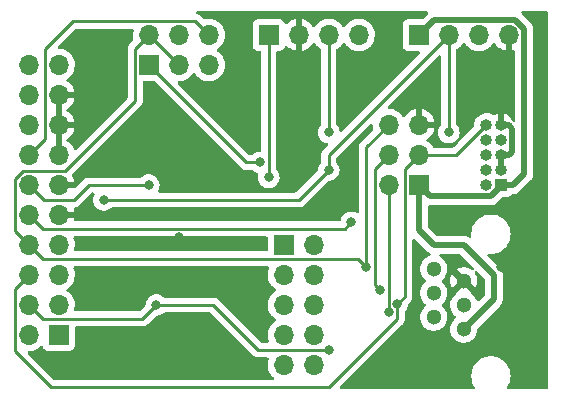
<source format=gbr>
G04 #@! TF.GenerationSoftware,KiCad,Pcbnew,(6.0.2)*
G04 #@! TF.CreationDate,2022-03-04T18:35:00+01:00*
G04 #@! TF.ProjectId,LINK,4c494e4b-2e6b-4696-9361-645f70636258,rev?*
G04 #@! TF.SameCoordinates,Original*
G04 #@! TF.FileFunction,Copper,L2,Bot*
G04 #@! TF.FilePolarity,Positive*
%FSLAX46Y46*%
G04 Gerber Fmt 4.6, Leading zero omitted, Abs format (unit mm)*
G04 Created by KiCad (PCBNEW (6.0.2)) date 2022-03-04 18:35:00*
%MOMM*%
%LPD*%
G01*
G04 APERTURE LIST*
G04 #@! TA.AperFunction,ComponentPad*
%ADD10O,1.700000X1.700000*%
G04 #@! TD*
G04 #@! TA.AperFunction,ComponentPad*
%ADD11R,1.700000X1.700000*%
G04 #@! TD*
G04 #@! TA.AperFunction,ComponentPad*
%ADD12R,1.000000X1.000000*%
G04 #@! TD*
G04 #@! TA.AperFunction,ComponentPad*
%ADD13O,1.000000X1.000000*%
G04 #@! TD*
G04 #@! TA.AperFunction,ComponentPad*
%ADD14C,1.300000*%
G04 #@! TD*
G04 #@! TA.AperFunction,ViaPad*
%ADD15C,0.800000*%
G04 #@! TD*
G04 #@! TA.AperFunction,Conductor*
%ADD16C,0.250000*%
G04 #@! TD*
G04 #@! TA.AperFunction,Conductor*
%ADD17C,0.500000*%
G04 #@! TD*
G04 APERTURE END LIST*
D10*
X124460000Y-68580000D03*
X127000000Y-68580000D03*
X124460000Y-71120000D03*
X127000000Y-71120000D03*
X124460000Y-73660000D03*
X127000000Y-73660000D03*
X124460000Y-76200000D03*
X127000000Y-76200000D03*
X124460000Y-78740000D03*
X127000000Y-78740000D03*
X124460000Y-81280000D03*
X127000000Y-81280000D03*
X124460000Y-83820000D03*
X127000000Y-83820000D03*
X124460000Y-86360000D03*
X127000000Y-86360000D03*
X124460000Y-88900000D03*
X127000000Y-88900000D03*
X124460000Y-91440000D03*
D11*
X127000000Y-91440000D03*
X144780000Y-66040000D03*
D10*
X147320000Y-66040000D03*
X149860000Y-66040000D03*
X152400000Y-66040000D03*
D12*
X164455000Y-78750000D03*
D13*
X163185000Y-78750000D03*
X164455000Y-77480000D03*
X163185000Y-77480000D03*
X164455000Y-76210000D03*
X163185000Y-76210000D03*
X164455000Y-74940000D03*
X163185000Y-74940000D03*
X164455000Y-73670000D03*
X163185000Y-73670000D03*
D11*
X157480000Y-66040000D03*
D10*
X160020000Y-66040000D03*
X162560000Y-66040000D03*
X165100000Y-66040000D03*
D14*
X158750000Y-85840000D03*
X161290000Y-86860000D03*
X158750000Y-87880000D03*
X161290000Y-88900000D03*
X158750000Y-89920000D03*
X161290000Y-90940000D03*
D11*
X157480000Y-78740000D03*
D10*
X154940000Y-78740000D03*
X157480000Y-76200000D03*
X154940000Y-76200000D03*
X157480000Y-73660000D03*
X154940000Y-73660000D03*
D11*
X146050000Y-83820000D03*
D10*
X148590000Y-83820000D03*
X146050000Y-86360000D03*
X148590000Y-86360000D03*
X146050000Y-88900000D03*
X148590000Y-88900000D03*
X146050000Y-91440000D03*
X148590000Y-91440000D03*
X146050000Y-93980000D03*
X148590000Y-93980000D03*
D11*
X134635000Y-68585000D03*
D10*
X134635000Y-66045000D03*
X137175000Y-68585000D03*
X137175000Y-66045000D03*
X139715000Y-68585000D03*
X139715000Y-66045000D03*
D15*
X143510000Y-81280000D03*
X143510000Y-89535000D03*
X137160000Y-83185000D03*
X164465000Y-85725000D03*
X130175000Y-67310000D03*
X139065000Y-75565000D03*
X137160000Y-81280000D03*
X151765000Y-76200000D03*
X137795000Y-94615000D03*
X151765000Y-80010000D03*
X149860000Y-74295000D03*
X154215500Y-87630000D03*
X134620000Y-78740000D03*
X153035000Y-85725000D03*
X149860000Y-77470000D03*
X130810000Y-80010000D03*
X160020000Y-74295000D03*
X151765000Y-81915000D03*
X155664500Y-88828245D03*
X135255000Y-88900000D03*
X149860000Y-92710000D03*
X144055500Y-76835000D03*
X154940000Y-89535000D03*
X144780000Y-78105000D03*
D16*
X151765000Y-81915000D02*
X151219511Y-82460489D01*
X125640489Y-82460489D02*
X124460000Y-81280000D01*
X151219511Y-82460489D02*
X125640489Y-82460489D01*
X126269511Y-77565489D02*
X123973501Y-77565489D01*
X123973501Y-77565489D02*
X123285489Y-78253501D01*
X123285489Y-78253501D02*
X123285489Y-82645489D01*
X123285489Y-82645489D02*
X124460000Y-83820000D01*
X134620000Y-78740000D02*
X129540000Y-78740000D01*
X128270000Y-80010000D02*
X125730000Y-80010000D01*
X129540000Y-78740000D02*
X128270000Y-80010000D01*
X125730000Y-80010000D02*
X124460000Y-78740000D01*
X124460000Y-88900000D02*
X125634511Y-90074511D01*
X125634511Y-90074511D02*
X134080489Y-90074511D01*
X134080489Y-90074511D02*
X135255000Y-88900000D01*
X124460000Y-86360000D02*
X123285489Y-87534511D01*
X126365000Y-95885000D02*
X149860000Y-95885000D01*
X123285489Y-87534511D02*
X123285489Y-92805489D01*
X123285489Y-92805489D02*
X126365000Y-95885000D01*
X149860000Y-95885000D02*
X155664500Y-90080500D01*
X155664500Y-90080500D02*
X155664500Y-88828245D01*
X153035000Y-85725000D02*
X152304511Y-84994511D01*
X152304511Y-84994511D02*
X125634511Y-84994511D01*
X125634511Y-84994511D02*
X124460000Y-83820000D01*
X125825489Y-73564511D02*
X125825489Y-67214511D01*
X124460000Y-76200000D02*
X125825489Y-74834511D01*
X125825489Y-74834511D02*
X125825489Y-73564511D01*
X128169511Y-64870489D02*
X138540489Y-64870489D01*
X125825489Y-67214511D02*
X128169511Y-64870489D01*
X138540489Y-64870489D02*
X139715000Y-66045000D01*
D17*
X164455000Y-77480000D02*
X164455000Y-76210000D01*
X164455000Y-76210000D02*
X165162106Y-76210000D01*
X165100000Y-73660000D02*
X164465000Y-73660000D01*
X165404511Y-75967595D02*
X165404511Y-73964511D01*
X164465000Y-73660000D02*
X164455000Y-73670000D01*
X165404511Y-73964511D02*
X165100000Y-73660000D01*
X165162106Y-76210000D02*
X165404511Y-75967595D01*
D16*
X149860000Y-74295000D02*
X149860000Y-66040000D01*
X153765489Y-77374511D02*
X154940000Y-76200000D01*
X153765489Y-87179989D02*
X153765489Y-77374511D01*
X154215500Y-87630000D02*
X153765489Y-87179989D01*
X133460489Y-67219511D02*
X133460489Y-71644511D01*
X137175000Y-68585000D02*
X134635000Y-66045000D01*
X153035000Y-75565000D02*
X154940000Y-73660000D01*
X133460489Y-71644511D02*
X127539511Y-77565489D01*
X134635000Y-66045000D02*
X133460489Y-67219511D01*
X127539511Y-77565489D02*
X126269511Y-77565489D01*
X153035000Y-85725000D02*
X153035000Y-75565000D01*
X160020000Y-66040000D02*
X149860000Y-76200000D01*
X149860000Y-77470000D02*
X147320000Y-80010000D01*
X147320000Y-80010000D02*
X130810000Y-80010000D01*
X160020000Y-74295000D02*
X160020000Y-66040000D01*
X149860000Y-76200000D02*
X149860000Y-77470000D01*
D17*
X158439511Y-79699511D02*
X157480000Y-78740000D01*
X164455000Y-78750000D02*
X165455000Y-78750000D01*
X166399511Y-65501724D02*
X165638276Y-64740489D01*
X166399511Y-77805489D02*
X166399511Y-65501724D01*
X157480000Y-82550000D02*
X157480000Y-78740000D01*
X164455000Y-78750000D02*
X164455000Y-78822812D01*
X158779511Y-64740489D02*
X157480000Y-66040000D01*
X161290000Y-83820000D02*
X158750000Y-83820000D01*
X163830000Y-88400000D02*
X163830000Y-86360000D01*
X165638276Y-64740489D02*
X158779511Y-64740489D01*
X158750000Y-83820000D02*
X157480000Y-82550000D01*
X164455000Y-78822812D02*
X163578301Y-79699511D01*
X163578301Y-79699511D02*
X158439511Y-79699511D01*
X163830000Y-86360000D02*
X161290000Y-83820000D01*
X165455000Y-78750000D02*
X166399511Y-77805489D01*
X161290000Y-90940000D02*
X163830000Y-88400000D01*
D16*
X155664500Y-88828245D02*
X156305489Y-88187256D01*
X156305489Y-77374511D02*
X157480000Y-76200000D01*
X160655000Y-76200000D02*
X163185000Y-73670000D01*
X156305489Y-88187256D02*
X156305489Y-77374511D01*
X157480000Y-76200000D02*
X160655000Y-76200000D01*
X135255000Y-88900000D02*
X140089614Y-88900000D01*
X143899614Y-92710000D02*
X149860000Y-92710000D01*
X140089614Y-88900000D02*
X143899614Y-92710000D01*
X142885000Y-76835000D02*
X134635000Y-68585000D01*
X144055500Y-76835000D02*
X142885000Y-76835000D01*
X144780000Y-66040000D02*
X144780000Y-78105000D01*
X154940000Y-89535000D02*
X154940000Y-78740000D01*
G04 #@! TA.AperFunction,Conductor*
G36*
X168344121Y-64028002D02*
G01*
X168390614Y-64081658D01*
X168402000Y-64134000D01*
X168402000Y-95886000D01*
X168381998Y-95954121D01*
X168328342Y-96000614D01*
X168276000Y-96012000D01*
X165078689Y-96012000D01*
X165010568Y-95991998D01*
X164964075Y-95938342D01*
X164953971Y-95868068D01*
X164971256Y-95820165D01*
X165069717Y-95659491D01*
X165072303Y-95655271D01*
X165172204Y-95414089D01*
X165193576Y-95325069D01*
X165231991Y-95165062D01*
X165231992Y-95165056D01*
X165233146Y-95160249D01*
X165253628Y-94900000D01*
X165233146Y-94639751D01*
X165231992Y-94634944D01*
X165231991Y-94634938D01*
X165173359Y-94390723D01*
X165172204Y-94385911D01*
X165123392Y-94268069D01*
X165074198Y-94149303D01*
X165074196Y-94149299D01*
X165072303Y-94144729D01*
X164935903Y-93922144D01*
X164766363Y-93723637D01*
X164567856Y-93554097D01*
X164345271Y-93417697D01*
X164340701Y-93415804D01*
X164340697Y-93415802D01*
X164108662Y-93319690D01*
X164108660Y-93319689D01*
X164104089Y-93317796D01*
X163956618Y-93282391D01*
X163855062Y-93258009D01*
X163855056Y-93258008D01*
X163850249Y-93256854D01*
X163759116Y-93249682D01*
X163657615Y-93241693D01*
X163657606Y-93241693D01*
X163655158Y-93241500D01*
X163524842Y-93241500D01*
X163522394Y-93241693D01*
X163522385Y-93241693D01*
X163420884Y-93249682D01*
X163329751Y-93256854D01*
X163324944Y-93258008D01*
X163324938Y-93258009D01*
X163223382Y-93282391D01*
X163075911Y-93317796D01*
X163071340Y-93319689D01*
X163071338Y-93319690D01*
X162839303Y-93415802D01*
X162839299Y-93415804D01*
X162834729Y-93417697D01*
X162612144Y-93554097D01*
X162413637Y-93723637D01*
X162244097Y-93922144D01*
X162107697Y-94144729D01*
X162105804Y-94149299D01*
X162105802Y-94149303D01*
X162056608Y-94268069D01*
X162007796Y-94385911D01*
X162006641Y-94390723D01*
X161948009Y-94634938D01*
X161948008Y-94634944D01*
X161946854Y-94639751D01*
X161926372Y-94900000D01*
X161946854Y-95160249D01*
X161948008Y-95165056D01*
X161948009Y-95165062D01*
X161986424Y-95325069D01*
X162007796Y-95414089D01*
X162107697Y-95655271D01*
X162110283Y-95659491D01*
X162208744Y-95820165D01*
X162227282Y-95888699D01*
X162205826Y-95956375D01*
X162151186Y-96001708D01*
X162101311Y-96012000D01*
X150933094Y-96012000D01*
X150864973Y-95991998D01*
X150818480Y-95938342D01*
X150808376Y-95868068D01*
X150837870Y-95803488D01*
X150843999Y-95796905D01*
X156056747Y-90584157D01*
X156065037Y-90576613D01*
X156071518Y-90572500D01*
X156118159Y-90522832D01*
X156120913Y-90519991D01*
X156140635Y-90500269D01*
X156143073Y-90497127D01*
X156143112Y-90497076D01*
X156150817Y-90488055D01*
X156175659Y-90461600D01*
X156181086Y-90455821D01*
X156186007Y-90446870D01*
X156190846Y-90438068D01*
X156201702Y-90421541D01*
X156209257Y-90411802D01*
X156209258Y-90411800D01*
X156214114Y-90405540D01*
X156231674Y-90364960D01*
X156236891Y-90354312D01*
X156254375Y-90322509D01*
X156254376Y-90322507D01*
X156258195Y-90315560D01*
X156260188Y-90307800D01*
X156263233Y-90295938D01*
X156269637Y-90277234D01*
X156274533Y-90265920D01*
X156274533Y-90265919D01*
X156277681Y-90258645D01*
X156278920Y-90250822D01*
X156278923Y-90250812D01*
X156284599Y-90214976D01*
X156287005Y-90203356D01*
X156296028Y-90168211D01*
X156296028Y-90168210D01*
X156298000Y-90160530D01*
X156298000Y-90140276D01*
X156299551Y-90120565D01*
X156301480Y-90108386D01*
X156302720Y-90100557D01*
X156298559Y-90056538D01*
X156298000Y-90044681D01*
X156298000Y-89530769D01*
X156318002Y-89462648D01*
X156330358Y-89446466D01*
X156403540Y-89365189D01*
X156499027Y-89199801D01*
X156558042Y-89018173D01*
X156559556Y-89003774D01*
X156570220Y-88902309D01*
X156575407Y-88852951D01*
X156602420Y-88787295D01*
X156611622Y-88777027D01*
X156697736Y-88690913D01*
X156706026Y-88683369D01*
X156712507Y-88679256D01*
X156736999Y-88653175D01*
X156759147Y-88629589D01*
X156761902Y-88626747D01*
X156781623Y-88607026D01*
X156784101Y-88603831D01*
X156791807Y-88594809D01*
X156816647Y-88568357D01*
X156822075Y-88562577D01*
X156831835Y-88544824D01*
X156842688Y-88528301D01*
X156850242Y-88518562D01*
X156855102Y-88512297D01*
X156872665Y-88471713D01*
X156877872Y-88461083D01*
X156899184Y-88422316D01*
X156901155Y-88414639D01*
X156901157Y-88414634D01*
X156904221Y-88402698D01*
X156910627Y-88383986D01*
X156915523Y-88372673D01*
X156918670Y-88365401D01*
X156923830Y-88332826D01*
X156925586Y-88321737D01*
X156927993Y-88310116D01*
X156937017Y-88274967D01*
X156937017Y-88274966D01*
X156938989Y-88267286D01*
X156938989Y-88247025D01*
X156940540Y-88227314D01*
X156940641Y-88226680D01*
X156943708Y-88207313D01*
X156939548Y-88163302D01*
X156938989Y-88151445D01*
X156938989Y-83385860D01*
X156958991Y-83317739D01*
X157012647Y-83271246D01*
X157082921Y-83261142D01*
X157147501Y-83290636D01*
X157154084Y-83296765D01*
X158166230Y-84308911D01*
X158178616Y-84323323D01*
X158187149Y-84334918D01*
X158187154Y-84334923D01*
X158191492Y-84340818D01*
X158197070Y-84345557D01*
X158197073Y-84345560D01*
X158231768Y-84375035D01*
X158239284Y-84381965D01*
X158244979Y-84387660D01*
X158247861Y-84389940D01*
X158267251Y-84405281D01*
X158270655Y-84408072D01*
X158315444Y-84446123D01*
X158326285Y-84455333D01*
X158332801Y-84458661D01*
X158337850Y-84462028D01*
X158342980Y-84465196D01*
X158348716Y-84469734D01*
X158414043Y-84500266D01*
X158467285Y-84547226D01*
X158486687Y-84615520D01*
X158466087Y-84683462D01*
X158412024Y-84729481D01*
X158404304Y-84732624D01*
X158249116Y-84789875D01*
X158066134Y-84898739D01*
X157906054Y-85039125D01*
X157774238Y-85206333D01*
X157771549Y-85211444D01*
X157771547Y-85211447D01*
X157717085Y-85314961D01*
X157675100Y-85394762D01*
X157673386Y-85400283D01*
X157673384Y-85400287D01*
X157642919Y-85498401D01*
X157611961Y-85598102D01*
X157586936Y-85809544D01*
X157600861Y-86022006D01*
X157602282Y-86027602D01*
X157602283Y-86027607D01*
X157642084Y-86184319D01*
X157653272Y-86228372D01*
X157655689Y-86233615D01*
X157736134Y-86408114D01*
X157742411Y-86421731D01*
X157865296Y-86595609D01*
X157919148Y-86648069D01*
X157999527Y-86726371D01*
X158017809Y-86744181D01*
X158022605Y-86747386D01*
X158022613Y-86747392D01*
X158034618Y-86755413D01*
X158080146Y-86809889D01*
X158088995Y-86880332D01*
X158058354Y-86944377D01*
X158047699Y-86954906D01*
X157906054Y-87079125D01*
X157774238Y-87246333D01*
X157771549Y-87251444D01*
X157771547Y-87251447D01*
X157741346Y-87308850D01*
X157675100Y-87434762D01*
X157673386Y-87440283D01*
X157673384Y-87440287D01*
X157630380Y-87578782D01*
X157611961Y-87638102D01*
X157586936Y-87849544D01*
X157600861Y-88062006D01*
X157602282Y-88067602D01*
X157602283Y-88067607D01*
X157641597Y-88222401D01*
X157653272Y-88268372D01*
X157655689Y-88273615D01*
X157727463Y-88429305D01*
X157742411Y-88461731D01*
X157865296Y-88635609D01*
X158017809Y-88784181D01*
X158022605Y-88787386D01*
X158022613Y-88787392D01*
X158034618Y-88795413D01*
X158080146Y-88849889D01*
X158088995Y-88920332D01*
X158058354Y-88984377D01*
X158047699Y-88994906D01*
X157906054Y-89119125D01*
X157774238Y-89286333D01*
X157771549Y-89291444D01*
X157771547Y-89291447D01*
X157731611Y-89367353D01*
X157675100Y-89474762D01*
X157673386Y-89480283D01*
X157673384Y-89480287D01*
X157645402Y-89570405D01*
X157611961Y-89678102D01*
X157586936Y-89889544D01*
X157600861Y-90102006D01*
X157602282Y-90107602D01*
X157602283Y-90107607D01*
X157650114Y-90295938D01*
X157653272Y-90308372D01*
X157655689Y-90313615D01*
X157723911Y-90461600D01*
X157742411Y-90501731D01*
X157865296Y-90675609D01*
X158017809Y-90824181D01*
X158022605Y-90827386D01*
X158022608Y-90827388D01*
X158145564Y-90909544D01*
X158194843Y-90942471D01*
X158200146Y-90944749D01*
X158200149Y-90944751D01*
X158282324Y-90980056D01*
X158390470Y-91026519D01*
X158466316Y-91043681D01*
X158592501Y-91072234D01*
X158592506Y-91072235D01*
X158598138Y-91073509D01*
X158603909Y-91073736D01*
X158603911Y-91073736D01*
X158665252Y-91076146D01*
X158810891Y-91081869D01*
X158816600Y-91081041D01*
X158816604Y-91081041D01*
X159015890Y-91052145D01*
X159015894Y-91052144D01*
X159021605Y-91051316D01*
X159223223Y-90982876D01*
X159408993Y-90878840D01*
X159572693Y-90742693D01*
X159708840Y-90578993D01*
X159812876Y-90393223D01*
X159881316Y-90191605D01*
X159884569Y-90169174D01*
X159911337Y-89984561D01*
X159911337Y-89984559D01*
X159911869Y-89980891D01*
X159913463Y-89920000D01*
X159893981Y-89707976D01*
X159865299Y-89606277D01*
X159837754Y-89508611D01*
X159837753Y-89508609D01*
X159836186Y-89503052D01*
X159827998Y-89486447D01*
X159744570Y-89317273D01*
X159742015Y-89312092D01*
X159716844Y-89278383D01*
X159653471Y-89193516D01*
X159614622Y-89141491D01*
X159481216Y-89018173D01*
X159462511Y-89000882D01*
X159462509Y-89000880D01*
X159458271Y-88996963D01*
X159457509Y-88996482D01*
X159416576Y-88940419D01*
X159412357Y-88869548D01*
X159447124Y-88807647D01*
X159454580Y-88800926D01*
X159568255Y-88706384D01*
X159572693Y-88702693D01*
X159708840Y-88538993D01*
X159812876Y-88353223D01*
X159881316Y-88151605D01*
X159885683Y-88121491D01*
X159911337Y-87944561D01*
X159911337Y-87944559D01*
X159911869Y-87940891D01*
X159913463Y-87880000D01*
X159900610Y-87740124D01*
X159894510Y-87673730D01*
X159894509Y-87673727D01*
X159893981Y-87667976D01*
X159887038Y-87643357D01*
X159837754Y-87468611D01*
X159837753Y-87468609D01*
X159836186Y-87463052D01*
X159831960Y-87454481D01*
X159744570Y-87277273D01*
X159742015Y-87272092D01*
X159705988Y-87223845D01*
X159653392Y-87153411D01*
X159614622Y-87101491D01*
X159513077Y-87007625D01*
X159462511Y-86960882D01*
X159462509Y-86960880D01*
X159458271Y-86956963D01*
X159457509Y-86956482D01*
X159416576Y-86900419D01*
X159412701Y-86835323D01*
X160127816Y-86835323D01*
X160140979Y-87036159D01*
X160142780Y-87047529D01*
X160192323Y-87242604D01*
X160196164Y-87253451D01*
X160280429Y-87436238D01*
X160286178Y-87446195D01*
X160299912Y-87465628D01*
X160310501Y-87474016D01*
X160323802Y-87466988D01*
X160917978Y-86872812D01*
X160925592Y-86858868D01*
X160925461Y-86857035D01*
X160921210Y-86850420D01*
X160321520Y-86250730D01*
X160309140Y-86243970D01*
X160303174Y-86248436D01*
X160218257Y-86409836D01*
X160213848Y-86420479D01*
X160154167Y-86612684D01*
X160151773Y-86623946D01*
X160128117Y-86823821D01*
X160127816Y-86835323D01*
X159412701Y-86835323D01*
X159412357Y-86829548D01*
X159447124Y-86767647D01*
X159454580Y-86760926D01*
X159568255Y-86666384D01*
X159572693Y-86662693D01*
X159708840Y-86498993D01*
X159812876Y-86313223D01*
X159881316Y-86111605D01*
X159882669Y-86102279D01*
X159911337Y-85904561D01*
X159911337Y-85904559D01*
X159911869Y-85900891D01*
X159913463Y-85840000D01*
X159900663Y-85700700D01*
X159894510Y-85633730D01*
X159894509Y-85633727D01*
X159893981Y-85627976D01*
X159836186Y-85423052D01*
X159795543Y-85340635D01*
X159744570Y-85237273D01*
X159742015Y-85232092D01*
X159725229Y-85209612D01*
X159618074Y-85066114D01*
X159614622Y-85061491D01*
X159458271Y-84916963D01*
X159290429Y-84811062D01*
X159243491Y-84757795D01*
X159232802Y-84687608D01*
X159261757Y-84622783D01*
X159321161Y-84583904D01*
X159357665Y-84578500D01*
X160923629Y-84578500D01*
X160991750Y-84598502D01*
X161012724Y-84615405D01*
X162112911Y-85715592D01*
X162146937Y-85777904D01*
X162141872Y-85848719D01*
X162099325Y-85905555D01*
X162032805Y-85930366D01*
X161963431Y-85915275D01*
X161956581Y-85911249D01*
X161822856Y-85826875D01*
X161812609Y-85821654D01*
X161625663Y-85747070D01*
X161614635Y-85743803D01*
X161417230Y-85704537D01*
X161405784Y-85703334D01*
X161204537Y-85700700D01*
X161193057Y-85701603D01*
X160994701Y-85735687D01*
X160983581Y-85738667D01*
X160794748Y-85808331D01*
X160784370Y-85813281D01*
X160685906Y-85871861D01*
X160676307Y-85882196D01*
X160679793Y-85890583D01*
X162256971Y-87467761D01*
X162269351Y-87474521D01*
X162275931Y-87469595D01*
X162349595Y-87338060D01*
X162354276Y-87327547D01*
X162418972Y-87136957D01*
X162421657Y-87125774D01*
X162450834Y-86924539D01*
X162451464Y-86917157D01*
X162452864Y-86863704D01*
X162452621Y-86856305D01*
X162434016Y-86653824D01*
X162431918Y-86642503D01*
X162377287Y-86448797D01*
X162373163Y-86438050D01*
X162284141Y-86257534D01*
X162278131Y-86247727D01*
X162241636Y-86198854D01*
X162216904Y-86132304D01*
X162232078Y-86062948D01*
X162282340Y-86012806D01*
X162351732Y-85997797D01*
X162418223Y-86022687D01*
X162431689Y-86034370D01*
X163034595Y-86637276D01*
X163068621Y-86699588D01*
X163071500Y-86726371D01*
X163071500Y-88033629D01*
X163051498Y-88101750D01*
X163034595Y-88122724D01*
X162593771Y-88563548D01*
X162531459Y-88597574D01*
X162460644Y-88592509D01*
X162403808Y-88549962D01*
X162383407Y-88508655D01*
X162377754Y-88488611D01*
X162377753Y-88488609D01*
X162376186Y-88483052D01*
X162370603Y-88471729D01*
X162284570Y-88297273D01*
X162282015Y-88292092D01*
X162278078Y-88286819D01*
X162188563Y-88166944D01*
X162154622Y-88121491D01*
X161998271Y-87976963D01*
X161964817Y-87955855D01*
X161917880Y-87902590D01*
X161910413Y-87853566D01*
X161901676Y-87830886D01*
X161302812Y-87232022D01*
X161288868Y-87224408D01*
X161287035Y-87224539D01*
X161280420Y-87228790D01*
X160683212Y-87825998D01*
X160674049Y-87842778D01*
X160660276Y-87906093D01*
X160615723Y-87952322D01*
X160615772Y-87952390D01*
X160615388Y-87952669D01*
X160614113Y-87953992D01*
X160606134Y-87958739D01*
X160446054Y-88099125D01*
X160314238Y-88266333D01*
X160311549Y-88271444D01*
X160311547Y-88271447D01*
X160270015Y-88350386D01*
X160215100Y-88454762D01*
X160213386Y-88460283D01*
X160213384Y-88460287D01*
X160166227Y-88612158D01*
X160151961Y-88658102D01*
X160126936Y-88869544D01*
X160140861Y-89082006D01*
X160142282Y-89087602D01*
X160142283Y-89087607D01*
X160172231Y-89205524D01*
X160193272Y-89288372D01*
X160282411Y-89481731D01*
X160405296Y-89655609D01*
X160557809Y-89804181D01*
X160562605Y-89807386D01*
X160562613Y-89807392D01*
X160574618Y-89815413D01*
X160620146Y-89869889D01*
X160628995Y-89940332D01*
X160598354Y-90004377D01*
X160587699Y-90014906D01*
X160446054Y-90139125D01*
X160314238Y-90306333D01*
X160311549Y-90311444D01*
X160311547Y-90311447D01*
X160268523Y-90393223D01*
X160215100Y-90494762D01*
X160213386Y-90500283D01*
X160213384Y-90500287D01*
X160178505Y-90612617D01*
X160151961Y-90698102D01*
X160126936Y-90909544D01*
X160140861Y-91122006D01*
X160142282Y-91127602D01*
X160142283Y-91127607D01*
X160165078Y-91217361D01*
X160193272Y-91328372D01*
X160195689Y-91333615D01*
X160232389Y-91413223D01*
X160282411Y-91521731D01*
X160405296Y-91695609D01*
X160409430Y-91699636D01*
X160529774Y-91816870D01*
X160557809Y-91844181D01*
X160562605Y-91847386D01*
X160562608Y-91847388D01*
X160682774Y-91927680D01*
X160734843Y-91962471D01*
X160740146Y-91964749D01*
X160740149Y-91964751D01*
X160894660Y-92031134D01*
X160930470Y-92046519D01*
X161006316Y-92063681D01*
X161132501Y-92092234D01*
X161132506Y-92092235D01*
X161138138Y-92093509D01*
X161143909Y-92093736D01*
X161143911Y-92093736D01*
X161205252Y-92096146D01*
X161350891Y-92101869D01*
X161356600Y-92101041D01*
X161356604Y-92101041D01*
X161555890Y-92072145D01*
X161555894Y-92072144D01*
X161561605Y-92071316D01*
X161763223Y-92002876D01*
X161948993Y-91898840D01*
X162112693Y-91762693D01*
X162248840Y-91598993D01*
X162352876Y-91413223D01*
X162421316Y-91211605D01*
X162425959Y-91179588D01*
X162451337Y-91004561D01*
X162451337Y-91004559D01*
X162451869Y-91000891D01*
X162453463Y-90940000D01*
X162451230Y-90915700D01*
X162464914Y-90846035D01*
X162487606Y-90815075D01*
X164318911Y-88983770D01*
X164333323Y-88971384D01*
X164344918Y-88962851D01*
X164344923Y-88962846D01*
X164350818Y-88958508D01*
X164355557Y-88952930D01*
X164355560Y-88952927D01*
X164385035Y-88918232D01*
X164391965Y-88910716D01*
X164397660Y-88905021D01*
X164415281Y-88882749D01*
X164418072Y-88879345D01*
X164460591Y-88829297D01*
X164460592Y-88829295D01*
X164465333Y-88823715D01*
X164468661Y-88817199D01*
X164472020Y-88812162D01*
X164475194Y-88807023D01*
X164479734Y-88801284D01*
X164482834Y-88794651D01*
X164510636Y-88735163D01*
X164512569Y-88731209D01*
X164529396Y-88698255D01*
X164545769Y-88666192D01*
X164547510Y-88659076D01*
X164549604Y-88653446D01*
X164551523Y-88647679D01*
X164554621Y-88641050D01*
X164556734Y-88630894D01*
X164569482Y-88569604D01*
X164570453Y-88565315D01*
X164576894Y-88538993D01*
X164587808Y-88494390D01*
X164588500Y-88483236D01*
X164588536Y-88483238D01*
X164588775Y-88479248D01*
X164589150Y-88475050D01*
X164590640Y-88467885D01*
X164588546Y-88390479D01*
X164588500Y-88387072D01*
X164588500Y-86427063D01*
X164589933Y-86408114D01*
X164592097Y-86393886D01*
X164593198Y-86386651D01*
X164591031Y-86360000D01*
X164588915Y-86333991D01*
X164588500Y-86323777D01*
X164588500Y-86315707D01*
X164588078Y-86312087D01*
X164588077Y-86312069D01*
X164585208Y-86287461D01*
X164584775Y-86283086D01*
X164579454Y-86217661D01*
X164579453Y-86217658D01*
X164578860Y-86210363D01*
X164576604Y-86203399D01*
X164575413Y-86197440D01*
X164574029Y-86191585D01*
X164573182Y-86184319D01*
X164548265Y-86115673D01*
X164546848Y-86111545D01*
X164526607Y-86049064D01*
X164526606Y-86049062D01*
X164524351Y-86042101D01*
X164520555Y-86035846D01*
X164518049Y-86030372D01*
X164515330Y-86024942D01*
X164512833Y-86018063D01*
X164472809Y-85957016D01*
X164470472Y-85953312D01*
X164435509Y-85895693D01*
X164435505Y-85895688D01*
X164432595Y-85890892D01*
X164427047Y-85884610D01*
X164425197Y-85882516D01*
X164425223Y-85882493D01*
X164422574Y-85879503D01*
X164419866Y-85876264D01*
X164415856Y-85870148D01*
X164410549Y-85865121D01*
X164410546Y-85865117D01*
X164359617Y-85816872D01*
X164357175Y-85814494D01*
X163306494Y-84763813D01*
X163272468Y-84701501D01*
X163277533Y-84630686D01*
X163320080Y-84573850D01*
X163386600Y-84549039D01*
X163405474Y-84549106D01*
X163522383Y-84558307D01*
X163522396Y-84558308D01*
X163524842Y-84558500D01*
X163655158Y-84558500D01*
X163657606Y-84558307D01*
X163657615Y-84558307D01*
X163759116Y-84550318D01*
X163850249Y-84543146D01*
X163855056Y-84541992D01*
X163855062Y-84541991D01*
X164028868Y-84500263D01*
X164104089Y-84482204D01*
X164108662Y-84480310D01*
X164340697Y-84384198D01*
X164340701Y-84384196D01*
X164345271Y-84382303D01*
X164567856Y-84245903D01*
X164766363Y-84076363D01*
X164935903Y-83877856D01*
X165072303Y-83655271D01*
X165094153Y-83602522D01*
X165170310Y-83418662D01*
X165170311Y-83418660D01*
X165172204Y-83414089D01*
X165219622Y-83216580D01*
X165231991Y-83165062D01*
X165231992Y-83165056D01*
X165233146Y-83160249D01*
X165253628Y-82900000D01*
X165233146Y-82639751D01*
X165231992Y-82634944D01*
X165231991Y-82634938D01*
X165173359Y-82390723D01*
X165172204Y-82385911D01*
X165170310Y-82381338D01*
X165074198Y-82149303D01*
X165074196Y-82149299D01*
X165072303Y-82144729D01*
X164935903Y-81922144D01*
X164766363Y-81723637D01*
X164567856Y-81554097D01*
X164345271Y-81417697D01*
X164340701Y-81415804D01*
X164340697Y-81415802D01*
X164108662Y-81319690D01*
X164108660Y-81319689D01*
X164104089Y-81317796D01*
X163982905Y-81288702D01*
X163855062Y-81258009D01*
X163855056Y-81258008D01*
X163850249Y-81256854D01*
X163759116Y-81249682D01*
X163657615Y-81241693D01*
X163657606Y-81241693D01*
X163655158Y-81241500D01*
X163524842Y-81241500D01*
X163522394Y-81241693D01*
X163522385Y-81241693D01*
X163420884Y-81249682D01*
X163329751Y-81256854D01*
X163324944Y-81258008D01*
X163324938Y-81258009D01*
X163197095Y-81288702D01*
X163075911Y-81317796D01*
X163071340Y-81319689D01*
X163071338Y-81319690D01*
X162839303Y-81415802D01*
X162839299Y-81415804D01*
X162834729Y-81417697D01*
X162612144Y-81554097D01*
X162413637Y-81723637D01*
X162244097Y-81922144D01*
X162107697Y-82144729D01*
X162105804Y-82149299D01*
X162105802Y-82149303D01*
X162009690Y-82381338D01*
X162007796Y-82385911D01*
X162006641Y-82390723D01*
X161948009Y-82634938D01*
X161948008Y-82634944D01*
X161946854Y-82639751D01*
X161926372Y-82900000D01*
X161926760Y-82904930D01*
X161941840Y-83096540D01*
X161927244Y-83166020D01*
X161877401Y-83216580D01*
X161808137Y-83232166D01*
X161741441Y-83207831D01*
X161734648Y-83202451D01*
X161719292Y-83189405D01*
X161713715Y-83184667D01*
X161707200Y-83181340D01*
X161702150Y-83177972D01*
X161697021Y-83174805D01*
X161691284Y-83170266D01*
X161625125Y-83139345D01*
X161621225Y-83137439D01*
X161617923Y-83135753D01*
X161556192Y-83104231D01*
X161549084Y-83102492D01*
X161543441Y-83100393D01*
X161537678Y-83098476D01*
X161531050Y-83095378D01*
X161521945Y-83093484D01*
X161459588Y-83080514D01*
X161455299Y-83079543D01*
X161452929Y-83078963D01*
X161384390Y-83062192D01*
X161378788Y-83061844D01*
X161378785Y-83061844D01*
X161373236Y-83061500D01*
X161373238Y-83061464D01*
X161369245Y-83061225D01*
X161365053Y-83060851D01*
X161357885Y-83059360D01*
X161291675Y-83061151D01*
X161280479Y-83061454D01*
X161277072Y-83061500D01*
X159116371Y-83061500D01*
X159048250Y-83041498D01*
X159027276Y-83024595D01*
X158275405Y-82272724D01*
X158241379Y-82210412D01*
X158238500Y-82183629D01*
X158238500Y-80585165D01*
X158258502Y-80517044D01*
X158312158Y-80470551D01*
X158371632Y-80460361D01*
X158371626Y-80460151D01*
X158449031Y-80458057D01*
X158452439Y-80458011D01*
X163511231Y-80458011D01*
X163530181Y-80459444D01*
X163544416Y-80461610D01*
X163544420Y-80461610D01*
X163551650Y-80462710D01*
X163558942Y-80462117D01*
X163558945Y-80462117D01*
X163604319Y-80458426D01*
X163614534Y-80458011D01*
X163622594Y-80458011D01*
X163635884Y-80456462D01*
X163650808Y-80454722D01*
X163655183Y-80454289D01*
X163720640Y-80448965D01*
X163720643Y-80448964D01*
X163727938Y-80448371D01*
X163734902Y-80446115D01*
X163740861Y-80444924D01*
X163746716Y-80443540D01*
X163753982Y-80442693D01*
X163822628Y-80417776D01*
X163826756Y-80416359D01*
X163889237Y-80396118D01*
X163889239Y-80396117D01*
X163896200Y-80393862D01*
X163902455Y-80390066D01*
X163907929Y-80387560D01*
X163913359Y-80384841D01*
X163920238Y-80382344D01*
X163981277Y-80342325D01*
X163984981Y-80339988D01*
X164047408Y-80302106D01*
X164055785Y-80294708D01*
X164055809Y-80294735D01*
X164058801Y-80292082D01*
X164062034Y-80289379D01*
X164068153Y-80285367D01*
X164121429Y-80229128D01*
X164123807Y-80226686D01*
X164555088Y-79795405D01*
X164617400Y-79761379D01*
X164644183Y-79758500D01*
X165003134Y-79758500D01*
X165065316Y-79751745D01*
X165201705Y-79700615D01*
X165318261Y-79613261D01*
X165356936Y-79561657D01*
X165413795Y-79519142D01*
X165447547Y-79511637D01*
X165468799Y-79509909D01*
X165481020Y-79508915D01*
X165491233Y-79508500D01*
X165499293Y-79508500D01*
X165512583Y-79506951D01*
X165527507Y-79505211D01*
X165531882Y-79504778D01*
X165597339Y-79499454D01*
X165597342Y-79499453D01*
X165604637Y-79498860D01*
X165611601Y-79496604D01*
X165617560Y-79495413D01*
X165623415Y-79494029D01*
X165630681Y-79493182D01*
X165699327Y-79468265D01*
X165703455Y-79466848D01*
X165765936Y-79446607D01*
X165765938Y-79446606D01*
X165772899Y-79444351D01*
X165779154Y-79440555D01*
X165784628Y-79438049D01*
X165790058Y-79435330D01*
X165796937Y-79432833D01*
X165831145Y-79410405D01*
X165857976Y-79392814D01*
X165861680Y-79390477D01*
X165924107Y-79352595D01*
X165932484Y-79345197D01*
X165932508Y-79345224D01*
X165935500Y-79342571D01*
X165938733Y-79339868D01*
X165944852Y-79335856D01*
X165998128Y-79279617D01*
X166000506Y-79277175D01*
X166888422Y-78389259D01*
X166902834Y-78376873D01*
X166914429Y-78368340D01*
X166914434Y-78368335D01*
X166920329Y-78363997D01*
X166925068Y-78358419D01*
X166925071Y-78358416D01*
X166954546Y-78323721D01*
X166961476Y-78316205D01*
X166967171Y-78310510D01*
X166974931Y-78300702D01*
X166984792Y-78288238D01*
X166987583Y-78284834D01*
X167030102Y-78234786D01*
X167030103Y-78234784D01*
X167034844Y-78229204D01*
X167038172Y-78222688D01*
X167041539Y-78217639D01*
X167044706Y-78212510D01*
X167049245Y-78206773D01*
X167080166Y-78140614D01*
X167082072Y-78136714D01*
X167085171Y-78130645D01*
X167115280Y-78071681D01*
X167117019Y-78064573D01*
X167119118Y-78058930D01*
X167121035Y-78053167D01*
X167124133Y-78046539D01*
X167138998Y-77975072D01*
X167139968Y-77970788D01*
X167155136Y-77908801D01*
X167157319Y-77899879D01*
X167158011Y-77888725D01*
X167158047Y-77888727D01*
X167158286Y-77884734D01*
X167158660Y-77880542D01*
X167160151Y-77873374D01*
X167158057Y-77795968D01*
X167158011Y-77792561D01*
X167158011Y-65568794D01*
X167159444Y-65549844D01*
X167161610Y-65535609D01*
X167161610Y-65535605D01*
X167162710Y-65528375D01*
X167160727Y-65503989D01*
X167158426Y-65475706D01*
X167158011Y-65465491D01*
X167158011Y-65457431D01*
X167154720Y-65429204D01*
X167154289Y-65424845D01*
X167152723Y-65405590D01*
X167148371Y-65352088D01*
X167146116Y-65345127D01*
X167144929Y-65339187D01*
X167143540Y-65333312D01*
X167142693Y-65326043D01*
X167117775Y-65257394D01*
X167116358Y-65253266D01*
X167096118Y-65190788D01*
X167096117Y-65190786D01*
X167093862Y-65183825D01*
X167090066Y-65177570D01*
X167087560Y-65172096D01*
X167084841Y-65166666D01*
X167082344Y-65159787D01*
X167072835Y-65145283D01*
X167042325Y-65098748D01*
X167039978Y-65095029D01*
X167035434Y-65087540D01*
X167002106Y-65032617D01*
X166994708Y-65024240D01*
X166994735Y-65024216D01*
X166992082Y-65021224D01*
X166989379Y-65017991D01*
X166985367Y-65011872D01*
X166929128Y-64958596D01*
X166926686Y-64956218D01*
X166222046Y-64251578D01*
X166209660Y-64237166D01*
X166201124Y-64225566D01*
X166201116Y-64225557D01*
X166196784Y-64219671D01*
X166194963Y-64218124D01*
X166164039Y-64156473D01*
X166171571Y-64085877D01*
X166216074Y-64030560D01*
X166288019Y-64008000D01*
X168276000Y-64008000D01*
X168344121Y-64028002D01*
G37*
G04 #@! TD.AperFunction*
G04 #@! TA.AperFunction,Conductor*
G36*
X139843141Y-89553502D02*
G01*
X139864115Y-89570405D01*
X143395957Y-93102247D01*
X143403501Y-93110537D01*
X143407614Y-93117018D01*
X143413391Y-93122443D01*
X143457281Y-93163658D01*
X143460123Y-93166413D01*
X143479845Y-93186135D01*
X143482969Y-93188558D01*
X143482973Y-93188562D01*
X143483038Y-93188612D01*
X143492059Y-93196317D01*
X143524293Y-93226586D01*
X143531238Y-93230404D01*
X143531241Y-93230406D01*
X143542046Y-93236346D01*
X143558573Y-93247202D01*
X143568312Y-93254757D01*
X143568314Y-93254758D01*
X143574574Y-93259614D01*
X143615154Y-93277174D01*
X143625802Y-93282391D01*
X143664554Y-93303695D01*
X143672230Y-93305666D01*
X143672233Y-93305667D01*
X143684176Y-93308733D01*
X143702880Y-93315137D01*
X143713402Y-93319690D01*
X143721469Y-93323181D01*
X143729292Y-93324420D01*
X143729302Y-93324423D01*
X143765138Y-93330099D01*
X143776758Y-93332505D01*
X143811903Y-93341528D01*
X143819584Y-93343500D01*
X143839838Y-93343500D01*
X143859548Y-93345051D01*
X143879557Y-93348220D01*
X143887449Y-93347474D01*
X143923575Y-93344059D01*
X143935433Y-93343500D01*
X144651527Y-93343500D01*
X144719648Y-93363502D01*
X144766141Y-93417158D01*
X144776245Y-93487432D01*
X144770745Y-93509182D01*
X144770688Y-93509305D01*
X144710989Y-93724570D01*
X144687251Y-93946695D01*
X144687548Y-93951848D01*
X144687548Y-93951851D01*
X144693011Y-94046590D01*
X144700110Y-94169715D01*
X144701247Y-94174761D01*
X144701248Y-94174767D01*
X144721119Y-94262939D01*
X144749222Y-94387639D01*
X144833266Y-94594616D01*
X144884019Y-94677438D01*
X144947291Y-94780688D01*
X144949987Y-94785088D01*
X145096250Y-94953938D01*
X145172846Y-95017529D01*
X145186128Y-95028556D01*
X145225763Y-95087458D01*
X145227261Y-95158439D01*
X145190147Y-95218962D01*
X145126202Y-95249811D01*
X145105643Y-95251500D01*
X126679595Y-95251500D01*
X126611474Y-95231498D01*
X126590500Y-95214595D01*
X124391318Y-93015413D01*
X124357292Y-92953101D01*
X124362357Y-92882286D01*
X124404904Y-92825450D01*
X124471424Y-92800639D01*
X124485024Y-92800403D01*
X124501698Y-92801015D01*
X124516674Y-92801564D01*
X124516678Y-92801564D01*
X124521837Y-92801753D01*
X124526957Y-92801097D01*
X124526959Y-92801097D01*
X124738288Y-92774025D01*
X124738289Y-92774025D01*
X124743416Y-92773368D01*
X124748366Y-92771883D01*
X124952429Y-92710661D01*
X124952434Y-92710659D01*
X124957384Y-92709174D01*
X125157994Y-92610896D01*
X125339860Y-92481173D01*
X125448091Y-92373319D01*
X125510462Y-92339404D01*
X125581268Y-92344592D01*
X125638030Y-92387238D01*
X125655012Y-92418341D01*
X125699385Y-92536705D01*
X125786739Y-92653261D01*
X125903295Y-92740615D01*
X126039684Y-92791745D01*
X126101866Y-92798500D01*
X127898134Y-92798500D01*
X127960316Y-92791745D01*
X128096705Y-92740615D01*
X128213261Y-92653261D01*
X128300615Y-92536705D01*
X128351745Y-92400316D01*
X128358500Y-92338134D01*
X128358500Y-90834011D01*
X128378502Y-90765890D01*
X128432158Y-90719397D01*
X128484500Y-90708011D01*
X134001722Y-90708011D01*
X134012905Y-90708538D01*
X134020398Y-90710213D01*
X134028324Y-90709964D01*
X134028325Y-90709964D01*
X134088475Y-90708073D01*
X134092434Y-90708011D01*
X134120345Y-90708011D01*
X134124280Y-90707514D01*
X134124345Y-90707506D01*
X134136182Y-90706573D01*
X134168440Y-90705559D01*
X134172459Y-90705433D01*
X134180378Y-90705184D01*
X134199832Y-90699532D01*
X134219189Y-90695524D01*
X134231419Y-90693979D01*
X134231420Y-90693979D01*
X134239286Y-90692985D01*
X134246657Y-90690066D01*
X134246659Y-90690066D01*
X134280401Y-90676707D01*
X134291631Y-90672862D01*
X134326472Y-90662740D01*
X134326473Y-90662740D01*
X134334082Y-90660529D01*
X134340901Y-90656496D01*
X134340906Y-90656494D01*
X134351517Y-90650218D01*
X134369265Y-90641523D01*
X134388106Y-90634063D01*
X134423876Y-90608075D01*
X134433796Y-90601559D01*
X134465024Y-90583091D01*
X134465027Y-90583089D01*
X134471851Y-90579053D01*
X134486172Y-90564732D01*
X134501206Y-90551891D01*
X134511183Y-90544642D01*
X134517596Y-90539983D01*
X134545787Y-90505906D01*
X134553777Y-90497127D01*
X135205499Y-89845405D01*
X135267811Y-89811379D01*
X135294594Y-89808500D01*
X135350487Y-89808500D01*
X135356939Y-89807128D01*
X135356944Y-89807128D01*
X135450991Y-89787137D01*
X135537288Y-89768794D01*
X135543319Y-89766109D01*
X135705722Y-89693803D01*
X135705724Y-89693802D01*
X135711752Y-89691118D01*
X135767116Y-89650894D01*
X135860914Y-89582745D01*
X135866253Y-89578866D01*
X135870668Y-89573963D01*
X135875580Y-89569540D01*
X135876705Y-89570789D01*
X135930014Y-89537949D01*
X135963200Y-89533500D01*
X139775020Y-89533500D01*
X139843141Y-89553502D01*
G37*
G04 #@! TD.AperFunction*
G04 #@! TA.AperFunction,Conductor*
G36*
X144762697Y-85648013D02*
G01*
X144809190Y-85701669D01*
X144819294Y-85771943D01*
X144808864Y-85807061D01*
X144781916Y-85865117D01*
X144770688Y-85889305D01*
X144710989Y-86104570D01*
X144687251Y-86326695D01*
X144687548Y-86331848D01*
X144687548Y-86331851D01*
X144694291Y-86448797D01*
X144700110Y-86549715D01*
X144701247Y-86554761D01*
X144701248Y-86554767D01*
X144711360Y-86599636D01*
X144749222Y-86767639D01*
X144833266Y-86974616D01*
X144871559Y-87037104D01*
X144947291Y-87160688D01*
X144949987Y-87165088D01*
X145096250Y-87333938D01*
X145268126Y-87476632D01*
X145298611Y-87494446D01*
X145341445Y-87519476D01*
X145390169Y-87571114D01*
X145403240Y-87640897D01*
X145376509Y-87706669D01*
X145336055Y-87740027D01*
X145323607Y-87746507D01*
X145319474Y-87749610D01*
X145319471Y-87749612D01*
X145167990Y-87863347D01*
X145144965Y-87880635D01*
X144990629Y-88042138D01*
X144864743Y-88226680D01*
X144826011Y-88310121D01*
X144776290Y-88417237D01*
X144770688Y-88429305D01*
X144710989Y-88644570D01*
X144687251Y-88866695D01*
X144687548Y-88871848D01*
X144687548Y-88871851D01*
X144699812Y-89084547D01*
X144700110Y-89089715D01*
X144701247Y-89094761D01*
X144701248Y-89094767D01*
X144710895Y-89137573D01*
X144749222Y-89307639D01*
X144802209Y-89438132D01*
X144830828Y-89508611D01*
X144833266Y-89514616D01*
X144872638Y-89578866D01*
X144947291Y-89700688D01*
X144949987Y-89705088D01*
X145096250Y-89873938D01*
X145268126Y-90016632D01*
X145316126Y-90044681D01*
X145341445Y-90059476D01*
X145390169Y-90111114D01*
X145403240Y-90180897D01*
X145376509Y-90246669D01*
X145336055Y-90280027D01*
X145323607Y-90286507D01*
X145319474Y-90289610D01*
X145319471Y-90289612D01*
X145156729Y-90411802D01*
X145144965Y-90420635D01*
X145105818Y-90461600D01*
X145007263Y-90564732D01*
X144990629Y-90582138D01*
X144987720Y-90586403D01*
X144987714Y-90586411D01*
X144915291Y-90692579D01*
X144864743Y-90766680D01*
X144833489Y-90834011D01*
X144782086Y-90944751D01*
X144770688Y-90969305D01*
X144710989Y-91184570D01*
X144687251Y-91406695D01*
X144687548Y-91411848D01*
X144687548Y-91411851D01*
X144699812Y-91624547D01*
X144700110Y-91629715D01*
X144701247Y-91634761D01*
X144701248Y-91634767D01*
X144720680Y-91720992D01*
X144749222Y-91847639D01*
X144751164Y-91852422D01*
X144751167Y-91852431D01*
X144771740Y-91903095D01*
X144778837Y-91973736D01*
X144746615Y-92037000D01*
X144685306Y-92072801D01*
X144654998Y-92076500D01*
X144214208Y-92076500D01*
X144146087Y-92056498D01*
X144125113Y-92039595D01*
X142372026Y-90286507D01*
X140593266Y-88507747D01*
X140585726Y-88499461D01*
X140581614Y-88492982D01*
X140571236Y-88483236D01*
X140531963Y-88446357D01*
X140529121Y-88443602D01*
X140509384Y-88423865D01*
X140506187Y-88421385D01*
X140497165Y-88413680D01*
X140464935Y-88383414D01*
X140457989Y-88379595D01*
X140457986Y-88379593D01*
X140447180Y-88373652D01*
X140430661Y-88362801D01*
X140423922Y-88357574D01*
X140414655Y-88350386D01*
X140407386Y-88347241D01*
X140407382Y-88347238D01*
X140374077Y-88332826D01*
X140363427Y-88327609D01*
X140324674Y-88306305D01*
X140315522Y-88303955D01*
X140305052Y-88301267D01*
X140286348Y-88294863D01*
X140275034Y-88289967D01*
X140275033Y-88289967D01*
X140267759Y-88286819D01*
X140259936Y-88285580D01*
X140259926Y-88285577D01*
X140224090Y-88279901D01*
X140212470Y-88277495D01*
X140177325Y-88268472D01*
X140177324Y-88268472D01*
X140169644Y-88266500D01*
X140149390Y-88266500D01*
X140129679Y-88264949D01*
X140117500Y-88263020D01*
X140109671Y-88261780D01*
X140101779Y-88262526D01*
X140065653Y-88265941D01*
X140053795Y-88266500D01*
X135963200Y-88266500D01*
X135895079Y-88246498D01*
X135875853Y-88230157D01*
X135875580Y-88230460D01*
X135870668Y-88226037D01*
X135866253Y-88221134D01*
X135833110Y-88197054D01*
X135717094Y-88112763D01*
X135717093Y-88112762D01*
X135711752Y-88108882D01*
X135705724Y-88106198D01*
X135705722Y-88106197D01*
X135543319Y-88033891D01*
X135543318Y-88033891D01*
X135537288Y-88031206D01*
X135424721Y-88007279D01*
X135356944Y-87992872D01*
X135356939Y-87992872D01*
X135350487Y-87991500D01*
X135159513Y-87991500D01*
X135153061Y-87992872D01*
X135153056Y-87992872D01*
X135085279Y-88007279D01*
X134972712Y-88031206D01*
X134966682Y-88033891D01*
X134966681Y-88033891D01*
X134804278Y-88106197D01*
X134804276Y-88106198D01*
X134798248Y-88108882D01*
X134643747Y-88221134D01*
X134639326Y-88226044D01*
X134639325Y-88226045D01*
X134524814Y-88353223D01*
X134515960Y-88363056D01*
X134420473Y-88528444D01*
X134361458Y-88710072D01*
X134344997Y-88866695D01*
X134344093Y-88875292D01*
X134317080Y-88940949D01*
X134307878Y-88951217D01*
X133854989Y-89404106D01*
X133792677Y-89438132D01*
X133765894Y-89441011D01*
X128425489Y-89441011D01*
X128357368Y-89421009D01*
X128310875Y-89367353D01*
X128300771Y-89297079D01*
X128304930Y-89278383D01*
X128327067Y-89205524D01*
X128332370Y-89188069D01*
X128361529Y-88966590D01*
X128361611Y-88963240D01*
X128363074Y-88903365D01*
X128363074Y-88903361D01*
X128363156Y-88900000D01*
X128344852Y-88677361D01*
X128290431Y-88460702D01*
X128201354Y-88255840D01*
X128143845Y-88166944D01*
X128082822Y-88072617D01*
X128082820Y-88072614D01*
X128080014Y-88068277D01*
X127929670Y-87903051D01*
X127925619Y-87899852D01*
X127925615Y-87899848D01*
X127758414Y-87767800D01*
X127758410Y-87767798D01*
X127754359Y-87764598D01*
X127713053Y-87741796D01*
X127663084Y-87691364D01*
X127648312Y-87621921D01*
X127673428Y-87555516D01*
X127700780Y-87528909D01*
X127762825Y-87484653D01*
X127879860Y-87401173D01*
X127901207Y-87379901D01*
X127981938Y-87299451D01*
X128038096Y-87243489D01*
X128074043Y-87193464D01*
X128165435Y-87066277D01*
X128168453Y-87062077D01*
X128179934Y-87038848D01*
X128265136Y-86866453D01*
X128265137Y-86866451D01*
X128267430Y-86861811D01*
X128324437Y-86674181D01*
X128330865Y-86653023D01*
X128330865Y-86653021D01*
X128332370Y-86648069D01*
X128361529Y-86426590D01*
X128361776Y-86416486D01*
X128363074Y-86363365D01*
X128363074Y-86363361D01*
X128363156Y-86360000D01*
X128344852Y-86137361D01*
X128290431Y-85920702D01*
X128239797Y-85804252D01*
X128230977Y-85733807D01*
X128261644Y-85669775D01*
X128322060Y-85632487D01*
X128355347Y-85628011D01*
X144694576Y-85628011D01*
X144762697Y-85648013D01*
G37*
G04 #@! TD.AperFunction*
G04 #@! TA.AperFunction,Conductor*
G36*
X144633621Y-83113991D02*
G01*
X144680114Y-83167647D01*
X144691500Y-83219989D01*
X144691500Y-84235011D01*
X144671498Y-84303132D01*
X144617842Y-84349625D01*
X144565500Y-84361011D01*
X128425489Y-84361011D01*
X128357368Y-84341009D01*
X128310875Y-84287353D01*
X128300771Y-84217079D01*
X128304930Y-84198383D01*
X128330867Y-84113015D01*
X128332370Y-84108069D01*
X128361529Y-83886590D01*
X128361611Y-83883240D01*
X128363074Y-83823365D01*
X128363074Y-83823361D01*
X128363156Y-83820000D01*
X128344852Y-83597361D01*
X128290431Y-83380702D01*
X128242397Y-83270232D01*
X128233576Y-83199785D01*
X128264243Y-83135753D01*
X128324659Y-83098465D01*
X128357946Y-83093989D01*
X144565500Y-83093989D01*
X144633621Y-83113991D01*
G37*
G04 #@! TD.AperFunction*
G04 #@! TA.AperFunction,Conductor*
G36*
X153498146Y-73561924D02*
G01*
X153554982Y-73604471D01*
X153579905Y-73672727D01*
X153590110Y-73849715D01*
X153591247Y-73854761D01*
X153591248Y-73854767D01*
X153623453Y-73997668D01*
X153618917Y-74068520D01*
X153589631Y-74114464D01*
X152642747Y-75061348D01*
X152634461Y-75068888D01*
X152627982Y-75073000D01*
X152622557Y-75078777D01*
X152581357Y-75122651D01*
X152578602Y-75125493D01*
X152558865Y-75145230D01*
X152556385Y-75148427D01*
X152548682Y-75157447D01*
X152518414Y-75189679D01*
X152514595Y-75196625D01*
X152514593Y-75196628D01*
X152508652Y-75207434D01*
X152497801Y-75223953D01*
X152485386Y-75239959D01*
X152482241Y-75247228D01*
X152482238Y-75247232D01*
X152467826Y-75280537D01*
X152462609Y-75291187D01*
X152441305Y-75329940D01*
X152439334Y-75337615D01*
X152439334Y-75337616D01*
X152436267Y-75349562D01*
X152429863Y-75368266D01*
X152427847Y-75372926D01*
X152421819Y-75386855D01*
X152420580Y-75394678D01*
X152420577Y-75394688D01*
X152414901Y-75430524D01*
X152412495Y-75442144D01*
X152401500Y-75484970D01*
X152401500Y-75505224D01*
X152399949Y-75524934D01*
X152396780Y-75544943D01*
X152397526Y-75552835D01*
X152400941Y-75588961D01*
X152401500Y-75600819D01*
X152401500Y-81010218D01*
X152381498Y-81078339D01*
X152327842Y-81124832D01*
X152257568Y-81134936D01*
X152222270Y-81122718D01*
X152221752Y-81123882D01*
X152053319Y-81048891D01*
X152053318Y-81048891D01*
X152047288Y-81046206D01*
X151952227Y-81026000D01*
X151866944Y-81007872D01*
X151866939Y-81007872D01*
X151860487Y-81006500D01*
X151669513Y-81006500D01*
X151663061Y-81007872D01*
X151663056Y-81007872D01*
X151577773Y-81026000D01*
X151482712Y-81046206D01*
X151476682Y-81048891D01*
X151476681Y-81048891D01*
X151314278Y-81121197D01*
X151314276Y-81121198D01*
X151308248Y-81123882D01*
X151302907Y-81127762D01*
X151302906Y-81127763D01*
X151291631Y-81135955D01*
X151153747Y-81236134D01*
X151149326Y-81241044D01*
X151149325Y-81241045D01*
X151106415Y-81288702D01*
X151025960Y-81378056D01*
X151022659Y-81383774D01*
X150935926Y-81534000D01*
X150930473Y-81543444D01*
X150871458Y-81725072D01*
X150871120Y-81728287D01*
X150837987Y-81789659D01*
X150775838Y-81823980D01*
X150748468Y-81826989D01*
X128423150Y-81826989D01*
X128355029Y-81806987D01*
X128308536Y-81753331D01*
X128298432Y-81683057D01*
X128302592Y-81664360D01*
X128330377Y-81572910D01*
X128332555Y-81562837D01*
X128333986Y-81551962D01*
X128331775Y-81537778D01*
X128318617Y-81534000D01*
X126872000Y-81534000D01*
X126803879Y-81513998D01*
X126757386Y-81460342D01*
X126746000Y-81408000D01*
X126746000Y-80769500D01*
X126766002Y-80701379D01*
X126819658Y-80654886D01*
X126872000Y-80643500D01*
X127128000Y-80643500D01*
X127196121Y-80663502D01*
X127242614Y-80717158D01*
X127254000Y-80769500D01*
X127254000Y-81007885D01*
X127258475Y-81023124D01*
X127259865Y-81024329D01*
X127267548Y-81026000D01*
X128318344Y-81026000D01*
X128331875Y-81022027D01*
X128333180Y-81012947D01*
X128291214Y-80845875D01*
X128287892Y-80836118D01*
X128278149Y-80813710D01*
X128269328Y-80743263D01*
X128299995Y-80679231D01*
X128360411Y-80641943D01*
X128365693Y-80640805D01*
X128369889Y-80640673D01*
X128389343Y-80635021D01*
X128408700Y-80631013D01*
X128420930Y-80629468D01*
X128420931Y-80629468D01*
X128428797Y-80628474D01*
X128436168Y-80625555D01*
X128436170Y-80625555D01*
X128469912Y-80612196D01*
X128481142Y-80608351D01*
X128515983Y-80598229D01*
X128515984Y-80598229D01*
X128523593Y-80596018D01*
X128530412Y-80591985D01*
X128530417Y-80591983D01*
X128541028Y-80585707D01*
X128558776Y-80577012D01*
X128577617Y-80569552D01*
X128613387Y-80543564D01*
X128623307Y-80537048D01*
X128654535Y-80518580D01*
X128654538Y-80518578D01*
X128661362Y-80514542D01*
X128675683Y-80500221D01*
X128690717Y-80487380D01*
X128700694Y-80480131D01*
X128707107Y-80475472D01*
X128735298Y-80441395D01*
X128743288Y-80432616D01*
X129765499Y-79410405D01*
X129827811Y-79376379D01*
X129854594Y-79373500D01*
X129910200Y-79373500D01*
X129978321Y-79393502D01*
X130024814Y-79447158D01*
X130034918Y-79517432D01*
X130019319Y-79562500D01*
X129978777Y-79632721D01*
X129975473Y-79638444D01*
X129916458Y-79820072D01*
X129896496Y-80010000D01*
X129916458Y-80199928D01*
X129975473Y-80381556D01*
X129978776Y-80387278D01*
X129978777Y-80387279D01*
X129995958Y-80417037D01*
X130070960Y-80546944D01*
X130075378Y-80551851D01*
X130075379Y-80551852D01*
X130190350Y-80679540D01*
X130198747Y-80688866D01*
X130273618Y-80743263D01*
X130325385Y-80780874D01*
X130353248Y-80801118D01*
X130359276Y-80803802D01*
X130359278Y-80803803D01*
X130517425Y-80874214D01*
X130527712Y-80878794D01*
X130621112Y-80898647D01*
X130708056Y-80917128D01*
X130708061Y-80917128D01*
X130714513Y-80918500D01*
X130905487Y-80918500D01*
X130911939Y-80917128D01*
X130911944Y-80917128D01*
X130998888Y-80898647D01*
X131092288Y-80878794D01*
X131102575Y-80874214D01*
X131260722Y-80803803D01*
X131260724Y-80803802D01*
X131266752Y-80801118D01*
X131283155Y-80789201D01*
X131408210Y-80698342D01*
X131421253Y-80688866D01*
X131425668Y-80683963D01*
X131430580Y-80679540D01*
X131431705Y-80680789D01*
X131485014Y-80647949D01*
X131518200Y-80643500D01*
X147241233Y-80643500D01*
X147252416Y-80644027D01*
X147259909Y-80645702D01*
X147267835Y-80645453D01*
X147267836Y-80645453D01*
X147327986Y-80643562D01*
X147331945Y-80643500D01*
X147359856Y-80643500D01*
X147363791Y-80643003D01*
X147363856Y-80642995D01*
X147375693Y-80642062D01*
X147407951Y-80641048D01*
X147411970Y-80640922D01*
X147419889Y-80640673D01*
X147439343Y-80635021D01*
X147458700Y-80631013D01*
X147470930Y-80629468D01*
X147470931Y-80629468D01*
X147478797Y-80628474D01*
X147486168Y-80625555D01*
X147486170Y-80625555D01*
X147519912Y-80612196D01*
X147531142Y-80608351D01*
X147565983Y-80598229D01*
X147565984Y-80598229D01*
X147573593Y-80596018D01*
X147580412Y-80591985D01*
X147580417Y-80591983D01*
X147591028Y-80585707D01*
X147608776Y-80577012D01*
X147627617Y-80569552D01*
X147663387Y-80543564D01*
X147673307Y-80537048D01*
X147704535Y-80518580D01*
X147704538Y-80518578D01*
X147711362Y-80514542D01*
X147725683Y-80500221D01*
X147740717Y-80487380D01*
X147750694Y-80480131D01*
X147757107Y-80475472D01*
X147785298Y-80441395D01*
X147793288Y-80432616D01*
X149810499Y-78415405D01*
X149872811Y-78381379D01*
X149899594Y-78378500D01*
X149955487Y-78378500D01*
X149961939Y-78377128D01*
X149961944Y-78377128D01*
X150058254Y-78356656D01*
X150142288Y-78338794D01*
X150193024Y-78316205D01*
X150310722Y-78263803D01*
X150310724Y-78263802D01*
X150316752Y-78261118D01*
X150343980Y-78241336D01*
X150431803Y-78177528D01*
X150471253Y-78148866D01*
X150508952Y-78106997D01*
X150594621Y-78011852D01*
X150594622Y-78011851D01*
X150599040Y-78006944D01*
X150669598Y-77884734D01*
X150691223Y-77847279D01*
X150691224Y-77847278D01*
X150694527Y-77841556D01*
X150753542Y-77659928D01*
X150754407Y-77651703D01*
X150772814Y-77476565D01*
X150773504Y-77470000D01*
X150756512Y-77308331D01*
X150754232Y-77286635D01*
X150754232Y-77286633D01*
X150753542Y-77280072D01*
X150694527Y-77098444D01*
X150599040Y-76933056D01*
X150525863Y-76851785D01*
X150495147Y-76787779D01*
X150493500Y-76767476D01*
X150493500Y-76514594D01*
X150513502Y-76446473D01*
X150530405Y-76425499D01*
X153365019Y-73590885D01*
X153427331Y-73556859D01*
X153498146Y-73561924D01*
G37*
G04 #@! TD.AperFunction*
G04 #@! TA.AperFunction,Conductor*
G36*
X158203250Y-64028002D02*
G01*
X158249743Y-64081658D01*
X158259847Y-64151932D01*
X158230353Y-64216512D01*
X158224224Y-64223095D01*
X157802724Y-64644595D01*
X157740412Y-64678621D01*
X157713629Y-64681500D01*
X156581866Y-64681500D01*
X156519684Y-64688255D01*
X156383295Y-64739385D01*
X156266739Y-64826739D01*
X156179385Y-64943295D01*
X156128255Y-65079684D01*
X156121500Y-65141866D01*
X156121500Y-66938134D01*
X156128255Y-67000316D01*
X156179385Y-67136705D01*
X156266739Y-67253261D01*
X156383295Y-67340615D01*
X156519684Y-67391745D01*
X156581866Y-67398500D01*
X157461406Y-67398500D01*
X157529527Y-67418502D01*
X157576020Y-67472158D01*
X157586124Y-67542432D01*
X157556630Y-67607012D01*
X157550501Y-67613595D01*
X150969388Y-74194707D01*
X150907076Y-74228733D01*
X150836261Y-74223668D01*
X150779425Y-74181121D01*
X150754983Y-74118783D01*
X150754232Y-74111635D01*
X150754232Y-74111633D01*
X150753542Y-74105072D01*
X150694527Y-73923444D01*
X150689075Y-73914000D01*
X150602341Y-73763774D01*
X150599040Y-73758056D01*
X150525863Y-73676785D01*
X150495147Y-73612779D01*
X150493500Y-73592476D01*
X150493500Y-67320427D01*
X150513502Y-67252306D01*
X150554618Y-67212550D01*
X150557994Y-67210896D01*
X150739860Y-67081173D01*
X150776964Y-67044199D01*
X150886043Y-66935500D01*
X150898096Y-66923489D01*
X150923447Y-66888210D01*
X151028453Y-66742077D01*
X151029776Y-66743028D01*
X151076645Y-66699857D01*
X151146580Y-66687625D01*
X151212026Y-66715144D01*
X151239875Y-66746994D01*
X151299987Y-66845088D01*
X151446250Y-67013938D01*
X151618126Y-67156632D01*
X151811000Y-67269338D01*
X151815825Y-67271180D01*
X151815826Y-67271181D01*
X151888612Y-67298975D01*
X152019692Y-67349030D01*
X152024760Y-67350061D01*
X152024763Y-67350062D01*
X152119862Y-67369410D01*
X152238597Y-67393567D01*
X152243772Y-67393757D01*
X152243774Y-67393757D01*
X152456673Y-67401564D01*
X152456677Y-67401564D01*
X152461837Y-67401753D01*
X152466957Y-67401097D01*
X152466959Y-67401097D01*
X152678288Y-67374025D01*
X152678289Y-67374025D01*
X152683416Y-67373368D01*
X152688366Y-67371883D01*
X152892429Y-67310661D01*
X152892434Y-67310659D01*
X152897384Y-67309174D01*
X153097994Y-67210896D01*
X153279860Y-67081173D01*
X153316964Y-67044199D01*
X153426043Y-66935500D01*
X153438096Y-66923489D01*
X153463447Y-66888210D01*
X153565435Y-66746277D01*
X153568453Y-66742077D01*
X153577463Y-66723848D01*
X153665136Y-66546453D01*
X153665137Y-66546451D01*
X153667430Y-66541811D01*
X153732370Y-66328069D01*
X153761529Y-66106590D01*
X153763156Y-66040000D01*
X153744852Y-65817361D01*
X153690431Y-65600702D01*
X153601354Y-65395840D01*
X153509119Y-65253266D01*
X153482822Y-65212617D01*
X153482820Y-65212614D01*
X153480014Y-65208277D01*
X153329670Y-65043051D01*
X153325619Y-65039852D01*
X153325615Y-65039848D01*
X153158414Y-64907800D01*
X153158410Y-64907798D01*
X153154359Y-64904598D01*
X153118028Y-64884542D01*
X153102136Y-64875769D01*
X152958789Y-64796638D01*
X152953920Y-64794914D01*
X152953916Y-64794912D01*
X152753087Y-64723795D01*
X152753083Y-64723794D01*
X152748212Y-64722069D01*
X152743119Y-64721162D01*
X152743116Y-64721161D01*
X152533373Y-64683800D01*
X152533367Y-64683799D01*
X152528284Y-64682894D01*
X152454452Y-64681992D01*
X152310081Y-64680228D01*
X152310079Y-64680228D01*
X152304911Y-64680165D01*
X152084091Y-64713955D01*
X151871756Y-64783357D01*
X151673607Y-64886507D01*
X151669474Y-64889610D01*
X151669471Y-64889612D01*
X151579126Y-64957445D01*
X151494965Y-65020635D01*
X151469894Y-65046870D01*
X151349962Y-65172372D01*
X151340629Y-65182138D01*
X151233201Y-65339621D01*
X151178293Y-65384621D01*
X151107768Y-65392792D01*
X151044021Y-65361538D01*
X151023324Y-65337054D01*
X150942822Y-65212617D01*
X150942820Y-65212614D01*
X150940014Y-65208277D01*
X150789670Y-65043051D01*
X150785619Y-65039852D01*
X150785615Y-65039848D01*
X150618414Y-64907800D01*
X150618410Y-64907798D01*
X150614359Y-64904598D01*
X150578028Y-64884542D01*
X150562136Y-64875769D01*
X150418789Y-64796638D01*
X150413920Y-64794914D01*
X150413916Y-64794912D01*
X150213087Y-64723795D01*
X150213083Y-64723794D01*
X150208212Y-64722069D01*
X150203119Y-64721162D01*
X150203116Y-64721161D01*
X149993373Y-64683800D01*
X149993367Y-64683799D01*
X149988284Y-64682894D01*
X149914452Y-64681992D01*
X149770081Y-64680228D01*
X149770079Y-64680228D01*
X149764911Y-64680165D01*
X149544091Y-64713955D01*
X149331756Y-64783357D01*
X149133607Y-64886507D01*
X149129474Y-64889610D01*
X149129471Y-64889612D01*
X149039126Y-64957445D01*
X148954965Y-65020635D01*
X148929894Y-65046870D01*
X148809962Y-65172372D01*
X148800629Y-65182138D01*
X148693204Y-65339618D01*
X148692898Y-65340066D01*
X148637987Y-65385069D01*
X148567462Y-65393240D01*
X148503715Y-65361986D01*
X148483018Y-65337502D01*
X148402426Y-65212926D01*
X148396136Y-65204757D01*
X148252806Y-65047240D01*
X148245273Y-65040215D01*
X148078139Y-64908222D01*
X148069552Y-64902517D01*
X147883117Y-64799599D01*
X147873705Y-64795369D01*
X147672959Y-64724280D01*
X147662988Y-64721646D01*
X147591837Y-64708972D01*
X147578540Y-64710432D01*
X147574000Y-64724989D01*
X147574000Y-67358517D01*
X147578064Y-67372359D01*
X147591478Y-67374393D01*
X147598184Y-67373534D01*
X147608262Y-67371392D01*
X147812255Y-67310191D01*
X147821842Y-67306433D01*
X148013095Y-67212739D01*
X148021945Y-67207464D01*
X148195328Y-67083792D01*
X148203200Y-67077139D01*
X148354052Y-66926812D01*
X148360730Y-66918965D01*
X148488022Y-66741819D01*
X148489279Y-66742722D01*
X148536373Y-66699362D01*
X148606311Y-66687145D01*
X148671751Y-66714678D01*
X148699579Y-66746511D01*
X148759987Y-66845088D01*
X148906250Y-67013938D01*
X149078126Y-67156632D01*
X149156355Y-67202345D01*
X149164070Y-67206853D01*
X149212794Y-67258491D01*
X149226500Y-67315641D01*
X149226500Y-73592476D01*
X149206498Y-73660597D01*
X149194142Y-73676779D01*
X149120960Y-73758056D01*
X149117659Y-73763774D01*
X149030926Y-73914000D01*
X149025473Y-73923444D01*
X148966458Y-74105072D01*
X148965768Y-74111633D01*
X148965768Y-74111635D01*
X148960026Y-74166267D01*
X148946496Y-74295000D01*
X148947186Y-74301565D01*
X148949057Y-74319362D01*
X148966458Y-74484928D01*
X149025473Y-74666556D01*
X149120960Y-74831944D01*
X149125378Y-74836851D01*
X149125379Y-74836852D01*
X149229220Y-74952179D01*
X149248747Y-74973866D01*
X149302137Y-75012656D01*
X149385193Y-75073000D01*
X149403248Y-75086118D01*
X149409276Y-75088802D01*
X149409278Y-75088803D01*
X149568184Y-75159552D01*
X149577712Y-75163794D01*
X149656942Y-75180635D01*
X149699231Y-75189624D01*
X149761705Y-75223353D01*
X149796026Y-75285502D01*
X149791298Y-75356341D01*
X149762129Y-75401966D01*
X149467747Y-75696348D01*
X149459461Y-75703888D01*
X149452982Y-75708000D01*
X149447557Y-75713777D01*
X149406357Y-75757651D01*
X149403602Y-75760493D01*
X149383865Y-75780230D01*
X149381385Y-75783427D01*
X149373682Y-75792447D01*
X149343414Y-75824679D01*
X149339595Y-75831625D01*
X149339593Y-75831628D01*
X149333652Y-75842434D01*
X149322801Y-75858953D01*
X149310386Y-75874959D01*
X149307241Y-75882228D01*
X149307238Y-75882232D01*
X149292826Y-75915537D01*
X149287609Y-75926187D01*
X149266305Y-75964940D01*
X149264334Y-75972615D01*
X149264334Y-75972616D01*
X149261267Y-75984562D01*
X149254863Y-76003266D01*
X149250579Y-76013167D01*
X149246819Y-76021855D01*
X149245580Y-76029678D01*
X149245577Y-76029688D01*
X149239901Y-76065524D01*
X149237495Y-76077144D01*
X149228472Y-76112289D01*
X149226500Y-76119970D01*
X149226500Y-76140224D01*
X149224949Y-76159934D01*
X149221780Y-76179943D01*
X149222526Y-76187835D01*
X149225941Y-76223961D01*
X149226500Y-76235819D01*
X149226500Y-76767476D01*
X149206498Y-76835597D01*
X149194142Y-76851779D01*
X149120960Y-76933056D01*
X149025473Y-77098444D01*
X148966458Y-77280072D01*
X148965768Y-77286633D01*
X148965768Y-77286635D01*
X148949093Y-77445292D01*
X148922080Y-77510949D01*
X148912878Y-77521217D01*
X147094500Y-79339595D01*
X147032188Y-79373621D01*
X147005405Y-79376500D01*
X135519800Y-79376500D01*
X135451679Y-79356498D01*
X135405186Y-79302842D01*
X135395082Y-79232568D01*
X135410681Y-79187500D01*
X135451223Y-79117279D01*
X135451224Y-79117278D01*
X135454527Y-79111556D01*
X135513542Y-78929928D01*
X135514480Y-78921009D01*
X135532814Y-78746565D01*
X135533504Y-78740000D01*
X135513542Y-78550072D01*
X135454527Y-78368444D01*
X135359040Y-78203056D01*
X135350639Y-78193725D01*
X135235675Y-78066045D01*
X135235674Y-78066044D01*
X135231253Y-78061134D01*
X135076752Y-77948882D01*
X135070724Y-77946198D01*
X135070722Y-77946197D01*
X134908319Y-77873891D01*
X134908318Y-77873891D01*
X134902288Y-77871206D01*
X134789721Y-77847279D01*
X134721944Y-77832872D01*
X134721939Y-77832872D01*
X134715487Y-77831500D01*
X134524513Y-77831500D01*
X134518061Y-77832872D01*
X134518056Y-77832872D01*
X134450279Y-77847279D01*
X134337712Y-77871206D01*
X134331682Y-77873891D01*
X134331681Y-77873891D01*
X134169278Y-77946197D01*
X134169276Y-77946198D01*
X134163248Y-77948882D01*
X134157907Y-77952762D01*
X134157906Y-77952763D01*
X134038694Y-78039376D01*
X134008747Y-78061134D01*
X134004332Y-78066037D01*
X133999420Y-78070460D01*
X133998295Y-78069211D01*
X133944986Y-78102051D01*
X133911800Y-78106500D01*
X129618767Y-78106500D01*
X129607584Y-78105973D01*
X129600091Y-78104298D01*
X129592165Y-78104547D01*
X129592164Y-78104547D01*
X129532014Y-78106438D01*
X129528055Y-78106500D01*
X129500144Y-78106500D01*
X129496210Y-78106997D01*
X129496209Y-78106997D01*
X129496144Y-78107005D01*
X129484307Y-78107938D01*
X129452490Y-78108938D01*
X129448029Y-78109078D01*
X129440110Y-78109327D01*
X129422454Y-78114456D01*
X129420658Y-78114978D01*
X129401306Y-78118986D01*
X129394235Y-78119880D01*
X129381203Y-78121526D01*
X129373834Y-78124443D01*
X129373832Y-78124444D01*
X129340097Y-78137800D01*
X129328869Y-78141645D01*
X129286407Y-78153982D01*
X129279585Y-78158016D01*
X129279579Y-78158019D01*
X129268968Y-78164294D01*
X129251218Y-78172990D01*
X129239756Y-78177528D01*
X129239751Y-78177531D01*
X129232383Y-78180448D01*
X129214970Y-78193099D01*
X129196625Y-78206427D01*
X129186707Y-78212943D01*
X129178767Y-78217639D01*
X129148637Y-78235458D01*
X129134313Y-78249782D01*
X129119281Y-78262621D01*
X129102893Y-78274528D01*
X129075510Y-78307628D01*
X129074712Y-78308593D01*
X129066722Y-78317373D01*
X128426653Y-78957442D01*
X128364341Y-78991468D01*
X128336351Y-78990547D01*
X128336351Y-78994000D01*
X127272115Y-78994000D01*
X127256876Y-78998475D01*
X127255671Y-78999865D01*
X127254000Y-79007548D01*
X127254000Y-79250500D01*
X127233998Y-79318621D01*
X127180342Y-79365114D01*
X127128000Y-79376500D01*
X126872000Y-79376500D01*
X126803879Y-79356498D01*
X126757386Y-79302842D01*
X126746000Y-79250500D01*
X126746000Y-78324989D01*
X126766002Y-78256868D01*
X126819658Y-78210375D01*
X126872000Y-78198989D01*
X127128000Y-78198989D01*
X127196121Y-78218991D01*
X127242614Y-78272647D01*
X127254000Y-78324989D01*
X127254000Y-78467885D01*
X127258475Y-78483124D01*
X127259865Y-78484329D01*
X127267548Y-78486000D01*
X128318344Y-78486000D01*
X128331875Y-78482027D01*
X128333180Y-78472947D01*
X128291214Y-78305875D01*
X128287894Y-78296124D01*
X128202972Y-78100814D01*
X128198102Y-78091733D01*
X128139930Y-78001811D01*
X128119723Y-77933751D01*
X128139520Y-77865571D01*
X128156627Y-77844277D01*
X133852736Y-72148168D01*
X133861026Y-72140624D01*
X133867507Y-72136511D01*
X133914148Y-72086843D01*
X133916902Y-72084002D01*
X133936623Y-72064281D01*
X133939101Y-72061086D01*
X133946807Y-72052064D01*
X133971647Y-72025612D01*
X133977075Y-72019832D01*
X133986835Y-72002079D01*
X133997688Y-71985556D01*
X134005242Y-71975817D01*
X134010102Y-71969552D01*
X134027665Y-71928968D01*
X134032872Y-71918338D01*
X134054184Y-71879571D01*
X134056155Y-71871894D01*
X134056157Y-71871889D01*
X134059221Y-71859953D01*
X134065627Y-71841241D01*
X134070523Y-71829928D01*
X134073670Y-71822656D01*
X134080586Y-71778992D01*
X134082993Y-71767371D01*
X134092017Y-71732222D01*
X134092017Y-71732221D01*
X134093989Y-71724541D01*
X134093989Y-71704280D01*
X134095540Y-71684569D01*
X134097468Y-71672396D01*
X134098708Y-71664568D01*
X134094548Y-71620557D01*
X134093989Y-71608700D01*
X134093989Y-70069500D01*
X134113991Y-70001379D01*
X134167647Y-69954886D01*
X134219989Y-69943500D01*
X135045406Y-69943500D01*
X135113527Y-69963502D01*
X135134501Y-69980405D01*
X138758566Y-73604471D01*
X142381348Y-77227253D01*
X142388888Y-77235539D01*
X142393000Y-77242018D01*
X142398777Y-77247443D01*
X142442651Y-77288643D01*
X142445493Y-77291398D01*
X142465230Y-77311135D01*
X142468427Y-77313615D01*
X142477447Y-77321318D01*
X142509679Y-77351586D01*
X142516625Y-77355405D01*
X142516628Y-77355407D01*
X142527434Y-77361348D01*
X142543953Y-77372199D01*
X142559959Y-77384614D01*
X142567228Y-77387759D01*
X142567232Y-77387762D01*
X142600537Y-77402174D01*
X142611187Y-77407391D01*
X142649940Y-77428695D01*
X142657615Y-77430666D01*
X142657616Y-77430666D01*
X142669562Y-77433733D01*
X142688267Y-77440137D01*
X142706855Y-77448181D01*
X142714678Y-77449420D01*
X142714688Y-77449423D01*
X142750524Y-77455099D01*
X142762144Y-77457505D01*
X142785242Y-77463435D01*
X142804970Y-77468500D01*
X142825224Y-77468500D01*
X142844934Y-77470051D01*
X142864943Y-77473220D01*
X142872835Y-77472474D01*
X142899007Y-77470000D01*
X142908962Y-77469059D01*
X142920819Y-77468500D01*
X143347300Y-77468500D01*
X143415421Y-77488502D01*
X143434647Y-77504843D01*
X143434920Y-77504540D01*
X143439832Y-77508963D01*
X143444247Y-77513866D01*
X143449586Y-77517745D01*
X143552132Y-77592249D01*
X143598748Y-77626118D01*
X143604776Y-77628802D01*
X143604778Y-77628803D01*
X143694744Y-77668858D01*
X143773212Y-77703794D01*
X143779667Y-77705166D01*
X143779676Y-77705169D01*
X143806478Y-77710866D01*
X143868951Y-77744594D01*
X143903272Y-77806744D01*
X143900113Y-77873046D01*
X143886458Y-77915072D01*
X143885768Y-77921633D01*
X143885768Y-77921635D01*
X143870171Y-78070031D01*
X143866496Y-78105000D01*
X143867186Y-78111565D01*
X143883187Y-78263803D01*
X143886458Y-78294928D01*
X143945473Y-78476556D01*
X143948776Y-78482278D01*
X143948777Y-78482279D01*
X143969032Y-78517361D01*
X144040960Y-78641944D01*
X144168747Y-78783866D01*
X144224625Y-78824464D01*
X144283657Y-78867353D01*
X144323248Y-78896118D01*
X144329276Y-78898802D01*
X144329278Y-78898803D01*
X144491681Y-78971109D01*
X144497712Y-78973794D01*
X144580861Y-78991468D01*
X144678056Y-79012128D01*
X144678061Y-79012128D01*
X144684513Y-79013500D01*
X144875487Y-79013500D01*
X144881939Y-79012128D01*
X144881944Y-79012128D01*
X144979139Y-78991468D01*
X145062288Y-78973794D01*
X145068319Y-78971109D01*
X145230722Y-78898803D01*
X145230724Y-78898802D01*
X145236752Y-78896118D01*
X145276344Y-78867353D01*
X145335375Y-78824464D01*
X145391253Y-78783866D01*
X145519040Y-78641944D01*
X145590968Y-78517361D01*
X145611223Y-78482279D01*
X145611224Y-78482278D01*
X145614527Y-78476556D01*
X145673542Y-78294928D01*
X145676814Y-78263803D01*
X145692814Y-78111565D01*
X145693504Y-78105000D01*
X145689829Y-78070031D01*
X145674232Y-77921635D01*
X145674232Y-77921633D01*
X145673542Y-77915072D01*
X145614527Y-77733444D01*
X145598203Y-77705169D01*
X145522341Y-77573774D01*
X145519040Y-77568056D01*
X145445863Y-77486785D01*
X145415147Y-77422779D01*
X145413500Y-77402476D01*
X145413500Y-67524500D01*
X145433502Y-67456379D01*
X145487158Y-67409886D01*
X145539500Y-67398500D01*
X145678134Y-67398500D01*
X145740316Y-67391745D01*
X145876705Y-67340615D01*
X145993261Y-67253261D01*
X146080615Y-67136705D01*
X146116356Y-67041366D01*
X146124798Y-67018848D01*
X146167440Y-66962084D01*
X146234001Y-66937384D01*
X146303350Y-66952592D01*
X146338017Y-66980580D01*
X146363218Y-67009673D01*
X146370580Y-67016883D01*
X146534434Y-67152916D01*
X146542881Y-67158831D01*
X146726756Y-67266279D01*
X146736042Y-67270729D01*
X146935001Y-67346703D01*
X146944899Y-67349579D01*
X147048250Y-67370606D01*
X147062299Y-67369410D01*
X147066000Y-67359065D01*
X147066000Y-64723102D01*
X147062082Y-64709758D01*
X147047806Y-64707771D01*
X147009324Y-64713660D01*
X146999288Y-64716051D01*
X146796868Y-64782212D01*
X146787359Y-64786209D01*
X146598463Y-64884542D01*
X146589738Y-64890036D01*
X146419433Y-65017905D01*
X146411726Y-65024748D01*
X146334478Y-65105584D01*
X146272954Y-65141014D01*
X146202042Y-65137557D01*
X146144255Y-65096311D01*
X146125402Y-65062763D01*
X146083767Y-64951703D01*
X146080615Y-64943295D01*
X145993261Y-64826739D01*
X145876705Y-64739385D01*
X145740316Y-64688255D01*
X145678134Y-64681500D01*
X143881866Y-64681500D01*
X143819684Y-64688255D01*
X143683295Y-64739385D01*
X143566739Y-64826739D01*
X143479385Y-64943295D01*
X143428255Y-65079684D01*
X143421500Y-65141866D01*
X143421500Y-66938134D01*
X143428255Y-67000316D01*
X143479385Y-67136705D01*
X143566739Y-67253261D01*
X143683295Y-67340615D01*
X143819684Y-67391745D01*
X143881866Y-67398500D01*
X144020500Y-67398500D01*
X144088621Y-67418502D01*
X144135114Y-67472158D01*
X144146500Y-67524500D01*
X144146500Y-75800500D01*
X144126498Y-75868621D01*
X144072842Y-75915114D01*
X144020500Y-75926500D01*
X143960013Y-75926500D01*
X143953561Y-75927872D01*
X143953556Y-75927872D01*
X143875001Y-75944570D01*
X143773212Y-75966206D01*
X143767182Y-75968891D01*
X143767181Y-75968891D01*
X143604778Y-76041197D01*
X143604776Y-76041198D01*
X143598748Y-76043882D01*
X143444247Y-76156134D01*
X143439832Y-76161037D01*
X143434920Y-76165460D01*
X143433795Y-76164211D01*
X143380486Y-76197051D01*
X143347300Y-76201500D01*
X143199594Y-76201500D01*
X143131473Y-76181498D01*
X143110499Y-76164595D01*
X137106318Y-70160413D01*
X137072292Y-70098101D01*
X137077357Y-70027286D01*
X137119904Y-69970450D01*
X137186424Y-69945639D01*
X137200024Y-69945403D01*
X137216698Y-69946015D01*
X137231674Y-69946564D01*
X137231678Y-69946564D01*
X137236837Y-69946753D01*
X137241957Y-69946097D01*
X137241959Y-69946097D01*
X137453288Y-69919025D01*
X137453289Y-69919025D01*
X137458416Y-69918368D01*
X137480685Y-69911687D01*
X137667429Y-69855661D01*
X137667434Y-69855659D01*
X137672384Y-69854174D01*
X137872994Y-69755896D01*
X138054860Y-69626173D01*
X138213096Y-69468489D01*
X138270222Y-69388990D01*
X138343453Y-69287077D01*
X138344776Y-69288028D01*
X138391645Y-69244857D01*
X138461580Y-69232625D01*
X138527026Y-69260144D01*
X138554875Y-69291994D01*
X138614987Y-69390088D01*
X138761250Y-69558938D01*
X138836213Y-69621173D01*
X138923123Y-69693327D01*
X138933126Y-69701632D01*
X139126000Y-69814338D01*
X139130825Y-69816180D01*
X139130826Y-69816181D01*
X139199081Y-69842245D01*
X139334692Y-69894030D01*
X139339760Y-69895061D01*
X139339763Y-69895062D01*
X139447017Y-69916883D01*
X139553597Y-69938567D01*
X139558772Y-69938757D01*
X139558774Y-69938757D01*
X139771673Y-69946564D01*
X139771677Y-69946564D01*
X139776837Y-69946753D01*
X139781957Y-69946097D01*
X139781959Y-69946097D01*
X139993288Y-69919025D01*
X139993289Y-69919025D01*
X139998416Y-69918368D01*
X140020685Y-69911687D01*
X140207429Y-69855661D01*
X140207434Y-69855659D01*
X140212384Y-69854174D01*
X140412994Y-69755896D01*
X140594860Y-69626173D01*
X140753096Y-69468489D01*
X140810222Y-69388990D01*
X140880435Y-69291277D01*
X140883453Y-69287077D01*
X140904320Y-69244857D01*
X140980136Y-69091453D01*
X140980137Y-69091451D01*
X140982430Y-69086811D01*
X141047370Y-68873069D01*
X141076529Y-68651590D01*
X141078156Y-68585000D01*
X141059852Y-68362361D01*
X141005431Y-68145702D01*
X140916354Y-67940840D01*
X140795014Y-67753277D01*
X140644670Y-67588051D01*
X140640619Y-67584852D01*
X140640615Y-67584848D01*
X140473414Y-67452800D01*
X140473410Y-67452798D01*
X140469359Y-67449598D01*
X140428053Y-67426796D01*
X140378084Y-67376364D01*
X140363312Y-67306921D01*
X140388428Y-67240516D01*
X140415780Y-67213909D01*
X140484834Y-67164653D01*
X140594860Y-67086173D01*
X140601020Y-67080035D01*
X140719383Y-66962084D01*
X140753096Y-66928489D01*
X140789043Y-66878464D01*
X140880435Y-66751277D01*
X140883453Y-66747077D01*
X140894934Y-66723848D01*
X140980136Y-66551453D01*
X140980137Y-66551451D01*
X140982430Y-66546811D01*
X141047370Y-66333069D01*
X141076529Y-66111590D01*
X141078156Y-66045000D01*
X141059852Y-65822361D01*
X141005431Y-65605702D01*
X140916354Y-65400840D01*
X140795014Y-65213277D01*
X140644670Y-65048051D01*
X140640619Y-65044852D01*
X140640615Y-65044848D01*
X140473414Y-64912800D01*
X140473410Y-64912798D01*
X140469359Y-64909598D01*
X140460302Y-64904598D01*
X140332266Y-64833919D01*
X140273789Y-64801638D01*
X140268920Y-64799914D01*
X140268916Y-64799912D01*
X140068087Y-64728795D01*
X140068083Y-64728794D01*
X140063212Y-64727069D01*
X140058119Y-64726162D01*
X140058116Y-64726161D01*
X139848373Y-64688800D01*
X139848367Y-64688799D01*
X139843284Y-64687894D01*
X139769452Y-64686992D01*
X139625081Y-64685228D01*
X139625079Y-64685228D01*
X139619911Y-64685165D01*
X139399091Y-64718955D01*
X139389564Y-64722069D01*
X139386532Y-64723060D01*
X139315568Y-64725210D01*
X139258294Y-64692389D01*
X139044141Y-64478236D01*
X139036601Y-64469950D01*
X139032489Y-64463471D01*
X138982837Y-64416845D01*
X138979996Y-64414091D01*
X138960259Y-64394354D01*
X138957062Y-64391874D01*
X138948040Y-64384169D01*
X138934611Y-64371558D01*
X138915810Y-64353903D01*
X138908864Y-64350084D01*
X138908861Y-64350082D01*
X138898055Y-64344141D01*
X138881536Y-64333290D01*
X138881072Y-64332930D01*
X138865530Y-64320875D01*
X138858261Y-64317730D01*
X138858257Y-64317727D01*
X138824952Y-64303315D01*
X138814302Y-64298098D01*
X138775549Y-64276794D01*
X138755926Y-64271756D01*
X138737223Y-64265352D01*
X138725909Y-64260456D01*
X138725908Y-64260456D01*
X138718634Y-64257308D01*
X138710808Y-64256068D01*
X138707117Y-64254996D01*
X138647282Y-64216781D01*
X138617607Y-64152284D01*
X138627512Y-64081982D01*
X138673853Y-64028195D01*
X138742273Y-64008000D01*
X158135129Y-64008000D01*
X158203250Y-64028002D01*
G37*
G04 #@! TD.AperFunction*
G04 #@! TA.AperFunction,Conductor*
G36*
X164651121Y-75976002D02*
G01*
X164697614Y-76029658D01*
X164709000Y-76082000D01*
X164709000Y-77608000D01*
X164688998Y-77676121D01*
X164635342Y-77722614D01*
X164583000Y-77734000D01*
X164327000Y-77734000D01*
X164258879Y-77713998D01*
X164212386Y-77660342D01*
X164201000Y-77608000D01*
X164201000Y-76082000D01*
X164221002Y-76013879D01*
X164274658Y-75967386D01*
X164327000Y-75956000D01*
X164583000Y-75956000D01*
X164651121Y-75976002D01*
G37*
G04 #@! TD.AperFunction*
G04 #@! TA.AperFunction,Conductor*
G36*
X133277611Y-65523991D02*
G01*
X133324104Y-65577647D01*
X133334208Y-65647921D01*
X133330907Y-65663661D01*
X133295989Y-65789570D01*
X133272251Y-66011695D01*
X133272548Y-66016848D01*
X133272548Y-66016851D01*
X133277914Y-66109908D01*
X133285110Y-66234715D01*
X133286247Y-66239761D01*
X133286248Y-66239767D01*
X133318453Y-66382668D01*
X133313917Y-66453520D01*
X133284631Y-66499464D01*
X133068236Y-66715859D01*
X133059950Y-66723399D01*
X133053471Y-66727511D01*
X133048046Y-66733288D01*
X133006846Y-66777162D01*
X133004091Y-66780004D01*
X132984354Y-66799741D01*
X132981874Y-66802938D01*
X132974171Y-66811958D01*
X132943903Y-66844190D01*
X132940084Y-66851136D01*
X132940082Y-66851139D01*
X132934141Y-66861945D01*
X132923290Y-66878464D01*
X132910875Y-66894470D01*
X132907730Y-66901739D01*
X132907727Y-66901743D01*
X132893315Y-66935048D01*
X132888098Y-66945698D01*
X132866794Y-66984451D01*
X132864823Y-66992126D01*
X132864823Y-66992127D01*
X132861756Y-67004073D01*
X132855352Y-67022777D01*
X132847308Y-67041366D01*
X132846069Y-67049189D01*
X132846066Y-67049199D01*
X132840390Y-67085035D01*
X132837984Y-67096655D01*
X132826989Y-67139481D01*
X132826989Y-67159735D01*
X132825438Y-67179445D01*
X132822269Y-67199454D01*
X132823015Y-67207346D01*
X132826430Y-67243472D01*
X132826989Y-67255330D01*
X132826989Y-71329916D01*
X132806987Y-71398037D01*
X132790084Y-71419011D01*
X128468774Y-75740321D01*
X128406462Y-75774347D01*
X128335647Y-75769282D01*
X128278811Y-75726735D01*
X128264129Y-75701468D01*
X128202971Y-75560814D01*
X128198105Y-75551739D01*
X128082426Y-75372926D01*
X128076136Y-75364757D01*
X127932806Y-75207240D01*
X127925273Y-75200215D01*
X127758139Y-75068222D01*
X127749552Y-75062517D01*
X127712116Y-75041851D01*
X127662146Y-74991419D01*
X127647374Y-74921976D01*
X127672490Y-74855571D01*
X127699842Y-74828964D01*
X127875327Y-74703792D01*
X127883200Y-74697139D01*
X128034052Y-74546812D01*
X128040730Y-74538965D01*
X128165003Y-74366020D01*
X128170313Y-74357183D01*
X128264670Y-74166267D01*
X128268469Y-74156672D01*
X128330377Y-73952910D01*
X128332555Y-73942837D01*
X128333986Y-73931962D01*
X128331775Y-73917778D01*
X128318617Y-73914000D01*
X127272115Y-73914000D01*
X127256876Y-73918475D01*
X127255671Y-73919865D01*
X127254000Y-73927548D01*
X127254000Y-76805989D01*
X127233998Y-76874110D01*
X127180342Y-76920603D01*
X127128000Y-76931989D01*
X126872000Y-76931989D01*
X126803879Y-76911987D01*
X126757386Y-76858331D01*
X126746000Y-76805989D01*
X126746000Y-73387885D01*
X127254000Y-73387885D01*
X127258475Y-73403124D01*
X127259865Y-73404329D01*
X127267548Y-73406000D01*
X128318344Y-73406000D01*
X128331875Y-73402027D01*
X128333180Y-73392947D01*
X128291214Y-73225875D01*
X128287894Y-73216124D01*
X128202972Y-73020814D01*
X128198105Y-73011739D01*
X128082426Y-72832926D01*
X128076136Y-72824757D01*
X127932806Y-72667240D01*
X127925273Y-72660215D01*
X127758139Y-72528222D01*
X127749552Y-72522517D01*
X127712116Y-72501851D01*
X127662146Y-72451419D01*
X127647374Y-72381976D01*
X127672490Y-72315571D01*
X127699842Y-72288964D01*
X127875327Y-72163792D01*
X127883200Y-72157139D01*
X128034052Y-72006812D01*
X128040730Y-71998965D01*
X128165003Y-71826020D01*
X128170313Y-71817183D01*
X128264670Y-71626267D01*
X128268469Y-71616672D01*
X128330377Y-71412910D01*
X128332555Y-71402837D01*
X128333986Y-71391962D01*
X128331775Y-71377778D01*
X128318617Y-71374000D01*
X127272115Y-71374000D01*
X127256876Y-71378475D01*
X127255671Y-71379865D01*
X127254000Y-71387548D01*
X127254000Y-73387885D01*
X126746000Y-73387885D01*
X126746000Y-70992000D01*
X126766002Y-70923879D01*
X126819658Y-70877386D01*
X126872000Y-70866000D01*
X128318344Y-70866000D01*
X128331875Y-70862027D01*
X128333180Y-70852947D01*
X128291214Y-70685875D01*
X128287894Y-70676124D01*
X128202972Y-70480814D01*
X128198105Y-70471739D01*
X128082426Y-70292926D01*
X128076136Y-70284757D01*
X127932806Y-70127240D01*
X127925273Y-70120215D01*
X127758139Y-69988222D01*
X127749556Y-69982520D01*
X127712602Y-69962120D01*
X127662631Y-69911687D01*
X127647859Y-69842245D01*
X127672975Y-69775839D01*
X127700327Y-69749232D01*
X127767060Y-69701632D01*
X127879860Y-69621173D01*
X128038096Y-69463489D01*
X128097594Y-69380689D01*
X128165435Y-69286277D01*
X128168453Y-69282077D01*
X128267430Y-69081811D01*
X128332370Y-68868069D01*
X128361529Y-68646590D01*
X128363156Y-68580000D01*
X128344852Y-68357361D01*
X128290431Y-68140702D01*
X128201354Y-67935840D01*
X128103448Y-67784500D01*
X128082822Y-67752617D01*
X128082820Y-67752614D01*
X128080014Y-67748277D01*
X127929670Y-67583051D01*
X127925619Y-67579852D01*
X127925615Y-67579848D01*
X127758414Y-67447800D01*
X127758410Y-67447798D01*
X127754359Y-67444598D01*
X127736270Y-67434612D01*
X127661916Y-67393567D01*
X127558789Y-67336638D01*
X127553920Y-67334914D01*
X127553916Y-67334912D01*
X127353087Y-67263795D01*
X127353083Y-67263794D01*
X127348212Y-67262069D01*
X127343119Y-67261162D01*
X127343116Y-67261161D01*
X127133373Y-67223800D01*
X127133367Y-67223799D01*
X127128284Y-67222894D01*
X127017009Y-67221535D01*
X126949140Y-67200702D01*
X126903306Y-67146483D01*
X126894061Y-67076091D01*
X126924340Y-67011875D01*
X126929455Y-67006449D01*
X128395010Y-65540894D01*
X128457322Y-65506868D01*
X128484105Y-65503989D01*
X133209490Y-65503989D01*
X133277611Y-65523991D01*
G37*
G04 #@! TD.AperFunction*
G04 #@! TA.AperFunction,Conductor*
G36*
X165571393Y-75235128D02*
G01*
X165623362Y-75283498D01*
X165641011Y-75347809D01*
X165641011Y-75797336D01*
X165621009Y-75865457D01*
X165567353Y-75911950D01*
X165497079Y-75922054D01*
X165432499Y-75892560D01*
X165395593Y-75835611D01*
X165395579Y-75835617D01*
X165395549Y-75835543D01*
X165394389Y-75833754D01*
X165393233Y-75829924D01*
X165388559Y-75818584D01*
X165301537Y-75654918D01*
X165294435Y-75644228D01*
X165273398Y-75576420D01*
X165289827Y-75512264D01*
X165291716Y-75508940D01*
X165352486Y-75401966D01*
X165377723Y-75357542D01*
X165377725Y-75357537D01*
X165380769Y-75352179D01*
X165395453Y-75308037D01*
X165435934Y-75249713D01*
X165501522Y-75222533D01*
X165571393Y-75235128D01*
G37*
G04 #@! TD.AperFunction*
G04 #@! TA.AperFunction,Conductor*
G36*
X165296121Y-65806002D02*
G01*
X165342614Y-65859658D01*
X165354000Y-65912000D01*
X165354000Y-67358517D01*
X165358064Y-67372359D01*
X165371478Y-67374393D01*
X165378184Y-67373534D01*
X165388262Y-67371392D01*
X165478803Y-67344228D01*
X165549799Y-67343811D01*
X165609749Y-67381844D01*
X165639621Y-67446250D01*
X165641011Y-67464914D01*
X165641011Y-73257336D01*
X165621009Y-73325457D01*
X165567353Y-73371950D01*
X165497079Y-73382054D01*
X165432499Y-73352560D01*
X165395593Y-73295611D01*
X165395579Y-73295617D01*
X165395549Y-73295543D01*
X165394389Y-73293754D01*
X165393233Y-73289924D01*
X165388559Y-73278584D01*
X165301540Y-73114923D01*
X165294751Y-73104706D01*
X165177603Y-72961067D01*
X165168959Y-72952363D01*
X165026144Y-72834216D01*
X165015973Y-72827356D01*
X164852924Y-72739196D01*
X164841619Y-72734444D01*
X164726308Y-72698750D01*
X164712205Y-72698544D01*
X164709000Y-72705299D01*
X164709000Y-73798000D01*
X164688998Y-73866121D01*
X164635342Y-73912614D01*
X164583000Y-73924000D01*
X164327000Y-73924000D01*
X164258879Y-73903998D01*
X164212386Y-73850342D01*
X164201000Y-73798000D01*
X164201000Y-72712076D01*
X164197027Y-72698545D01*
X164189232Y-72697425D01*
X164081479Y-72729138D01*
X164070111Y-72733731D01*
X163905846Y-72819607D01*
X163890426Y-72829697D01*
X163889003Y-72827522D01*
X163833864Y-72850314D01*
X163764005Y-72837657D01*
X163754055Y-72831839D01*
X163751675Y-72829870D01*
X163577701Y-72735802D01*
X163388768Y-72677318D01*
X163382643Y-72676674D01*
X163382642Y-72676674D01*
X163198204Y-72657289D01*
X163198202Y-72657289D01*
X163192075Y-72656645D01*
X163121685Y-72663051D01*
X163001251Y-72674011D01*
X163001248Y-72674012D01*
X162995112Y-72674570D01*
X162989206Y-72676308D01*
X162989202Y-72676309D01*
X162912954Y-72698750D01*
X162805381Y-72730410D01*
X162799923Y-72733263D01*
X162799919Y-72733265D01*
X162709147Y-72780720D01*
X162630110Y-72822040D01*
X162475975Y-72945968D01*
X162348846Y-73097474D01*
X162345879Y-73102872D01*
X162345875Y-73102877D01*
X162344870Y-73104706D01*
X162253567Y-73270787D01*
X162251706Y-73276654D01*
X162251705Y-73276656D01*
X162227627Y-73352560D01*
X162193765Y-73459306D01*
X162171719Y-73655851D01*
X162172235Y-73661994D01*
X162177014Y-73718905D01*
X162162783Y-73788461D01*
X162140551Y-73818544D01*
X160833511Y-75125584D01*
X160810147Y-75138342D01*
X160804322Y-75153304D01*
X160793637Y-75165458D01*
X160429500Y-75529595D01*
X160367188Y-75563621D01*
X160340405Y-75566500D01*
X158756805Y-75566500D01*
X158688684Y-75546498D01*
X158651013Y-75508940D01*
X158562822Y-75372617D01*
X158562820Y-75372614D01*
X158560014Y-75368277D01*
X158409670Y-75203051D01*
X158405619Y-75199852D01*
X158405615Y-75199848D01*
X158238414Y-75067800D01*
X158238410Y-75067798D01*
X158234359Y-75064598D01*
X158192569Y-75041529D01*
X158142598Y-74991097D01*
X158127826Y-74921654D01*
X158152942Y-74855248D01*
X158180294Y-74828641D01*
X158355328Y-74703792D01*
X158363200Y-74697139D01*
X158514052Y-74546812D01*
X158520730Y-74538965D01*
X158645003Y-74366020D01*
X158650313Y-74357183D01*
X158744670Y-74166267D01*
X158748469Y-74156672D01*
X158810377Y-73952910D01*
X158812555Y-73942837D01*
X158813986Y-73931962D01*
X158811775Y-73917778D01*
X158798617Y-73914000D01*
X157352000Y-73914000D01*
X157283879Y-73893998D01*
X157237386Y-73840342D01*
X157226000Y-73788000D01*
X157226000Y-73387885D01*
X157734000Y-73387885D01*
X157738475Y-73403124D01*
X157739865Y-73404329D01*
X157747548Y-73406000D01*
X158798344Y-73406000D01*
X158811875Y-73402027D01*
X158813180Y-73392947D01*
X158771214Y-73225875D01*
X158767894Y-73216124D01*
X158682972Y-73020814D01*
X158678105Y-73011739D01*
X158562426Y-72832926D01*
X158556136Y-72824757D01*
X158412806Y-72667240D01*
X158405273Y-72660215D01*
X158238139Y-72528222D01*
X158229552Y-72522517D01*
X158043117Y-72419599D01*
X158033705Y-72415369D01*
X157832959Y-72344280D01*
X157822988Y-72341646D01*
X157751837Y-72328972D01*
X157738540Y-72330432D01*
X157734000Y-72344989D01*
X157734000Y-73387885D01*
X157226000Y-73387885D01*
X157226000Y-72343102D01*
X157222082Y-72329758D01*
X157207806Y-72327771D01*
X157169324Y-72333660D01*
X157159288Y-72336051D01*
X156956868Y-72402212D01*
X156947359Y-72406209D01*
X156758463Y-72504542D01*
X156749738Y-72510036D01*
X156579433Y-72637905D01*
X156571726Y-72644748D01*
X156424590Y-72798717D01*
X156418109Y-72806722D01*
X156313498Y-72960074D01*
X156258587Y-73005076D01*
X156188062Y-73013247D01*
X156124315Y-72981993D01*
X156103618Y-72957509D01*
X156022822Y-72832617D01*
X156022820Y-72832614D01*
X156020014Y-72828277D01*
X155869670Y-72663051D01*
X155865619Y-72659852D01*
X155865615Y-72659848D01*
X155698414Y-72527800D01*
X155698410Y-72527798D01*
X155694359Y-72524598D01*
X155658028Y-72504542D01*
X155589420Y-72466669D01*
X155498789Y-72416638D01*
X155493920Y-72414914D01*
X155493916Y-72414912D01*
X155293087Y-72343795D01*
X155293083Y-72343794D01*
X155288212Y-72342069D01*
X155283119Y-72341162D01*
X155283116Y-72341161D01*
X155073373Y-72303800D01*
X155073367Y-72303799D01*
X155068284Y-72302894D01*
X154957011Y-72301535D01*
X154889141Y-72280702D01*
X154843307Y-72226483D01*
X154834062Y-72156091D01*
X154864341Y-72091875D01*
X154869456Y-72086449D01*
X159171405Y-67784500D01*
X159233717Y-67750474D01*
X159304532Y-67755539D01*
X159361368Y-67798086D01*
X159386179Y-67864606D01*
X159386500Y-67873595D01*
X159386500Y-73592476D01*
X159366498Y-73660597D01*
X159354142Y-73676779D01*
X159280960Y-73758056D01*
X159277659Y-73763774D01*
X159190926Y-73914000D01*
X159185473Y-73923444D01*
X159126458Y-74105072D01*
X159125768Y-74111633D01*
X159125768Y-74111635D01*
X159120026Y-74166267D01*
X159106496Y-74295000D01*
X159107186Y-74301565D01*
X159109057Y-74319362D01*
X159126458Y-74484928D01*
X159185473Y-74666556D01*
X159280960Y-74831944D01*
X159285378Y-74836851D01*
X159285379Y-74836852D01*
X159389220Y-74952179D01*
X159408747Y-74973866D01*
X159462137Y-75012656D01*
X159545193Y-75073000D01*
X159563248Y-75086118D01*
X159569276Y-75088802D01*
X159569278Y-75088803D01*
X159728184Y-75159552D01*
X159737712Y-75163794D01*
X159829922Y-75183394D01*
X159918056Y-75202128D01*
X159918061Y-75202128D01*
X159924513Y-75203500D01*
X160115487Y-75203500D01*
X160121939Y-75202128D01*
X160121944Y-75202128D01*
X160210078Y-75183394D01*
X160302288Y-75163794D01*
X160311816Y-75159552D01*
X160470722Y-75088803D01*
X160470724Y-75088802D01*
X160476752Y-75086118D01*
X160494808Y-75073000D01*
X160630481Y-74974427D01*
X160636551Y-74972261D01*
X160650780Y-74952179D01*
X160754621Y-74836852D01*
X160754622Y-74836851D01*
X160759040Y-74831944D01*
X160854527Y-74666556D01*
X160913542Y-74484928D01*
X160930944Y-74319362D01*
X160932814Y-74301565D01*
X160933504Y-74295000D01*
X160919974Y-74166267D01*
X160914232Y-74111635D01*
X160914232Y-74111633D01*
X160913542Y-74105072D01*
X160854527Y-73923444D01*
X160849075Y-73914000D01*
X160762341Y-73763774D01*
X160759040Y-73758056D01*
X160685863Y-73676785D01*
X160655147Y-73612779D01*
X160653500Y-73592476D01*
X160653500Y-67320427D01*
X160673502Y-67252306D01*
X160714618Y-67212550D01*
X160717994Y-67210896D01*
X160899860Y-67081173D01*
X160936964Y-67044199D01*
X161046043Y-66935500D01*
X161058096Y-66923489D01*
X161083447Y-66888210D01*
X161188453Y-66742077D01*
X161189776Y-66743028D01*
X161236645Y-66699857D01*
X161306580Y-66687625D01*
X161372026Y-66715144D01*
X161399875Y-66746994D01*
X161459987Y-66845088D01*
X161606250Y-67013938D01*
X161778126Y-67156632D01*
X161971000Y-67269338D01*
X161975825Y-67271180D01*
X161975826Y-67271181D01*
X162048612Y-67298975D01*
X162179692Y-67349030D01*
X162184760Y-67350061D01*
X162184763Y-67350062D01*
X162279862Y-67369410D01*
X162398597Y-67393567D01*
X162403772Y-67393757D01*
X162403774Y-67393757D01*
X162616673Y-67401564D01*
X162616677Y-67401564D01*
X162621837Y-67401753D01*
X162626957Y-67401097D01*
X162626959Y-67401097D01*
X162838288Y-67374025D01*
X162838289Y-67374025D01*
X162843416Y-67373368D01*
X162848366Y-67371883D01*
X163052429Y-67310661D01*
X163052434Y-67310659D01*
X163057384Y-67309174D01*
X163257994Y-67210896D01*
X163439860Y-67081173D01*
X163476964Y-67044199D01*
X163586043Y-66935500D01*
X163598096Y-66923489D01*
X163623447Y-66888210D01*
X163728453Y-66742077D01*
X163729640Y-66742930D01*
X163776960Y-66699362D01*
X163846897Y-66687145D01*
X163912338Y-66714678D01*
X163940166Y-66746511D01*
X163997694Y-66840388D01*
X164003777Y-66848699D01*
X164143213Y-67009667D01*
X164150580Y-67016883D01*
X164314434Y-67152916D01*
X164322881Y-67158831D01*
X164506756Y-67266279D01*
X164516042Y-67270729D01*
X164715001Y-67346703D01*
X164724899Y-67349579D01*
X164828250Y-67370606D01*
X164842299Y-67369410D01*
X164846000Y-67359065D01*
X164846000Y-65912000D01*
X164866002Y-65843879D01*
X164919658Y-65797386D01*
X164972000Y-65786000D01*
X165228000Y-65786000D01*
X165296121Y-65806002D01*
G37*
G04 #@! TD.AperFunction*
G04 #@! TA.AperFunction,Conductor*
G36*
X165571393Y-73963539D02*
G01*
X165623362Y-74011909D01*
X165641011Y-74076221D01*
X165641011Y-74525604D01*
X165621009Y-74593725D01*
X165567353Y-74640218D01*
X165497079Y-74650322D01*
X165432499Y-74620828D01*
X165396478Y-74565246D01*
X165396044Y-74565425D01*
X165395083Y-74563092D01*
X165394389Y-74562022D01*
X165393697Y-74559731D01*
X165391916Y-74553831D01*
X165299066Y-74379204D01*
X165295170Y-74374427D01*
X165294404Y-74373274D01*
X165273366Y-74305466D01*
X165289795Y-74241308D01*
X165377262Y-74087337D01*
X165382257Y-74076118D01*
X165395453Y-74036450D01*
X165435934Y-73978125D01*
X165501522Y-73950945D01*
X165571393Y-73963539D01*
G37*
G04 #@! TD.AperFunction*
G04 #@! TA.AperFunction,Conductor*
G36*
X168344121Y-64028002D02*
G01*
X168390614Y-64081658D01*
X168402000Y-64134000D01*
X168402000Y-95886000D01*
X168381998Y-95954121D01*
X168328342Y-96000614D01*
X168276000Y-96012000D01*
X165078689Y-96012000D01*
X165010568Y-95991998D01*
X164964075Y-95938342D01*
X164953971Y-95868068D01*
X164971256Y-95820165D01*
X165069717Y-95659491D01*
X165072303Y-95655271D01*
X165172204Y-95414089D01*
X165193576Y-95325069D01*
X165231991Y-95165062D01*
X165231992Y-95165056D01*
X165233146Y-95160249D01*
X165253628Y-94900000D01*
X165233146Y-94639751D01*
X165231992Y-94634944D01*
X165231991Y-94634938D01*
X165173359Y-94390723D01*
X165172204Y-94385911D01*
X165123392Y-94268069D01*
X165074198Y-94149303D01*
X165074196Y-94149299D01*
X165072303Y-94144729D01*
X164935903Y-93922144D01*
X164766363Y-93723637D01*
X164567856Y-93554097D01*
X164345271Y-93417697D01*
X164340701Y-93415804D01*
X164340697Y-93415802D01*
X164108662Y-93319690D01*
X164108660Y-93319689D01*
X164104089Y-93317796D01*
X163956618Y-93282391D01*
X163855062Y-93258009D01*
X163855056Y-93258008D01*
X163850249Y-93256854D01*
X163759116Y-93249682D01*
X163657615Y-93241693D01*
X163657606Y-93241693D01*
X163655158Y-93241500D01*
X163524842Y-93241500D01*
X163522394Y-93241693D01*
X163522385Y-93241693D01*
X163420884Y-93249682D01*
X163329751Y-93256854D01*
X163324944Y-93258008D01*
X163324938Y-93258009D01*
X163223382Y-93282391D01*
X163075911Y-93317796D01*
X163071340Y-93319689D01*
X163071338Y-93319690D01*
X162839303Y-93415802D01*
X162839299Y-93415804D01*
X162834729Y-93417697D01*
X162612144Y-93554097D01*
X162413637Y-93723637D01*
X162244097Y-93922144D01*
X162107697Y-94144729D01*
X162105804Y-94149299D01*
X162105802Y-94149303D01*
X162056608Y-94268069D01*
X162007796Y-94385911D01*
X162006641Y-94390723D01*
X161948009Y-94634938D01*
X161948008Y-94634944D01*
X161946854Y-94639751D01*
X161926372Y-94900000D01*
X161946854Y-95160249D01*
X161948008Y-95165056D01*
X161948009Y-95165062D01*
X161986424Y-95325069D01*
X162007796Y-95414089D01*
X162107697Y-95655271D01*
X162110283Y-95659491D01*
X162208744Y-95820165D01*
X162227282Y-95888699D01*
X162205826Y-95956375D01*
X162151186Y-96001708D01*
X162101311Y-96012000D01*
X150933094Y-96012000D01*
X150864973Y-95991998D01*
X150818480Y-95938342D01*
X150808376Y-95868068D01*
X150837870Y-95803488D01*
X150843999Y-95796905D01*
X156056747Y-90584157D01*
X156065037Y-90576613D01*
X156071518Y-90572500D01*
X156118159Y-90522832D01*
X156120913Y-90519991D01*
X156140635Y-90500269D01*
X156143073Y-90497127D01*
X156143112Y-90497076D01*
X156150817Y-90488055D01*
X156175659Y-90461600D01*
X156181086Y-90455821D01*
X156186007Y-90446870D01*
X156190846Y-90438068D01*
X156201702Y-90421541D01*
X156209257Y-90411802D01*
X156209258Y-90411800D01*
X156214114Y-90405540D01*
X156231674Y-90364960D01*
X156236891Y-90354312D01*
X156254375Y-90322509D01*
X156254376Y-90322507D01*
X156258195Y-90315560D01*
X156260188Y-90307800D01*
X156263233Y-90295938D01*
X156269637Y-90277234D01*
X156274533Y-90265920D01*
X156274533Y-90265919D01*
X156277681Y-90258645D01*
X156278920Y-90250822D01*
X156278923Y-90250812D01*
X156284599Y-90214976D01*
X156287005Y-90203356D01*
X156296028Y-90168211D01*
X156296028Y-90168210D01*
X156298000Y-90160530D01*
X156298000Y-90140276D01*
X156299551Y-90120565D01*
X156301480Y-90108386D01*
X156302720Y-90100557D01*
X156298559Y-90056538D01*
X156298000Y-90044681D01*
X156298000Y-89530769D01*
X156318002Y-89462648D01*
X156330358Y-89446466D01*
X156403540Y-89365189D01*
X156499027Y-89199801D01*
X156558042Y-89018173D01*
X156559556Y-89003774D01*
X156570220Y-88902309D01*
X156575407Y-88852951D01*
X156602420Y-88787295D01*
X156611622Y-88777027D01*
X156697736Y-88690913D01*
X156706026Y-88683369D01*
X156712507Y-88679256D01*
X156736999Y-88653175D01*
X156759147Y-88629589D01*
X156761902Y-88626747D01*
X156781623Y-88607026D01*
X156784101Y-88603831D01*
X156791807Y-88594809D01*
X156816647Y-88568357D01*
X156822075Y-88562577D01*
X156831835Y-88544824D01*
X156842688Y-88528301D01*
X156850242Y-88518562D01*
X156855102Y-88512297D01*
X156872665Y-88471713D01*
X156877872Y-88461083D01*
X156899184Y-88422316D01*
X156901155Y-88414639D01*
X156901157Y-88414634D01*
X156904221Y-88402698D01*
X156910627Y-88383986D01*
X156915523Y-88372673D01*
X156918670Y-88365401D01*
X156923830Y-88332826D01*
X156925586Y-88321737D01*
X156927993Y-88310116D01*
X156937017Y-88274967D01*
X156937017Y-88274966D01*
X156938989Y-88267286D01*
X156938989Y-88247025D01*
X156940540Y-88227314D01*
X156940641Y-88226680D01*
X156943708Y-88207313D01*
X156939548Y-88163302D01*
X156938989Y-88151445D01*
X156938989Y-83385860D01*
X156958991Y-83317739D01*
X157012647Y-83271246D01*
X157082921Y-83261142D01*
X157147501Y-83290636D01*
X157154084Y-83296765D01*
X158166230Y-84308911D01*
X158178616Y-84323323D01*
X158187149Y-84334918D01*
X158187154Y-84334923D01*
X158191492Y-84340818D01*
X158197070Y-84345557D01*
X158197073Y-84345560D01*
X158231768Y-84375035D01*
X158239284Y-84381965D01*
X158244979Y-84387660D01*
X158247861Y-84389940D01*
X158267251Y-84405281D01*
X158270655Y-84408072D01*
X158315444Y-84446123D01*
X158326285Y-84455333D01*
X158332801Y-84458661D01*
X158337850Y-84462028D01*
X158342980Y-84465196D01*
X158348716Y-84469734D01*
X158414043Y-84500266D01*
X158467285Y-84547226D01*
X158486687Y-84615520D01*
X158466087Y-84683462D01*
X158412024Y-84729481D01*
X158404304Y-84732624D01*
X158249116Y-84789875D01*
X158066134Y-84898739D01*
X157906054Y-85039125D01*
X157774238Y-85206333D01*
X157771549Y-85211444D01*
X157771547Y-85211447D01*
X157717085Y-85314961D01*
X157675100Y-85394762D01*
X157673386Y-85400283D01*
X157673384Y-85400287D01*
X157642919Y-85498401D01*
X157611961Y-85598102D01*
X157586936Y-85809544D01*
X157600861Y-86022006D01*
X157602282Y-86027602D01*
X157602283Y-86027607D01*
X157642084Y-86184319D01*
X157653272Y-86228372D01*
X157655689Y-86233615D01*
X157736134Y-86408114D01*
X157742411Y-86421731D01*
X157865296Y-86595609D01*
X157919148Y-86648069D01*
X157999527Y-86726371D01*
X158017809Y-86744181D01*
X158022605Y-86747386D01*
X158022613Y-86747392D01*
X158034618Y-86755413D01*
X158080146Y-86809889D01*
X158088995Y-86880332D01*
X158058354Y-86944377D01*
X158047699Y-86954906D01*
X157906054Y-87079125D01*
X157774238Y-87246333D01*
X157771549Y-87251444D01*
X157771547Y-87251447D01*
X157741346Y-87308850D01*
X157675100Y-87434762D01*
X157673386Y-87440283D01*
X157673384Y-87440287D01*
X157630380Y-87578782D01*
X157611961Y-87638102D01*
X157586936Y-87849544D01*
X157600861Y-88062006D01*
X157602282Y-88067602D01*
X157602283Y-88067607D01*
X157641597Y-88222401D01*
X157653272Y-88268372D01*
X157655689Y-88273615D01*
X157727463Y-88429305D01*
X157742411Y-88461731D01*
X157865296Y-88635609D01*
X158017809Y-88784181D01*
X158022605Y-88787386D01*
X158022613Y-88787392D01*
X158034618Y-88795413D01*
X158080146Y-88849889D01*
X158088995Y-88920332D01*
X158058354Y-88984377D01*
X158047699Y-88994906D01*
X157906054Y-89119125D01*
X157774238Y-89286333D01*
X157771549Y-89291444D01*
X157771547Y-89291447D01*
X157731611Y-89367353D01*
X157675100Y-89474762D01*
X157673386Y-89480283D01*
X157673384Y-89480287D01*
X157645402Y-89570405D01*
X157611961Y-89678102D01*
X157586936Y-89889544D01*
X157600861Y-90102006D01*
X157602282Y-90107602D01*
X157602283Y-90107607D01*
X157650114Y-90295938D01*
X157653272Y-90308372D01*
X157655689Y-90313615D01*
X157723911Y-90461600D01*
X157742411Y-90501731D01*
X157865296Y-90675609D01*
X158017809Y-90824181D01*
X158022605Y-90827386D01*
X158022608Y-90827388D01*
X158145564Y-90909544D01*
X158194843Y-90942471D01*
X158200146Y-90944749D01*
X158200149Y-90944751D01*
X158282324Y-90980056D01*
X158390470Y-91026519D01*
X158466316Y-91043681D01*
X158592501Y-91072234D01*
X158592506Y-91072235D01*
X158598138Y-91073509D01*
X158603909Y-91073736D01*
X158603911Y-91073736D01*
X158665252Y-91076146D01*
X158810891Y-91081869D01*
X158816600Y-91081041D01*
X158816604Y-91081041D01*
X159015890Y-91052145D01*
X159015894Y-91052144D01*
X159021605Y-91051316D01*
X159223223Y-90982876D01*
X159408993Y-90878840D01*
X159572693Y-90742693D01*
X159708840Y-90578993D01*
X159812876Y-90393223D01*
X159881316Y-90191605D01*
X159884569Y-90169174D01*
X159911337Y-89984561D01*
X159911337Y-89984559D01*
X159911869Y-89980891D01*
X159913463Y-89920000D01*
X159893981Y-89707976D01*
X159865299Y-89606277D01*
X159837754Y-89508611D01*
X159837753Y-89508609D01*
X159836186Y-89503052D01*
X159827998Y-89486447D01*
X159744570Y-89317273D01*
X159742015Y-89312092D01*
X159716844Y-89278383D01*
X159653471Y-89193516D01*
X159614622Y-89141491D01*
X159481216Y-89018173D01*
X159462511Y-89000882D01*
X159462509Y-89000880D01*
X159458271Y-88996963D01*
X159457509Y-88996482D01*
X159416576Y-88940419D01*
X159412357Y-88869548D01*
X159447124Y-88807647D01*
X159454580Y-88800926D01*
X159568255Y-88706384D01*
X159572693Y-88702693D01*
X159708840Y-88538993D01*
X159812876Y-88353223D01*
X159881316Y-88151605D01*
X159885683Y-88121491D01*
X159911337Y-87944561D01*
X159911337Y-87944559D01*
X159911869Y-87940891D01*
X159913463Y-87880000D01*
X159900610Y-87740124D01*
X159894510Y-87673730D01*
X159894509Y-87673727D01*
X159893981Y-87667976D01*
X159887038Y-87643357D01*
X159837754Y-87468611D01*
X159837753Y-87468609D01*
X159836186Y-87463052D01*
X159831960Y-87454481D01*
X159744570Y-87277273D01*
X159742015Y-87272092D01*
X159705988Y-87223845D01*
X159653392Y-87153411D01*
X159614622Y-87101491D01*
X159513077Y-87007625D01*
X159462511Y-86960882D01*
X159462509Y-86960880D01*
X159458271Y-86956963D01*
X159457509Y-86956482D01*
X159416576Y-86900419D01*
X159412701Y-86835323D01*
X160127816Y-86835323D01*
X160140979Y-87036159D01*
X160142780Y-87047529D01*
X160192323Y-87242604D01*
X160196164Y-87253451D01*
X160280429Y-87436238D01*
X160286178Y-87446195D01*
X160299912Y-87465628D01*
X160310501Y-87474016D01*
X160323802Y-87466988D01*
X160917978Y-86872812D01*
X160925592Y-86858868D01*
X160925461Y-86857035D01*
X160921210Y-86850420D01*
X160321520Y-86250730D01*
X160309140Y-86243970D01*
X160303174Y-86248436D01*
X160218257Y-86409836D01*
X160213848Y-86420479D01*
X160154167Y-86612684D01*
X160151773Y-86623946D01*
X160128117Y-86823821D01*
X160127816Y-86835323D01*
X159412701Y-86835323D01*
X159412357Y-86829548D01*
X159447124Y-86767647D01*
X159454580Y-86760926D01*
X159568255Y-86666384D01*
X159572693Y-86662693D01*
X159708840Y-86498993D01*
X159812876Y-86313223D01*
X159881316Y-86111605D01*
X159882669Y-86102279D01*
X159911337Y-85904561D01*
X159911337Y-85904559D01*
X159911869Y-85900891D01*
X159913463Y-85840000D01*
X159900663Y-85700700D01*
X159894510Y-85633730D01*
X159894509Y-85633727D01*
X159893981Y-85627976D01*
X159836186Y-85423052D01*
X159795543Y-85340635D01*
X159744570Y-85237273D01*
X159742015Y-85232092D01*
X159725229Y-85209612D01*
X159618074Y-85066114D01*
X159614622Y-85061491D01*
X159458271Y-84916963D01*
X159290429Y-84811062D01*
X159243491Y-84757795D01*
X159232802Y-84687608D01*
X159261757Y-84622783D01*
X159321161Y-84583904D01*
X159357665Y-84578500D01*
X160923629Y-84578500D01*
X160991750Y-84598502D01*
X161012724Y-84615405D01*
X162112911Y-85715592D01*
X162146937Y-85777904D01*
X162141872Y-85848719D01*
X162099325Y-85905555D01*
X162032805Y-85930366D01*
X161963431Y-85915275D01*
X161956581Y-85911249D01*
X161822856Y-85826875D01*
X161812609Y-85821654D01*
X161625663Y-85747070D01*
X161614635Y-85743803D01*
X161417230Y-85704537D01*
X161405784Y-85703334D01*
X161204537Y-85700700D01*
X161193057Y-85701603D01*
X160994701Y-85735687D01*
X160983581Y-85738667D01*
X160794748Y-85808331D01*
X160784370Y-85813281D01*
X160685906Y-85871861D01*
X160676307Y-85882196D01*
X160679793Y-85890583D01*
X162256971Y-87467761D01*
X162269351Y-87474521D01*
X162275931Y-87469595D01*
X162349595Y-87338060D01*
X162354276Y-87327547D01*
X162418972Y-87136957D01*
X162421657Y-87125774D01*
X162450834Y-86924539D01*
X162451464Y-86917157D01*
X162452864Y-86863704D01*
X162452621Y-86856305D01*
X162434016Y-86653824D01*
X162431918Y-86642503D01*
X162377287Y-86448797D01*
X162373163Y-86438050D01*
X162284141Y-86257534D01*
X162278131Y-86247727D01*
X162241636Y-86198854D01*
X162216904Y-86132304D01*
X162232078Y-86062948D01*
X162282340Y-86012806D01*
X162351732Y-85997797D01*
X162418223Y-86022687D01*
X162431689Y-86034370D01*
X163034595Y-86637276D01*
X163068621Y-86699588D01*
X163071500Y-86726371D01*
X163071500Y-88033629D01*
X163051498Y-88101750D01*
X163034595Y-88122724D01*
X162593771Y-88563548D01*
X162531459Y-88597574D01*
X162460644Y-88592509D01*
X162403808Y-88549962D01*
X162383407Y-88508655D01*
X162377754Y-88488611D01*
X162377753Y-88488609D01*
X162376186Y-88483052D01*
X162370603Y-88471729D01*
X162284570Y-88297273D01*
X162282015Y-88292092D01*
X162278078Y-88286819D01*
X162188563Y-88166944D01*
X162154622Y-88121491D01*
X161998271Y-87976963D01*
X161964817Y-87955855D01*
X161917880Y-87902590D01*
X161910413Y-87853566D01*
X161901676Y-87830886D01*
X161302812Y-87232022D01*
X161288868Y-87224408D01*
X161287035Y-87224539D01*
X161280420Y-87228790D01*
X160683212Y-87825998D01*
X160674049Y-87842778D01*
X160660276Y-87906093D01*
X160615723Y-87952322D01*
X160615772Y-87952390D01*
X160615388Y-87952669D01*
X160614113Y-87953992D01*
X160606134Y-87958739D01*
X160446054Y-88099125D01*
X160314238Y-88266333D01*
X160311549Y-88271444D01*
X160311547Y-88271447D01*
X160270015Y-88350386D01*
X160215100Y-88454762D01*
X160213386Y-88460283D01*
X160213384Y-88460287D01*
X160166227Y-88612158D01*
X160151961Y-88658102D01*
X160126936Y-88869544D01*
X160140861Y-89082006D01*
X160142282Y-89087602D01*
X160142283Y-89087607D01*
X160172231Y-89205524D01*
X160193272Y-89288372D01*
X160282411Y-89481731D01*
X160405296Y-89655609D01*
X160557809Y-89804181D01*
X160562605Y-89807386D01*
X160562613Y-89807392D01*
X160574618Y-89815413D01*
X160620146Y-89869889D01*
X160628995Y-89940332D01*
X160598354Y-90004377D01*
X160587699Y-90014906D01*
X160446054Y-90139125D01*
X160314238Y-90306333D01*
X160311549Y-90311444D01*
X160311547Y-90311447D01*
X160268523Y-90393223D01*
X160215100Y-90494762D01*
X160213386Y-90500283D01*
X160213384Y-90500287D01*
X160178505Y-90612617D01*
X160151961Y-90698102D01*
X160126936Y-90909544D01*
X160140861Y-91122006D01*
X160142282Y-91127602D01*
X160142283Y-91127607D01*
X160165078Y-91217361D01*
X160193272Y-91328372D01*
X160195689Y-91333615D01*
X160232389Y-91413223D01*
X160282411Y-91521731D01*
X160405296Y-91695609D01*
X160409430Y-91699636D01*
X160529774Y-91816870D01*
X160557809Y-91844181D01*
X160562605Y-91847386D01*
X160562608Y-91847388D01*
X160682774Y-91927680D01*
X160734843Y-91962471D01*
X160740146Y-91964749D01*
X160740149Y-91964751D01*
X160894660Y-92031134D01*
X160930470Y-92046519D01*
X161006316Y-92063681D01*
X161132501Y-92092234D01*
X161132506Y-92092235D01*
X161138138Y-92093509D01*
X161143909Y-92093736D01*
X161143911Y-92093736D01*
X161205252Y-92096146D01*
X161350891Y-92101869D01*
X161356600Y-92101041D01*
X161356604Y-92101041D01*
X161555890Y-92072145D01*
X161555894Y-92072144D01*
X161561605Y-92071316D01*
X161763223Y-92002876D01*
X161948993Y-91898840D01*
X162112693Y-91762693D01*
X162248840Y-91598993D01*
X162352876Y-91413223D01*
X162421316Y-91211605D01*
X162425959Y-91179588D01*
X162451337Y-91004561D01*
X162451337Y-91004559D01*
X162451869Y-91000891D01*
X162453463Y-90940000D01*
X162451230Y-90915700D01*
X162464914Y-90846035D01*
X162487606Y-90815075D01*
X164318911Y-88983770D01*
X164333323Y-88971384D01*
X164344918Y-88962851D01*
X164344923Y-88962846D01*
X164350818Y-88958508D01*
X164355557Y-88952930D01*
X164355560Y-88952927D01*
X164385035Y-88918232D01*
X164391965Y-88910716D01*
X164397660Y-88905021D01*
X164415281Y-88882749D01*
X164418072Y-88879345D01*
X164460591Y-88829297D01*
X164460592Y-88829295D01*
X164465333Y-88823715D01*
X164468661Y-88817199D01*
X164472020Y-88812162D01*
X164475194Y-88807023D01*
X164479734Y-88801284D01*
X164482834Y-88794651D01*
X164510636Y-88735163D01*
X164512569Y-88731209D01*
X164529396Y-88698255D01*
X164545769Y-88666192D01*
X164547510Y-88659076D01*
X164549604Y-88653446D01*
X164551523Y-88647679D01*
X164554621Y-88641050D01*
X164556734Y-88630894D01*
X164569482Y-88569604D01*
X164570453Y-88565315D01*
X164576894Y-88538993D01*
X164587808Y-88494390D01*
X164588500Y-88483236D01*
X164588536Y-88483238D01*
X164588775Y-88479248D01*
X164589150Y-88475050D01*
X164590640Y-88467885D01*
X164588546Y-88390479D01*
X164588500Y-88387072D01*
X164588500Y-86427063D01*
X164589933Y-86408114D01*
X164592097Y-86393886D01*
X164593198Y-86386651D01*
X164591031Y-86360000D01*
X164588915Y-86333991D01*
X164588500Y-86323777D01*
X164588500Y-86315707D01*
X164588078Y-86312087D01*
X164588077Y-86312069D01*
X164585208Y-86287461D01*
X164584775Y-86283086D01*
X164579454Y-86217661D01*
X164579453Y-86217658D01*
X164578860Y-86210363D01*
X164576604Y-86203399D01*
X164575413Y-86197440D01*
X164574029Y-86191585D01*
X164573182Y-86184319D01*
X164548265Y-86115673D01*
X164546848Y-86111545D01*
X164526607Y-86049064D01*
X164526606Y-86049062D01*
X164524351Y-86042101D01*
X164520555Y-86035846D01*
X164518049Y-86030372D01*
X164515330Y-86024942D01*
X164512833Y-86018063D01*
X164472809Y-85957016D01*
X164470472Y-85953312D01*
X164435509Y-85895693D01*
X164435505Y-85895688D01*
X164432595Y-85890892D01*
X164427047Y-85884610D01*
X164425197Y-85882516D01*
X164425223Y-85882493D01*
X164422574Y-85879503D01*
X164419866Y-85876264D01*
X164415856Y-85870148D01*
X164410549Y-85865121D01*
X164410546Y-85865117D01*
X164359617Y-85816872D01*
X164357175Y-85814494D01*
X163306494Y-84763813D01*
X163272468Y-84701501D01*
X163277533Y-84630686D01*
X163320080Y-84573850D01*
X163386600Y-84549039D01*
X163405474Y-84549106D01*
X163522383Y-84558307D01*
X163522396Y-84558308D01*
X163524842Y-84558500D01*
X163655158Y-84558500D01*
X163657606Y-84558307D01*
X163657615Y-84558307D01*
X163759116Y-84550318D01*
X163850249Y-84543146D01*
X163855056Y-84541992D01*
X163855062Y-84541991D01*
X164028868Y-84500263D01*
X164104089Y-84482204D01*
X164108662Y-84480310D01*
X164340697Y-84384198D01*
X164340701Y-84384196D01*
X164345271Y-84382303D01*
X164567856Y-84245903D01*
X164766363Y-84076363D01*
X164935903Y-83877856D01*
X165072303Y-83655271D01*
X165094153Y-83602522D01*
X165170310Y-83418662D01*
X165170311Y-83418660D01*
X165172204Y-83414089D01*
X165219622Y-83216580D01*
X165231991Y-83165062D01*
X165231992Y-83165056D01*
X165233146Y-83160249D01*
X165253628Y-82900000D01*
X165233146Y-82639751D01*
X165231992Y-82634944D01*
X165231991Y-82634938D01*
X165173359Y-82390723D01*
X165172204Y-82385911D01*
X165170310Y-82381338D01*
X165074198Y-82149303D01*
X165074196Y-82149299D01*
X165072303Y-82144729D01*
X164935903Y-81922144D01*
X164766363Y-81723637D01*
X164567856Y-81554097D01*
X164345271Y-81417697D01*
X164340701Y-81415804D01*
X164340697Y-81415802D01*
X164108662Y-81319690D01*
X164108660Y-81319689D01*
X164104089Y-81317796D01*
X163982905Y-81288702D01*
X163855062Y-81258009D01*
X163855056Y-81258008D01*
X163850249Y-81256854D01*
X163759116Y-81249682D01*
X163657615Y-81241693D01*
X163657606Y-81241693D01*
X163655158Y-81241500D01*
X163524842Y-81241500D01*
X163522394Y-81241693D01*
X163522385Y-81241693D01*
X163420884Y-81249682D01*
X163329751Y-81256854D01*
X163324944Y-81258008D01*
X163324938Y-81258009D01*
X163197095Y-81288702D01*
X163075911Y-81317796D01*
X163071340Y-81319689D01*
X163071338Y-81319690D01*
X162839303Y-81415802D01*
X162839299Y-81415804D01*
X162834729Y-81417697D01*
X162612144Y-81554097D01*
X162413637Y-81723637D01*
X162244097Y-81922144D01*
X162107697Y-82144729D01*
X162105804Y-82149299D01*
X162105802Y-82149303D01*
X162009690Y-82381338D01*
X162007796Y-82385911D01*
X162006641Y-82390723D01*
X161948009Y-82634938D01*
X161948008Y-82634944D01*
X161946854Y-82639751D01*
X161926372Y-82900000D01*
X161926760Y-82904930D01*
X161941840Y-83096540D01*
X161927244Y-83166020D01*
X161877401Y-83216580D01*
X161808137Y-83232166D01*
X161741441Y-83207831D01*
X161734648Y-83202451D01*
X161719292Y-83189405D01*
X161713715Y-83184667D01*
X161707200Y-83181340D01*
X161702150Y-83177972D01*
X161697021Y-83174805D01*
X161691284Y-83170266D01*
X161625125Y-83139345D01*
X161621225Y-83137439D01*
X161617923Y-83135753D01*
X161556192Y-83104231D01*
X161549084Y-83102492D01*
X161543441Y-83100393D01*
X161537678Y-83098476D01*
X161531050Y-83095378D01*
X161521945Y-83093484D01*
X161459588Y-83080514D01*
X161455299Y-83079543D01*
X161452929Y-83078963D01*
X161384390Y-83062192D01*
X161378788Y-83061844D01*
X161378785Y-83061844D01*
X161373236Y-83061500D01*
X161373238Y-83061464D01*
X161369245Y-83061225D01*
X161365053Y-83060851D01*
X161357885Y-83059360D01*
X161291675Y-83061151D01*
X161280479Y-83061454D01*
X161277072Y-83061500D01*
X159116371Y-83061500D01*
X159048250Y-83041498D01*
X159027276Y-83024595D01*
X158275405Y-82272724D01*
X158241379Y-82210412D01*
X158238500Y-82183629D01*
X158238500Y-80585165D01*
X158258502Y-80517044D01*
X158312158Y-80470551D01*
X158371632Y-80460361D01*
X158371626Y-80460151D01*
X158449031Y-80458057D01*
X158452439Y-80458011D01*
X163511231Y-80458011D01*
X163530181Y-80459444D01*
X163544416Y-80461610D01*
X163544420Y-80461610D01*
X163551650Y-80462710D01*
X163558942Y-80462117D01*
X163558945Y-80462117D01*
X163604319Y-80458426D01*
X163614534Y-80458011D01*
X163622594Y-80458011D01*
X163635884Y-80456462D01*
X163650808Y-80454722D01*
X163655183Y-80454289D01*
X163720640Y-80448965D01*
X163720643Y-80448964D01*
X163727938Y-80448371D01*
X163734902Y-80446115D01*
X163740861Y-80444924D01*
X163746716Y-80443540D01*
X163753982Y-80442693D01*
X163822628Y-80417776D01*
X163826756Y-80416359D01*
X163889237Y-80396118D01*
X163889239Y-80396117D01*
X163896200Y-80393862D01*
X163902455Y-80390066D01*
X163907929Y-80387560D01*
X163913359Y-80384841D01*
X163920238Y-80382344D01*
X163981277Y-80342325D01*
X163984981Y-80339988D01*
X164047408Y-80302106D01*
X164055785Y-80294708D01*
X164055809Y-80294735D01*
X164058801Y-80292082D01*
X164062034Y-80289379D01*
X164068153Y-80285367D01*
X164121429Y-80229128D01*
X164123807Y-80226686D01*
X164555088Y-79795405D01*
X164617400Y-79761379D01*
X164644183Y-79758500D01*
X165003134Y-79758500D01*
X165065316Y-79751745D01*
X165201705Y-79700615D01*
X165318261Y-79613261D01*
X165356936Y-79561657D01*
X165413795Y-79519142D01*
X165447547Y-79511637D01*
X165468799Y-79509909D01*
X165481020Y-79508915D01*
X165491233Y-79508500D01*
X165499293Y-79508500D01*
X165512583Y-79506951D01*
X165527507Y-79505211D01*
X165531882Y-79504778D01*
X165597339Y-79499454D01*
X165597342Y-79499453D01*
X165604637Y-79498860D01*
X165611601Y-79496604D01*
X165617560Y-79495413D01*
X165623415Y-79494029D01*
X165630681Y-79493182D01*
X165699327Y-79468265D01*
X165703455Y-79466848D01*
X165765936Y-79446607D01*
X165765938Y-79446606D01*
X165772899Y-79444351D01*
X165779154Y-79440555D01*
X165784628Y-79438049D01*
X165790058Y-79435330D01*
X165796937Y-79432833D01*
X165831145Y-79410405D01*
X165857976Y-79392814D01*
X165861680Y-79390477D01*
X165924107Y-79352595D01*
X165932484Y-79345197D01*
X165932508Y-79345224D01*
X165935500Y-79342571D01*
X165938733Y-79339868D01*
X165944852Y-79335856D01*
X165998128Y-79279617D01*
X166000506Y-79277175D01*
X166888422Y-78389259D01*
X166902834Y-78376873D01*
X166914429Y-78368340D01*
X166914434Y-78368335D01*
X166920329Y-78363997D01*
X166925068Y-78358419D01*
X166925071Y-78358416D01*
X166954546Y-78323721D01*
X166961476Y-78316205D01*
X166967171Y-78310510D01*
X166974931Y-78300702D01*
X166984792Y-78288238D01*
X166987583Y-78284834D01*
X167030102Y-78234786D01*
X167030103Y-78234784D01*
X167034844Y-78229204D01*
X167038172Y-78222688D01*
X167041539Y-78217639D01*
X167044706Y-78212510D01*
X167049245Y-78206773D01*
X167080166Y-78140614D01*
X167082072Y-78136714D01*
X167085171Y-78130645D01*
X167115280Y-78071681D01*
X167117019Y-78064573D01*
X167119118Y-78058930D01*
X167121035Y-78053167D01*
X167124133Y-78046539D01*
X167138998Y-77975072D01*
X167139968Y-77970788D01*
X167155136Y-77908801D01*
X167157319Y-77899879D01*
X167158011Y-77888725D01*
X167158047Y-77888727D01*
X167158286Y-77884734D01*
X167158660Y-77880542D01*
X167160151Y-77873374D01*
X167158057Y-77795968D01*
X167158011Y-77792561D01*
X167158011Y-65568794D01*
X167159444Y-65549844D01*
X167161610Y-65535609D01*
X167161610Y-65535605D01*
X167162710Y-65528375D01*
X167160727Y-65503989D01*
X167158426Y-65475706D01*
X167158011Y-65465491D01*
X167158011Y-65457431D01*
X167154720Y-65429204D01*
X167154289Y-65424845D01*
X167152723Y-65405590D01*
X167148371Y-65352088D01*
X167146116Y-65345127D01*
X167144929Y-65339187D01*
X167143540Y-65333312D01*
X167142693Y-65326043D01*
X167117775Y-65257394D01*
X167116358Y-65253266D01*
X167096118Y-65190788D01*
X167096117Y-65190786D01*
X167093862Y-65183825D01*
X167090066Y-65177570D01*
X167087560Y-65172096D01*
X167084841Y-65166666D01*
X167082344Y-65159787D01*
X167072835Y-65145283D01*
X167042325Y-65098748D01*
X167039978Y-65095029D01*
X167035434Y-65087540D01*
X167002106Y-65032617D01*
X166994708Y-65024240D01*
X166994735Y-65024216D01*
X166992082Y-65021224D01*
X166989379Y-65017991D01*
X166985367Y-65011872D01*
X166929128Y-64958596D01*
X166926686Y-64956218D01*
X166222046Y-64251578D01*
X166209660Y-64237166D01*
X166201124Y-64225566D01*
X166201116Y-64225557D01*
X166196784Y-64219671D01*
X166194963Y-64218124D01*
X166164039Y-64156473D01*
X166171571Y-64085877D01*
X166216074Y-64030560D01*
X166288019Y-64008000D01*
X168276000Y-64008000D01*
X168344121Y-64028002D01*
G37*
G04 #@! TD.AperFunction*
G04 #@! TA.AperFunction,Conductor*
G36*
X139843141Y-89553502D02*
G01*
X139864115Y-89570405D01*
X143395957Y-93102247D01*
X143403501Y-93110537D01*
X143407614Y-93117018D01*
X143413391Y-93122443D01*
X143457281Y-93163658D01*
X143460123Y-93166413D01*
X143479845Y-93186135D01*
X143482969Y-93188558D01*
X143482973Y-93188562D01*
X143483038Y-93188612D01*
X143492059Y-93196317D01*
X143524293Y-93226586D01*
X143531238Y-93230404D01*
X143531241Y-93230406D01*
X143542046Y-93236346D01*
X143558573Y-93247202D01*
X143568312Y-93254757D01*
X143568314Y-93254758D01*
X143574574Y-93259614D01*
X143615154Y-93277174D01*
X143625802Y-93282391D01*
X143664554Y-93303695D01*
X143672230Y-93305666D01*
X143672233Y-93305667D01*
X143684176Y-93308733D01*
X143702880Y-93315137D01*
X143713402Y-93319690D01*
X143721469Y-93323181D01*
X143729292Y-93324420D01*
X143729302Y-93324423D01*
X143765138Y-93330099D01*
X143776758Y-93332505D01*
X143811903Y-93341528D01*
X143819584Y-93343500D01*
X143839838Y-93343500D01*
X143859548Y-93345051D01*
X143879557Y-93348220D01*
X143887449Y-93347474D01*
X143923575Y-93344059D01*
X143935433Y-93343500D01*
X144651527Y-93343500D01*
X144719648Y-93363502D01*
X144766141Y-93417158D01*
X144776245Y-93487432D01*
X144770745Y-93509182D01*
X144770688Y-93509305D01*
X144710989Y-93724570D01*
X144687251Y-93946695D01*
X144687548Y-93951848D01*
X144687548Y-93951851D01*
X144693011Y-94046590D01*
X144700110Y-94169715D01*
X144701247Y-94174761D01*
X144701248Y-94174767D01*
X144721119Y-94262939D01*
X144749222Y-94387639D01*
X144833266Y-94594616D01*
X144884019Y-94677438D01*
X144947291Y-94780688D01*
X144949987Y-94785088D01*
X145096250Y-94953938D01*
X145172846Y-95017529D01*
X145186128Y-95028556D01*
X145225763Y-95087458D01*
X145227261Y-95158439D01*
X145190147Y-95218962D01*
X145126202Y-95249811D01*
X145105643Y-95251500D01*
X126679595Y-95251500D01*
X126611474Y-95231498D01*
X126590500Y-95214595D01*
X124391318Y-93015413D01*
X124357292Y-92953101D01*
X124362357Y-92882286D01*
X124404904Y-92825450D01*
X124471424Y-92800639D01*
X124485024Y-92800403D01*
X124501698Y-92801015D01*
X124516674Y-92801564D01*
X124516678Y-92801564D01*
X124521837Y-92801753D01*
X124526957Y-92801097D01*
X124526959Y-92801097D01*
X124738288Y-92774025D01*
X124738289Y-92774025D01*
X124743416Y-92773368D01*
X124748366Y-92771883D01*
X124952429Y-92710661D01*
X124952434Y-92710659D01*
X124957384Y-92709174D01*
X125157994Y-92610896D01*
X125339860Y-92481173D01*
X125448091Y-92373319D01*
X125510462Y-92339404D01*
X125581268Y-92344592D01*
X125638030Y-92387238D01*
X125655012Y-92418341D01*
X125699385Y-92536705D01*
X125786739Y-92653261D01*
X125903295Y-92740615D01*
X126039684Y-92791745D01*
X126101866Y-92798500D01*
X127898134Y-92798500D01*
X127960316Y-92791745D01*
X128096705Y-92740615D01*
X128213261Y-92653261D01*
X128300615Y-92536705D01*
X128351745Y-92400316D01*
X128358500Y-92338134D01*
X128358500Y-90834011D01*
X128378502Y-90765890D01*
X128432158Y-90719397D01*
X128484500Y-90708011D01*
X134001722Y-90708011D01*
X134012905Y-90708538D01*
X134020398Y-90710213D01*
X134028324Y-90709964D01*
X134028325Y-90709964D01*
X134088475Y-90708073D01*
X134092434Y-90708011D01*
X134120345Y-90708011D01*
X134124280Y-90707514D01*
X134124345Y-90707506D01*
X134136182Y-90706573D01*
X134168440Y-90705559D01*
X134172459Y-90705433D01*
X134180378Y-90705184D01*
X134199832Y-90699532D01*
X134219189Y-90695524D01*
X134231419Y-90693979D01*
X134231420Y-90693979D01*
X134239286Y-90692985D01*
X134246657Y-90690066D01*
X134246659Y-90690066D01*
X134280401Y-90676707D01*
X134291631Y-90672862D01*
X134326472Y-90662740D01*
X134326473Y-90662740D01*
X134334082Y-90660529D01*
X134340901Y-90656496D01*
X134340906Y-90656494D01*
X134351517Y-90650218D01*
X134369265Y-90641523D01*
X134388106Y-90634063D01*
X134423876Y-90608075D01*
X134433796Y-90601559D01*
X134465024Y-90583091D01*
X134465027Y-90583089D01*
X134471851Y-90579053D01*
X134486172Y-90564732D01*
X134501206Y-90551891D01*
X134511183Y-90544642D01*
X134517596Y-90539983D01*
X134545787Y-90505906D01*
X134553777Y-90497127D01*
X135205499Y-89845405D01*
X135267811Y-89811379D01*
X135294594Y-89808500D01*
X135350487Y-89808500D01*
X135356939Y-89807128D01*
X135356944Y-89807128D01*
X135450991Y-89787137D01*
X135537288Y-89768794D01*
X135543319Y-89766109D01*
X135705722Y-89693803D01*
X135705724Y-89693802D01*
X135711752Y-89691118D01*
X135767116Y-89650894D01*
X135860914Y-89582745D01*
X135866253Y-89578866D01*
X135870668Y-89573963D01*
X135875580Y-89569540D01*
X135876705Y-89570789D01*
X135930014Y-89537949D01*
X135963200Y-89533500D01*
X139775020Y-89533500D01*
X139843141Y-89553502D01*
G37*
G04 #@! TD.AperFunction*
G04 #@! TA.AperFunction,Conductor*
G36*
X144762697Y-85648013D02*
G01*
X144809190Y-85701669D01*
X144819294Y-85771943D01*
X144808864Y-85807061D01*
X144781916Y-85865117D01*
X144770688Y-85889305D01*
X144710989Y-86104570D01*
X144687251Y-86326695D01*
X144687548Y-86331848D01*
X144687548Y-86331851D01*
X144694291Y-86448797D01*
X144700110Y-86549715D01*
X144701247Y-86554761D01*
X144701248Y-86554767D01*
X144711360Y-86599636D01*
X144749222Y-86767639D01*
X144833266Y-86974616D01*
X144871559Y-87037104D01*
X144947291Y-87160688D01*
X144949987Y-87165088D01*
X145096250Y-87333938D01*
X145268126Y-87476632D01*
X145298611Y-87494446D01*
X145341445Y-87519476D01*
X145390169Y-87571114D01*
X145403240Y-87640897D01*
X145376509Y-87706669D01*
X145336055Y-87740027D01*
X145323607Y-87746507D01*
X145319474Y-87749610D01*
X145319471Y-87749612D01*
X145167990Y-87863347D01*
X145144965Y-87880635D01*
X144990629Y-88042138D01*
X144864743Y-88226680D01*
X144826011Y-88310121D01*
X144776290Y-88417237D01*
X144770688Y-88429305D01*
X144710989Y-88644570D01*
X144687251Y-88866695D01*
X144687548Y-88871848D01*
X144687548Y-88871851D01*
X144699812Y-89084547D01*
X144700110Y-89089715D01*
X144701247Y-89094761D01*
X144701248Y-89094767D01*
X144710895Y-89137573D01*
X144749222Y-89307639D01*
X144802209Y-89438132D01*
X144830828Y-89508611D01*
X144833266Y-89514616D01*
X144872638Y-89578866D01*
X144947291Y-89700688D01*
X144949987Y-89705088D01*
X145096250Y-89873938D01*
X145268126Y-90016632D01*
X145316126Y-90044681D01*
X145341445Y-90059476D01*
X145390169Y-90111114D01*
X145403240Y-90180897D01*
X145376509Y-90246669D01*
X145336055Y-90280027D01*
X145323607Y-90286507D01*
X145319474Y-90289610D01*
X145319471Y-90289612D01*
X145156729Y-90411802D01*
X145144965Y-90420635D01*
X145105818Y-90461600D01*
X145007263Y-90564732D01*
X144990629Y-90582138D01*
X144987720Y-90586403D01*
X144987714Y-90586411D01*
X144915291Y-90692579D01*
X144864743Y-90766680D01*
X144833489Y-90834011D01*
X144782086Y-90944751D01*
X144770688Y-90969305D01*
X144710989Y-91184570D01*
X144687251Y-91406695D01*
X144687548Y-91411848D01*
X144687548Y-91411851D01*
X144699812Y-91624547D01*
X144700110Y-91629715D01*
X144701247Y-91634761D01*
X144701248Y-91634767D01*
X144720680Y-91720992D01*
X144749222Y-91847639D01*
X144751164Y-91852422D01*
X144751167Y-91852431D01*
X144771740Y-91903095D01*
X144778837Y-91973736D01*
X144746615Y-92037000D01*
X144685306Y-92072801D01*
X144654998Y-92076500D01*
X144214208Y-92076500D01*
X144146087Y-92056498D01*
X144125113Y-92039595D01*
X142372026Y-90286507D01*
X140593266Y-88507747D01*
X140585726Y-88499461D01*
X140581614Y-88492982D01*
X140571236Y-88483236D01*
X140531963Y-88446357D01*
X140529121Y-88443602D01*
X140509384Y-88423865D01*
X140506187Y-88421385D01*
X140497165Y-88413680D01*
X140464935Y-88383414D01*
X140457989Y-88379595D01*
X140457986Y-88379593D01*
X140447180Y-88373652D01*
X140430661Y-88362801D01*
X140423922Y-88357574D01*
X140414655Y-88350386D01*
X140407386Y-88347241D01*
X140407382Y-88347238D01*
X140374077Y-88332826D01*
X140363427Y-88327609D01*
X140324674Y-88306305D01*
X140315522Y-88303955D01*
X140305052Y-88301267D01*
X140286348Y-88294863D01*
X140275034Y-88289967D01*
X140275033Y-88289967D01*
X140267759Y-88286819D01*
X140259936Y-88285580D01*
X140259926Y-88285577D01*
X140224090Y-88279901D01*
X140212470Y-88277495D01*
X140177325Y-88268472D01*
X140177324Y-88268472D01*
X140169644Y-88266500D01*
X140149390Y-88266500D01*
X140129679Y-88264949D01*
X140117500Y-88263020D01*
X140109671Y-88261780D01*
X140101779Y-88262526D01*
X140065653Y-88265941D01*
X140053795Y-88266500D01*
X135963200Y-88266500D01*
X135895079Y-88246498D01*
X135875853Y-88230157D01*
X135875580Y-88230460D01*
X135870668Y-88226037D01*
X135866253Y-88221134D01*
X135833110Y-88197054D01*
X135717094Y-88112763D01*
X135717093Y-88112762D01*
X135711752Y-88108882D01*
X135705724Y-88106198D01*
X135705722Y-88106197D01*
X135543319Y-88033891D01*
X135543318Y-88033891D01*
X135537288Y-88031206D01*
X135424721Y-88007279D01*
X135356944Y-87992872D01*
X135356939Y-87992872D01*
X135350487Y-87991500D01*
X135159513Y-87991500D01*
X135153061Y-87992872D01*
X135153056Y-87992872D01*
X135085279Y-88007279D01*
X134972712Y-88031206D01*
X134966682Y-88033891D01*
X134966681Y-88033891D01*
X134804278Y-88106197D01*
X134804276Y-88106198D01*
X134798248Y-88108882D01*
X134643747Y-88221134D01*
X134639326Y-88226044D01*
X134639325Y-88226045D01*
X134524814Y-88353223D01*
X134515960Y-88363056D01*
X134420473Y-88528444D01*
X134361458Y-88710072D01*
X134344997Y-88866695D01*
X134344093Y-88875292D01*
X134317080Y-88940949D01*
X134307878Y-88951217D01*
X133854989Y-89404106D01*
X133792677Y-89438132D01*
X133765894Y-89441011D01*
X128425489Y-89441011D01*
X128357368Y-89421009D01*
X128310875Y-89367353D01*
X128300771Y-89297079D01*
X128304930Y-89278383D01*
X128327067Y-89205524D01*
X128332370Y-89188069D01*
X128361529Y-88966590D01*
X128361611Y-88963240D01*
X128363074Y-88903365D01*
X128363074Y-88903361D01*
X128363156Y-88900000D01*
X128344852Y-88677361D01*
X128290431Y-88460702D01*
X128201354Y-88255840D01*
X128143845Y-88166944D01*
X128082822Y-88072617D01*
X128082820Y-88072614D01*
X128080014Y-88068277D01*
X127929670Y-87903051D01*
X127925619Y-87899852D01*
X127925615Y-87899848D01*
X127758414Y-87767800D01*
X127758410Y-87767798D01*
X127754359Y-87764598D01*
X127713053Y-87741796D01*
X127663084Y-87691364D01*
X127648312Y-87621921D01*
X127673428Y-87555516D01*
X127700780Y-87528909D01*
X127762825Y-87484653D01*
X127879860Y-87401173D01*
X127901207Y-87379901D01*
X127981938Y-87299451D01*
X128038096Y-87243489D01*
X128074043Y-87193464D01*
X128165435Y-87066277D01*
X128168453Y-87062077D01*
X128179934Y-87038848D01*
X128265136Y-86866453D01*
X128265137Y-86866451D01*
X128267430Y-86861811D01*
X128324437Y-86674181D01*
X128330865Y-86653023D01*
X128330865Y-86653021D01*
X128332370Y-86648069D01*
X128361529Y-86426590D01*
X128361776Y-86416486D01*
X128363074Y-86363365D01*
X128363074Y-86363361D01*
X128363156Y-86360000D01*
X128344852Y-86137361D01*
X128290431Y-85920702D01*
X128239797Y-85804252D01*
X128230977Y-85733807D01*
X128261644Y-85669775D01*
X128322060Y-85632487D01*
X128355347Y-85628011D01*
X144694576Y-85628011D01*
X144762697Y-85648013D01*
G37*
G04 #@! TD.AperFunction*
G04 #@! TA.AperFunction,Conductor*
G36*
X144633621Y-83113991D02*
G01*
X144680114Y-83167647D01*
X144691500Y-83219989D01*
X144691500Y-84235011D01*
X144671498Y-84303132D01*
X144617842Y-84349625D01*
X144565500Y-84361011D01*
X128425489Y-84361011D01*
X128357368Y-84341009D01*
X128310875Y-84287353D01*
X128300771Y-84217079D01*
X128304930Y-84198383D01*
X128330867Y-84113015D01*
X128332370Y-84108069D01*
X128361529Y-83886590D01*
X128361611Y-83883240D01*
X128363074Y-83823365D01*
X128363074Y-83823361D01*
X128363156Y-83820000D01*
X128344852Y-83597361D01*
X128290431Y-83380702D01*
X128242397Y-83270232D01*
X128233576Y-83199785D01*
X128264243Y-83135753D01*
X128324659Y-83098465D01*
X128357946Y-83093989D01*
X144565500Y-83093989D01*
X144633621Y-83113991D01*
G37*
G04 #@! TD.AperFunction*
G04 #@! TA.AperFunction,Conductor*
G36*
X153498146Y-73561924D02*
G01*
X153554982Y-73604471D01*
X153579905Y-73672727D01*
X153590110Y-73849715D01*
X153591247Y-73854761D01*
X153591248Y-73854767D01*
X153623453Y-73997668D01*
X153618917Y-74068520D01*
X153589631Y-74114464D01*
X152642747Y-75061348D01*
X152634461Y-75068888D01*
X152627982Y-75073000D01*
X152622557Y-75078777D01*
X152581357Y-75122651D01*
X152578602Y-75125493D01*
X152558865Y-75145230D01*
X152556385Y-75148427D01*
X152548682Y-75157447D01*
X152518414Y-75189679D01*
X152514595Y-75196625D01*
X152514593Y-75196628D01*
X152508652Y-75207434D01*
X152497801Y-75223953D01*
X152485386Y-75239959D01*
X152482241Y-75247228D01*
X152482238Y-75247232D01*
X152467826Y-75280537D01*
X152462609Y-75291187D01*
X152441305Y-75329940D01*
X152439334Y-75337615D01*
X152439334Y-75337616D01*
X152436267Y-75349562D01*
X152429863Y-75368266D01*
X152427847Y-75372926D01*
X152421819Y-75386855D01*
X152420580Y-75394678D01*
X152420577Y-75394688D01*
X152414901Y-75430524D01*
X152412495Y-75442144D01*
X152401500Y-75484970D01*
X152401500Y-75505224D01*
X152399949Y-75524934D01*
X152396780Y-75544943D01*
X152397526Y-75552835D01*
X152400941Y-75588961D01*
X152401500Y-75600819D01*
X152401500Y-81010218D01*
X152381498Y-81078339D01*
X152327842Y-81124832D01*
X152257568Y-81134936D01*
X152222270Y-81122718D01*
X152221752Y-81123882D01*
X152053319Y-81048891D01*
X152053318Y-81048891D01*
X152047288Y-81046206D01*
X151952227Y-81026000D01*
X151866944Y-81007872D01*
X151866939Y-81007872D01*
X151860487Y-81006500D01*
X151669513Y-81006500D01*
X151663061Y-81007872D01*
X151663056Y-81007872D01*
X151577773Y-81026000D01*
X151482712Y-81046206D01*
X151476682Y-81048891D01*
X151476681Y-81048891D01*
X151314278Y-81121197D01*
X151314276Y-81121198D01*
X151308248Y-81123882D01*
X151302907Y-81127762D01*
X151302906Y-81127763D01*
X151291631Y-81135955D01*
X151153747Y-81236134D01*
X151149326Y-81241044D01*
X151149325Y-81241045D01*
X151106415Y-81288702D01*
X151025960Y-81378056D01*
X151022659Y-81383774D01*
X150935926Y-81534000D01*
X150930473Y-81543444D01*
X150871458Y-81725072D01*
X150871120Y-81728287D01*
X150837987Y-81789659D01*
X150775838Y-81823980D01*
X150748468Y-81826989D01*
X128423150Y-81826989D01*
X128355029Y-81806987D01*
X128308536Y-81753331D01*
X128298432Y-81683057D01*
X128302592Y-81664360D01*
X128330377Y-81572910D01*
X128332555Y-81562837D01*
X128333986Y-81551962D01*
X128331775Y-81537778D01*
X128318617Y-81534000D01*
X126872000Y-81534000D01*
X126803879Y-81513998D01*
X126757386Y-81460342D01*
X126746000Y-81408000D01*
X126746000Y-80769500D01*
X126766002Y-80701379D01*
X126819658Y-80654886D01*
X126872000Y-80643500D01*
X127128000Y-80643500D01*
X127196121Y-80663502D01*
X127242614Y-80717158D01*
X127254000Y-80769500D01*
X127254000Y-81007885D01*
X127258475Y-81023124D01*
X127259865Y-81024329D01*
X127267548Y-81026000D01*
X128318344Y-81026000D01*
X128331875Y-81022027D01*
X128333180Y-81012947D01*
X128291214Y-80845875D01*
X128287892Y-80836118D01*
X128278149Y-80813710D01*
X128269328Y-80743263D01*
X128299995Y-80679231D01*
X128360411Y-80641943D01*
X128365693Y-80640805D01*
X128369889Y-80640673D01*
X128389343Y-80635021D01*
X128408700Y-80631013D01*
X128420930Y-80629468D01*
X128420931Y-80629468D01*
X128428797Y-80628474D01*
X128436168Y-80625555D01*
X128436170Y-80625555D01*
X128469912Y-80612196D01*
X128481142Y-80608351D01*
X128515983Y-80598229D01*
X128515984Y-80598229D01*
X128523593Y-80596018D01*
X128530412Y-80591985D01*
X128530417Y-80591983D01*
X128541028Y-80585707D01*
X128558776Y-80577012D01*
X128577617Y-80569552D01*
X128613387Y-80543564D01*
X128623307Y-80537048D01*
X128654535Y-80518580D01*
X128654538Y-80518578D01*
X128661362Y-80514542D01*
X128675683Y-80500221D01*
X128690717Y-80487380D01*
X128700694Y-80480131D01*
X128707107Y-80475472D01*
X128735298Y-80441395D01*
X128743288Y-80432616D01*
X129765499Y-79410405D01*
X129827811Y-79376379D01*
X129854594Y-79373500D01*
X129910200Y-79373500D01*
X129978321Y-79393502D01*
X130024814Y-79447158D01*
X130034918Y-79517432D01*
X130019319Y-79562500D01*
X129978777Y-79632721D01*
X129975473Y-79638444D01*
X129916458Y-79820072D01*
X129896496Y-80010000D01*
X129916458Y-80199928D01*
X129975473Y-80381556D01*
X129978776Y-80387278D01*
X129978777Y-80387279D01*
X129995958Y-80417037D01*
X130070960Y-80546944D01*
X130075378Y-80551851D01*
X130075379Y-80551852D01*
X130190350Y-80679540D01*
X130198747Y-80688866D01*
X130273618Y-80743263D01*
X130325385Y-80780874D01*
X130353248Y-80801118D01*
X130359276Y-80803802D01*
X130359278Y-80803803D01*
X130517425Y-80874214D01*
X130527712Y-80878794D01*
X130621112Y-80898647D01*
X130708056Y-80917128D01*
X130708061Y-80917128D01*
X130714513Y-80918500D01*
X130905487Y-80918500D01*
X130911939Y-80917128D01*
X130911944Y-80917128D01*
X130998888Y-80898647D01*
X131092288Y-80878794D01*
X131102575Y-80874214D01*
X131260722Y-80803803D01*
X131260724Y-80803802D01*
X131266752Y-80801118D01*
X131283155Y-80789201D01*
X131404030Y-80701379D01*
X131421253Y-80688866D01*
X131425668Y-80683963D01*
X131430580Y-80679540D01*
X131431705Y-80680789D01*
X131485014Y-80647949D01*
X131518200Y-80643500D01*
X147241233Y-80643500D01*
X147252416Y-80644027D01*
X147259909Y-80645702D01*
X147267835Y-80645453D01*
X147267836Y-80645453D01*
X147327986Y-80643562D01*
X147331945Y-80643500D01*
X147359856Y-80643500D01*
X147363791Y-80643003D01*
X147363856Y-80642995D01*
X147375693Y-80642062D01*
X147407951Y-80641048D01*
X147411970Y-80640922D01*
X147419889Y-80640673D01*
X147439343Y-80635021D01*
X147458700Y-80631013D01*
X147470930Y-80629468D01*
X147470931Y-80629468D01*
X147478797Y-80628474D01*
X147486168Y-80625555D01*
X147486170Y-80625555D01*
X147519912Y-80612196D01*
X147531142Y-80608351D01*
X147565983Y-80598229D01*
X147565984Y-80598229D01*
X147573593Y-80596018D01*
X147580412Y-80591985D01*
X147580417Y-80591983D01*
X147591028Y-80585707D01*
X147608776Y-80577012D01*
X147627617Y-80569552D01*
X147663387Y-80543564D01*
X147673307Y-80537048D01*
X147704535Y-80518580D01*
X147704538Y-80518578D01*
X147711362Y-80514542D01*
X147725683Y-80500221D01*
X147740717Y-80487380D01*
X147750694Y-80480131D01*
X147757107Y-80475472D01*
X147785298Y-80441395D01*
X147793288Y-80432616D01*
X149810499Y-78415405D01*
X149872811Y-78381379D01*
X149899594Y-78378500D01*
X149955487Y-78378500D01*
X149961939Y-78377128D01*
X149961944Y-78377128D01*
X150058254Y-78356656D01*
X150142288Y-78338794D01*
X150193024Y-78316205D01*
X150310722Y-78263803D01*
X150310724Y-78263802D01*
X150316752Y-78261118D01*
X150343980Y-78241336D01*
X150431803Y-78177528D01*
X150471253Y-78148866D01*
X150508952Y-78106997D01*
X150594621Y-78011852D01*
X150594622Y-78011851D01*
X150599040Y-78006944D01*
X150669598Y-77884734D01*
X150691223Y-77847279D01*
X150691224Y-77847278D01*
X150694527Y-77841556D01*
X150753542Y-77659928D01*
X150754407Y-77651703D01*
X150772814Y-77476565D01*
X150773504Y-77470000D01*
X150756512Y-77308331D01*
X150754232Y-77286635D01*
X150754232Y-77286633D01*
X150753542Y-77280072D01*
X150694527Y-77098444D01*
X150599040Y-76933056D01*
X150525863Y-76851785D01*
X150495147Y-76787779D01*
X150493500Y-76767476D01*
X150493500Y-76514594D01*
X150513502Y-76446473D01*
X150530405Y-76425499D01*
X153365019Y-73590885D01*
X153427331Y-73556859D01*
X153498146Y-73561924D01*
G37*
G04 #@! TD.AperFunction*
G04 #@! TA.AperFunction,Conductor*
G36*
X158203250Y-64028002D02*
G01*
X158249743Y-64081658D01*
X158259847Y-64151932D01*
X158230353Y-64216512D01*
X158224224Y-64223095D01*
X157802724Y-64644595D01*
X157740412Y-64678621D01*
X157713629Y-64681500D01*
X156581866Y-64681500D01*
X156519684Y-64688255D01*
X156383295Y-64739385D01*
X156266739Y-64826739D01*
X156179385Y-64943295D01*
X156128255Y-65079684D01*
X156121500Y-65141866D01*
X156121500Y-66938134D01*
X156128255Y-67000316D01*
X156179385Y-67136705D01*
X156266739Y-67253261D01*
X156383295Y-67340615D01*
X156519684Y-67391745D01*
X156581866Y-67398500D01*
X157461406Y-67398500D01*
X157529527Y-67418502D01*
X157576020Y-67472158D01*
X157586124Y-67542432D01*
X157556630Y-67607012D01*
X157550501Y-67613595D01*
X150969388Y-74194707D01*
X150907076Y-74228733D01*
X150836261Y-74223668D01*
X150779425Y-74181121D01*
X150754983Y-74118783D01*
X150754232Y-74111635D01*
X150754232Y-74111633D01*
X150753542Y-74105072D01*
X150694527Y-73923444D01*
X150689075Y-73914000D01*
X150602341Y-73763774D01*
X150599040Y-73758056D01*
X150525863Y-73676785D01*
X150495147Y-73612779D01*
X150493500Y-73592476D01*
X150493500Y-67320427D01*
X150513502Y-67252306D01*
X150554618Y-67212550D01*
X150557994Y-67210896D01*
X150739860Y-67081173D01*
X150776964Y-67044199D01*
X150886043Y-66935500D01*
X150898096Y-66923489D01*
X150923447Y-66888210D01*
X151028453Y-66742077D01*
X151029776Y-66743028D01*
X151076645Y-66699857D01*
X151146580Y-66687625D01*
X151212026Y-66715144D01*
X151239875Y-66746994D01*
X151299987Y-66845088D01*
X151446250Y-67013938D01*
X151618126Y-67156632D01*
X151811000Y-67269338D01*
X151815825Y-67271180D01*
X151815826Y-67271181D01*
X151888612Y-67298975D01*
X152019692Y-67349030D01*
X152024760Y-67350061D01*
X152024763Y-67350062D01*
X152119862Y-67369410D01*
X152238597Y-67393567D01*
X152243772Y-67393757D01*
X152243774Y-67393757D01*
X152456673Y-67401564D01*
X152456677Y-67401564D01*
X152461837Y-67401753D01*
X152466957Y-67401097D01*
X152466959Y-67401097D01*
X152678288Y-67374025D01*
X152678289Y-67374025D01*
X152683416Y-67373368D01*
X152688366Y-67371883D01*
X152892429Y-67310661D01*
X152892434Y-67310659D01*
X152897384Y-67309174D01*
X153097994Y-67210896D01*
X153279860Y-67081173D01*
X153316964Y-67044199D01*
X153426043Y-66935500D01*
X153438096Y-66923489D01*
X153463447Y-66888210D01*
X153565435Y-66746277D01*
X153568453Y-66742077D01*
X153577463Y-66723848D01*
X153665136Y-66546453D01*
X153665137Y-66546451D01*
X153667430Y-66541811D01*
X153732370Y-66328069D01*
X153761529Y-66106590D01*
X153763156Y-66040000D01*
X153744852Y-65817361D01*
X153690431Y-65600702D01*
X153601354Y-65395840D01*
X153509119Y-65253266D01*
X153482822Y-65212617D01*
X153482820Y-65212614D01*
X153480014Y-65208277D01*
X153329670Y-65043051D01*
X153325619Y-65039852D01*
X153325615Y-65039848D01*
X153158414Y-64907800D01*
X153158410Y-64907798D01*
X153154359Y-64904598D01*
X153118028Y-64884542D01*
X153102136Y-64875769D01*
X152958789Y-64796638D01*
X152953920Y-64794914D01*
X152953916Y-64794912D01*
X152753087Y-64723795D01*
X152753083Y-64723794D01*
X152748212Y-64722069D01*
X152743119Y-64721162D01*
X152743116Y-64721161D01*
X152533373Y-64683800D01*
X152533367Y-64683799D01*
X152528284Y-64682894D01*
X152454452Y-64681992D01*
X152310081Y-64680228D01*
X152310079Y-64680228D01*
X152304911Y-64680165D01*
X152084091Y-64713955D01*
X151871756Y-64783357D01*
X151673607Y-64886507D01*
X151669474Y-64889610D01*
X151669471Y-64889612D01*
X151579126Y-64957445D01*
X151494965Y-65020635D01*
X151469894Y-65046870D01*
X151349962Y-65172372D01*
X151340629Y-65182138D01*
X151233201Y-65339621D01*
X151178293Y-65384621D01*
X151107768Y-65392792D01*
X151044021Y-65361538D01*
X151023324Y-65337054D01*
X150942822Y-65212617D01*
X150942820Y-65212614D01*
X150940014Y-65208277D01*
X150789670Y-65043051D01*
X150785619Y-65039852D01*
X150785615Y-65039848D01*
X150618414Y-64907800D01*
X150618410Y-64907798D01*
X150614359Y-64904598D01*
X150578028Y-64884542D01*
X150562136Y-64875769D01*
X150418789Y-64796638D01*
X150413920Y-64794914D01*
X150413916Y-64794912D01*
X150213087Y-64723795D01*
X150213083Y-64723794D01*
X150208212Y-64722069D01*
X150203119Y-64721162D01*
X150203116Y-64721161D01*
X149993373Y-64683800D01*
X149993367Y-64683799D01*
X149988284Y-64682894D01*
X149914452Y-64681992D01*
X149770081Y-64680228D01*
X149770079Y-64680228D01*
X149764911Y-64680165D01*
X149544091Y-64713955D01*
X149331756Y-64783357D01*
X149133607Y-64886507D01*
X149129474Y-64889610D01*
X149129471Y-64889612D01*
X149039126Y-64957445D01*
X148954965Y-65020635D01*
X148929894Y-65046870D01*
X148809962Y-65172372D01*
X148800629Y-65182138D01*
X148693204Y-65339618D01*
X148692898Y-65340066D01*
X148637987Y-65385069D01*
X148567462Y-65393240D01*
X148503715Y-65361986D01*
X148483018Y-65337502D01*
X148402426Y-65212926D01*
X148396136Y-65204757D01*
X148252806Y-65047240D01*
X148245273Y-65040215D01*
X148078139Y-64908222D01*
X148069552Y-64902517D01*
X147883117Y-64799599D01*
X147873705Y-64795369D01*
X147672959Y-64724280D01*
X147662988Y-64721646D01*
X147591837Y-64708972D01*
X147578540Y-64710432D01*
X147574000Y-64724989D01*
X147574000Y-67358517D01*
X147578064Y-67372359D01*
X147591478Y-67374393D01*
X147598184Y-67373534D01*
X147608262Y-67371392D01*
X147812255Y-67310191D01*
X147821842Y-67306433D01*
X148013095Y-67212739D01*
X148021945Y-67207464D01*
X148195328Y-67083792D01*
X148203200Y-67077139D01*
X148354052Y-66926812D01*
X148360730Y-66918965D01*
X148488022Y-66741819D01*
X148489279Y-66742722D01*
X148536373Y-66699362D01*
X148606311Y-66687145D01*
X148671751Y-66714678D01*
X148699579Y-66746511D01*
X148759987Y-66845088D01*
X148906250Y-67013938D01*
X149078126Y-67156632D01*
X149156355Y-67202345D01*
X149164070Y-67206853D01*
X149212794Y-67258491D01*
X149226500Y-67315641D01*
X149226500Y-73592476D01*
X149206498Y-73660597D01*
X149194142Y-73676779D01*
X149120960Y-73758056D01*
X149117659Y-73763774D01*
X149030926Y-73914000D01*
X149025473Y-73923444D01*
X148966458Y-74105072D01*
X148965768Y-74111633D01*
X148965768Y-74111635D01*
X148960026Y-74166267D01*
X148946496Y-74295000D01*
X148947186Y-74301565D01*
X148949057Y-74319362D01*
X148966458Y-74484928D01*
X149025473Y-74666556D01*
X149120960Y-74831944D01*
X149125378Y-74836851D01*
X149125379Y-74836852D01*
X149229220Y-74952179D01*
X149248747Y-74973866D01*
X149302137Y-75012656D01*
X149385193Y-75073000D01*
X149403248Y-75086118D01*
X149409276Y-75088802D01*
X149409278Y-75088803D01*
X149568184Y-75159552D01*
X149577712Y-75163794D01*
X149656942Y-75180635D01*
X149699231Y-75189624D01*
X149761705Y-75223353D01*
X149796026Y-75285502D01*
X149791298Y-75356341D01*
X149762129Y-75401966D01*
X149467747Y-75696348D01*
X149459461Y-75703888D01*
X149452982Y-75708000D01*
X149447557Y-75713777D01*
X149406357Y-75757651D01*
X149403602Y-75760493D01*
X149383865Y-75780230D01*
X149381385Y-75783427D01*
X149373682Y-75792447D01*
X149343414Y-75824679D01*
X149339595Y-75831625D01*
X149339593Y-75831628D01*
X149333652Y-75842434D01*
X149322801Y-75858953D01*
X149310386Y-75874959D01*
X149307241Y-75882228D01*
X149307238Y-75882232D01*
X149292826Y-75915537D01*
X149287609Y-75926187D01*
X149266305Y-75964940D01*
X149264334Y-75972615D01*
X149264334Y-75972616D01*
X149261267Y-75984562D01*
X149254863Y-76003266D01*
X149250579Y-76013167D01*
X149246819Y-76021855D01*
X149245580Y-76029678D01*
X149245577Y-76029688D01*
X149239901Y-76065524D01*
X149237495Y-76077144D01*
X149228472Y-76112289D01*
X149226500Y-76119970D01*
X149226500Y-76140224D01*
X149224949Y-76159934D01*
X149221780Y-76179943D01*
X149222526Y-76187835D01*
X149225941Y-76223961D01*
X149226500Y-76235819D01*
X149226500Y-76767476D01*
X149206498Y-76835597D01*
X149194142Y-76851779D01*
X149120960Y-76933056D01*
X149025473Y-77098444D01*
X148966458Y-77280072D01*
X148965768Y-77286633D01*
X148965768Y-77286635D01*
X148949093Y-77445292D01*
X148922080Y-77510949D01*
X148912878Y-77521217D01*
X147094500Y-79339595D01*
X147032188Y-79373621D01*
X147005405Y-79376500D01*
X135519800Y-79376500D01*
X135451679Y-79356498D01*
X135405186Y-79302842D01*
X135395082Y-79232568D01*
X135410681Y-79187500D01*
X135451223Y-79117279D01*
X135451224Y-79117278D01*
X135454527Y-79111556D01*
X135513542Y-78929928D01*
X135514480Y-78921009D01*
X135532814Y-78746565D01*
X135533504Y-78740000D01*
X135513542Y-78550072D01*
X135454527Y-78368444D01*
X135359040Y-78203056D01*
X135350639Y-78193725D01*
X135235675Y-78066045D01*
X135235674Y-78066044D01*
X135231253Y-78061134D01*
X135076752Y-77948882D01*
X135070724Y-77946198D01*
X135070722Y-77946197D01*
X134908319Y-77873891D01*
X134908318Y-77873891D01*
X134902288Y-77871206D01*
X134789721Y-77847279D01*
X134721944Y-77832872D01*
X134721939Y-77832872D01*
X134715487Y-77831500D01*
X134524513Y-77831500D01*
X134518061Y-77832872D01*
X134518056Y-77832872D01*
X134450279Y-77847279D01*
X134337712Y-77871206D01*
X134331682Y-77873891D01*
X134331681Y-77873891D01*
X134169278Y-77946197D01*
X134169276Y-77946198D01*
X134163248Y-77948882D01*
X134157907Y-77952762D01*
X134157906Y-77952763D01*
X134038694Y-78039376D01*
X134008747Y-78061134D01*
X134004332Y-78066037D01*
X133999420Y-78070460D01*
X133998295Y-78069211D01*
X133944986Y-78102051D01*
X133911800Y-78106500D01*
X129618767Y-78106500D01*
X129607584Y-78105973D01*
X129600091Y-78104298D01*
X129592165Y-78104547D01*
X129592164Y-78104547D01*
X129532014Y-78106438D01*
X129528055Y-78106500D01*
X129500144Y-78106500D01*
X129496210Y-78106997D01*
X129496209Y-78106997D01*
X129496144Y-78107005D01*
X129484307Y-78107938D01*
X129452490Y-78108938D01*
X129448029Y-78109078D01*
X129440110Y-78109327D01*
X129422454Y-78114456D01*
X129420658Y-78114978D01*
X129401306Y-78118986D01*
X129394235Y-78119880D01*
X129381203Y-78121526D01*
X129373834Y-78124443D01*
X129373832Y-78124444D01*
X129340097Y-78137800D01*
X129328869Y-78141645D01*
X129286407Y-78153982D01*
X129279585Y-78158016D01*
X129279579Y-78158019D01*
X129268968Y-78164294D01*
X129251218Y-78172990D01*
X129239756Y-78177528D01*
X129239751Y-78177531D01*
X129232383Y-78180448D01*
X129214970Y-78193099D01*
X129196625Y-78206427D01*
X129186707Y-78212943D01*
X129178767Y-78217639D01*
X129148637Y-78235458D01*
X129134313Y-78249782D01*
X129119281Y-78262621D01*
X129102893Y-78274528D01*
X129075510Y-78307628D01*
X129074712Y-78308593D01*
X129066722Y-78317373D01*
X128426653Y-78957442D01*
X128364341Y-78991468D01*
X128336351Y-78990547D01*
X128336351Y-78994000D01*
X127272115Y-78994000D01*
X127256876Y-78998475D01*
X127255671Y-78999865D01*
X127254000Y-79007548D01*
X127254000Y-79250500D01*
X127233998Y-79318621D01*
X127180342Y-79365114D01*
X127128000Y-79376500D01*
X126872000Y-79376500D01*
X126803879Y-79356498D01*
X126757386Y-79302842D01*
X126746000Y-79250500D01*
X126746000Y-78324989D01*
X126766002Y-78256868D01*
X126819658Y-78210375D01*
X126872000Y-78198989D01*
X127128000Y-78198989D01*
X127196121Y-78218991D01*
X127242614Y-78272647D01*
X127254000Y-78324989D01*
X127254000Y-78467885D01*
X127258475Y-78483124D01*
X127259865Y-78484329D01*
X127267548Y-78486000D01*
X128318344Y-78486000D01*
X128331875Y-78482027D01*
X128333180Y-78472947D01*
X128291214Y-78305875D01*
X128287894Y-78296124D01*
X128202972Y-78100814D01*
X128198102Y-78091733D01*
X128139930Y-78001811D01*
X128119723Y-77933751D01*
X128139520Y-77865571D01*
X128156627Y-77844277D01*
X133852736Y-72148168D01*
X133861026Y-72140624D01*
X133867507Y-72136511D01*
X133914148Y-72086843D01*
X133916902Y-72084002D01*
X133936623Y-72064281D01*
X133939101Y-72061086D01*
X133946807Y-72052064D01*
X133971647Y-72025612D01*
X133977075Y-72019832D01*
X133986835Y-72002079D01*
X133997688Y-71985556D01*
X134005242Y-71975817D01*
X134010102Y-71969552D01*
X134027665Y-71928968D01*
X134032872Y-71918338D01*
X134054184Y-71879571D01*
X134056155Y-71871894D01*
X134056157Y-71871889D01*
X134059221Y-71859953D01*
X134065627Y-71841241D01*
X134070523Y-71829928D01*
X134073670Y-71822656D01*
X134080586Y-71778992D01*
X134082993Y-71767371D01*
X134092017Y-71732222D01*
X134092017Y-71732221D01*
X134093989Y-71724541D01*
X134093989Y-71704280D01*
X134095540Y-71684569D01*
X134097468Y-71672396D01*
X134098708Y-71664568D01*
X134094548Y-71620557D01*
X134093989Y-71608700D01*
X134093989Y-70069500D01*
X134113991Y-70001379D01*
X134167647Y-69954886D01*
X134219989Y-69943500D01*
X135045406Y-69943500D01*
X135113527Y-69963502D01*
X135134501Y-69980405D01*
X138758566Y-73604471D01*
X142381348Y-77227253D01*
X142388888Y-77235539D01*
X142393000Y-77242018D01*
X142398777Y-77247443D01*
X142442651Y-77288643D01*
X142445493Y-77291398D01*
X142465230Y-77311135D01*
X142468427Y-77313615D01*
X142477447Y-77321318D01*
X142509679Y-77351586D01*
X142516625Y-77355405D01*
X142516628Y-77355407D01*
X142527434Y-77361348D01*
X142543953Y-77372199D01*
X142559959Y-77384614D01*
X142567228Y-77387759D01*
X142567232Y-77387762D01*
X142600537Y-77402174D01*
X142611187Y-77407391D01*
X142649940Y-77428695D01*
X142657615Y-77430666D01*
X142657616Y-77430666D01*
X142669562Y-77433733D01*
X142688267Y-77440137D01*
X142706855Y-77448181D01*
X142714678Y-77449420D01*
X142714688Y-77449423D01*
X142750524Y-77455099D01*
X142762144Y-77457505D01*
X142785242Y-77463435D01*
X142804970Y-77468500D01*
X142825224Y-77468500D01*
X142844934Y-77470051D01*
X142864943Y-77473220D01*
X142872835Y-77472474D01*
X142899007Y-77470000D01*
X142908962Y-77469059D01*
X142920819Y-77468500D01*
X143347300Y-77468500D01*
X143415421Y-77488502D01*
X143434647Y-77504843D01*
X143434920Y-77504540D01*
X143439832Y-77508963D01*
X143444247Y-77513866D01*
X143449586Y-77517745D01*
X143552132Y-77592249D01*
X143598748Y-77626118D01*
X143604776Y-77628802D01*
X143604778Y-77628803D01*
X143694744Y-77668858D01*
X143773212Y-77703794D01*
X143779667Y-77705166D01*
X143779676Y-77705169D01*
X143806478Y-77710866D01*
X143868951Y-77744594D01*
X143903272Y-77806744D01*
X143900113Y-77873046D01*
X143886458Y-77915072D01*
X143885768Y-77921633D01*
X143885768Y-77921635D01*
X143870171Y-78070031D01*
X143866496Y-78105000D01*
X143867186Y-78111565D01*
X143883187Y-78263803D01*
X143886458Y-78294928D01*
X143945473Y-78476556D01*
X143948776Y-78482278D01*
X143948777Y-78482279D01*
X143969032Y-78517361D01*
X144040960Y-78641944D01*
X144168747Y-78783866D01*
X144224625Y-78824464D01*
X144283657Y-78867353D01*
X144323248Y-78896118D01*
X144329276Y-78898802D01*
X144329278Y-78898803D01*
X144491681Y-78971109D01*
X144497712Y-78973794D01*
X144580861Y-78991468D01*
X144678056Y-79012128D01*
X144678061Y-79012128D01*
X144684513Y-79013500D01*
X144875487Y-79013500D01*
X144881939Y-79012128D01*
X144881944Y-79012128D01*
X144979139Y-78991468D01*
X145062288Y-78973794D01*
X145068319Y-78971109D01*
X145230722Y-78898803D01*
X145230724Y-78898802D01*
X145236752Y-78896118D01*
X145276344Y-78867353D01*
X145335375Y-78824464D01*
X145391253Y-78783866D01*
X145519040Y-78641944D01*
X145590968Y-78517361D01*
X145611223Y-78482279D01*
X145611224Y-78482278D01*
X145614527Y-78476556D01*
X145673542Y-78294928D01*
X145676814Y-78263803D01*
X145692814Y-78111565D01*
X145693504Y-78105000D01*
X145689829Y-78070031D01*
X145674232Y-77921635D01*
X145674232Y-77921633D01*
X145673542Y-77915072D01*
X145614527Y-77733444D01*
X145598203Y-77705169D01*
X145522341Y-77573774D01*
X145519040Y-77568056D01*
X145445863Y-77486785D01*
X145415147Y-77422779D01*
X145413500Y-77402476D01*
X145413500Y-67524500D01*
X145433502Y-67456379D01*
X145487158Y-67409886D01*
X145539500Y-67398500D01*
X145678134Y-67398500D01*
X145740316Y-67391745D01*
X145876705Y-67340615D01*
X145993261Y-67253261D01*
X146080615Y-67136705D01*
X146116356Y-67041366D01*
X146124798Y-67018848D01*
X146167440Y-66962084D01*
X146234001Y-66937384D01*
X146303350Y-66952592D01*
X146338017Y-66980580D01*
X146363218Y-67009673D01*
X146370580Y-67016883D01*
X146534434Y-67152916D01*
X146542881Y-67158831D01*
X146726756Y-67266279D01*
X146736042Y-67270729D01*
X146935001Y-67346703D01*
X146944899Y-67349579D01*
X147048250Y-67370606D01*
X147062299Y-67369410D01*
X147066000Y-67359065D01*
X147066000Y-64723102D01*
X147062082Y-64709758D01*
X147047806Y-64707771D01*
X147009324Y-64713660D01*
X146999288Y-64716051D01*
X146796868Y-64782212D01*
X146787359Y-64786209D01*
X146598463Y-64884542D01*
X146589738Y-64890036D01*
X146419433Y-65017905D01*
X146411726Y-65024748D01*
X146334478Y-65105584D01*
X146272954Y-65141014D01*
X146202042Y-65137557D01*
X146144255Y-65096311D01*
X146125402Y-65062763D01*
X146083767Y-64951703D01*
X146080615Y-64943295D01*
X145993261Y-64826739D01*
X145876705Y-64739385D01*
X145740316Y-64688255D01*
X145678134Y-64681500D01*
X143881866Y-64681500D01*
X143819684Y-64688255D01*
X143683295Y-64739385D01*
X143566739Y-64826739D01*
X143479385Y-64943295D01*
X143428255Y-65079684D01*
X143421500Y-65141866D01*
X143421500Y-66938134D01*
X143428255Y-67000316D01*
X143479385Y-67136705D01*
X143566739Y-67253261D01*
X143683295Y-67340615D01*
X143819684Y-67391745D01*
X143881866Y-67398500D01*
X144020500Y-67398500D01*
X144088621Y-67418502D01*
X144135114Y-67472158D01*
X144146500Y-67524500D01*
X144146500Y-75800500D01*
X144126498Y-75868621D01*
X144072842Y-75915114D01*
X144020500Y-75926500D01*
X143960013Y-75926500D01*
X143953561Y-75927872D01*
X143953556Y-75927872D01*
X143875001Y-75944570D01*
X143773212Y-75966206D01*
X143767182Y-75968891D01*
X143767181Y-75968891D01*
X143604778Y-76041197D01*
X143604776Y-76041198D01*
X143598748Y-76043882D01*
X143444247Y-76156134D01*
X143439832Y-76161037D01*
X143434920Y-76165460D01*
X143433795Y-76164211D01*
X143380486Y-76197051D01*
X143347300Y-76201500D01*
X143199594Y-76201500D01*
X143131473Y-76181498D01*
X143110499Y-76164595D01*
X137106318Y-70160413D01*
X137072292Y-70098101D01*
X137077357Y-70027286D01*
X137119904Y-69970450D01*
X137186424Y-69945639D01*
X137200024Y-69945403D01*
X137216698Y-69946015D01*
X137231674Y-69946564D01*
X137231678Y-69946564D01*
X137236837Y-69946753D01*
X137241957Y-69946097D01*
X137241959Y-69946097D01*
X137453288Y-69919025D01*
X137453289Y-69919025D01*
X137458416Y-69918368D01*
X137480685Y-69911687D01*
X137667429Y-69855661D01*
X137667434Y-69855659D01*
X137672384Y-69854174D01*
X137872994Y-69755896D01*
X138054860Y-69626173D01*
X138213096Y-69468489D01*
X138270222Y-69388990D01*
X138343453Y-69287077D01*
X138344776Y-69288028D01*
X138391645Y-69244857D01*
X138461580Y-69232625D01*
X138527026Y-69260144D01*
X138554875Y-69291994D01*
X138614987Y-69390088D01*
X138761250Y-69558938D01*
X138836213Y-69621173D01*
X138923123Y-69693327D01*
X138933126Y-69701632D01*
X139126000Y-69814338D01*
X139130825Y-69816180D01*
X139130826Y-69816181D01*
X139199081Y-69842245D01*
X139334692Y-69894030D01*
X139339760Y-69895061D01*
X139339763Y-69895062D01*
X139447017Y-69916883D01*
X139553597Y-69938567D01*
X139558772Y-69938757D01*
X139558774Y-69938757D01*
X139771673Y-69946564D01*
X139771677Y-69946564D01*
X139776837Y-69946753D01*
X139781957Y-69946097D01*
X139781959Y-69946097D01*
X139993288Y-69919025D01*
X139993289Y-69919025D01*
X139998416Y-69918368D01*
X140020685Y-69911687D01*
X140207429Y-69855661D01*
X140207434Y-69855659D01*
X140212384Y-69854174D01*
X140412994Y-69755896D01*
X140594860Y-69626173D01*
X140753096Y-69468489D01*
X140810222Y-69388990D01*
X140880435Y-69291277D01*
X140883453Y-69287077D01*
X140904320Y-69244857D01*
X140980136Y-69091453D01*
X140980137Y-69091451D01*
X140982430Y-69086811D01*
X141047370Y-68873069D01*
X141076529Y-68651590D01*
X141078156Y-68585000D01*
X141059852Y-68362361D01*
X141005431Y-68145702D01*
X140916354Y-67940840D01*
X140795014Y-67753277D01*
X140644670Y-67588051D01*
X140640619Y-67584852D01*
X140640615Y-67584848D01*
X140473414Y-67452800D01*
X140473410Y-67452798D01*
X140469359Y-67449598D01*
X140428053Y-67426796D01*
X140378084Y-67376364D01*
X140363312Y-67306921D01*
X140388428Y-67240516D01*
X140415780Y-67213909D01*
X140484834Y-67164653D01*
X140594860Y-67086173D01*
X140601020Y-67080035D01*
X140719383Y-66962084D01*
X140753096Y-66928489D01*
X140789043Y-66878464D01*
X140880435Y-66751277D01*
X140883453Y-66747077D01*
X140894934Y-66723848D01*
X140980136Y-66551453D01*
X140980137Y-66551451D01*
X140982430Y-66546811D01*
X141047370Y-66333069D01*
X141076529Y-66111590D01*
X141078156Y-66045000D01*
X141059852Y-65822361D01*
X141005431Y-65605702D01*
X140916354Y-65400840D01*
X140795014Y-65213277D01*
X140644670Y-65048051D01*
X140640619Y-65044852D01*
X140640615Y-65044848D01*
X140473414Y-64912800D01*
X140473410Y-64912798D01*
X140469359Y-64909598D01*
X140460302Y-64904598D01*
X140332266Y-64833919D01*
X140273789Y-64801638D01*
X140268920Y-64799914D01*
X140268916Y-64799912D01*
X140068087Y-64728795D01*
X140068083Y-64728794D01*
X140063212Y-64727069D01*
X140058119Y-64726162D01*
X140058116Y-64726161D01*
X139848373Y-64688800D01*
X139848367Y-64688799D01*
X139843284Y-64687894D01*
X139769452Y-64686992D01*
X139625081Y-64685228D01*
X139625079Y-64685228D01*
X139619911Y-64685165D01*
X139399091Y-64718955D01*
X139389564Y-64722069D01*
X139386532Y-64723060D01*
X139315568Y-64725210D01*
X139258294Y-64692389D01*
X139044141Y-64478236D01*
X139036601Y-64469950D01*
X139032489Y-64463471D01*
X138982837Y-64416845D01*
X138979996Y-64414091D01*
X138960259Y-64394354D01*
X138957062Y-64391874D01*
X138948040Y-64384169D01*
X138934611Y-64371558D01*
X138915810Y-64353903D01*
X138908864Y-64350084D01*
X138908861Y-64350082D01*
X138898055Y-64344141D01*
X138881536Y-64333290D01*
X138881072Y-64332930D01*
X138865530Y-64320875D01*
X138858261Y-64317730D01*
X138858257Y-64317727D01*
X138824952Y-64303315D01*
X138814302Y-64298098D01*
X138775549Y-64276794D01*
X138755926Y-64271756D01*
X138737223Y-64265352D01*
X138725909Y-64260456D01*
X138725908Y-64260456D01*
X138718634Y-64257308D01*
X138710808Y-64256068D01*
X138707117Y-64254996D01*
X138647282Y-64216781D01*
X138617607Y-64152284D01*
X138627512Y-64081982D01*
X138673853Y-64028195D01*
X138742273Y-64008000D01*
X158135129Y-64008000D01*
X158203250Y-64028002D01*
G37*
G04 #@! TD.AperFunction*
G04 #@! TA.AperFunction,Conductor*
G36*
X164651121Y-75976002D02*
G01*
X164697614Y-76029658D01*
X164709000Y-76082000D01*
X164709000Y-77608000D01*
X164688998Y-77676121D01*
X164635342Y-77722614D01*
X164583000Y-77734000D01*
X164327000Y-77734000D01*
X164258879Y-77713998D01*
X164212386Y-77660342D01*
X164201000Y-77608000D01*
X164201000Y-76082000D01*
X164221002Y-76013879D01*
X164274658Y-75967386D01*
X164327000Y-75956000D01*
X164583000Y-75956000D01*
X164651121Y-75976002D01*
G37*
G04 #@! TD.AperFunction*
G04 #@! TA.AperFunction,Conductor*
G36*
X133277611Y-65523991D02*
G01*
X133324104Y-65577647D01*
X133334208Y-65647921D01*
X133330907Y-65663661D01*
X133295989Y-65789570D01*
X133272251Y-66011695D01*
X133272548Y-66016848D01*
X133272548Y-66016851D01*
X133277914Y-66109908D01*
X133285110Y-66234715D01*
X133286247Y-66239761D01*
X133286248Y-66239767D01*
X133318453Y-66382668D01*
X133313917Y-66453520D01*
X133284631Y-66499464D01*
X133068236Y-66715859D01*
X133059950Y-66723399D01*
X133053471Y-66727511D01*
X133048046Y-66733288D01*
X133006846Y-66777162D01*
X133004091Y-66780004D01*
X132984354Y-66799741D01*
X132981874Y-66802938D01*
X132974171Y-66811958D01*
X132943903Y-66844190D01*
X132940084Y-66851136D01*
X132940082Y-66851139D01*
X132934141Y-66861945D01*
X132923290Y-66878464D01*
X132910875Y-66894470D01*
X132907730Y-66901739D01*
X132907727Y-66901743D01*
X132893315Y-66935048D01*
X132888098Y-66945698D01*
X132866794Y-66984451D01*
X132864823Y-66992126D01*
X132864823Y-66992127D01*
X132861756Y-67004073D01*
X132855352Y-67022777D01*
X132847308Y-67041366D01*
X132846069Y-67049189D01*
X132846066Y-67049199D01*
X132840390Y-67085035D01*
X132837984Y-67096655D01*
X132826989Y-67139481D01*
X132826989Y-67159735D01*
X132825438Y-67179445D01*
X132822269Y-67199454D01*
X132823015Y-67207346D01*
X132826430Y-67243472D01*
X132826989Y-67255330D01*
X132826989Y-71329916D01*
X132806987Y-71398037D01*
X132790084Y-71419011D01*
X128468774Y-75740321D01*
X128406462Y-75774347D01*
X128335647Y-75769282D01*
X128278811Y-75726735D01*
X128264129Y-75701468D01*
X128202971Y-75560814D01*
X128198105Y-75551739D01*
X128082426Y-75372926D01*
X128076136Y-75364757D01*
X127932806Y-75207240D01*
X127925273Y-75200215D01*
X127758139Y-75068222D01*
X127749552Y-75062517D01*
X127712116Y-75041851D01*
X127662146Y-74991419D01*
X127647374Y-74921976D01*
X127672490Y-74855571D01*
X127699842Y-74828964D01*
X127875327Y-74703792D01*
X127883200Y-74697139D01*
X128034052Y-74546812D01*
X128040730Y-74538965D01*
X128165003Y-74366020D01*
X128170313Y-74357183D01*
X128264670Y-74166267D01*
X128268469Y-74156672D01*
X128330377Y-73952910D01*
X128332555Y-73942837D01*
X128333986Y-73931962D01*
X128331775Y-73917778D01*
X128318617Y-73914000D01*
X127272115Y-73914000D01*
X127256876Y-73918475D01*
X127255671Y-73919865D01*
X127254000Y-73927548D01*
X127254000Y-76805989D01*
X127233998Y-76874110D01*
X127180342Y-76920603D01*
X127128000Y-76931989D01*
X126872000Y-76931989D01*
X126803879Y-76911987D01*
X126757386Y-76858331D01*
X126746000Y-76805989D01*
X126746000Y-73387885D01*
X127254000Y-73387885D01*
X127258475Y-73403124D01*
X127259865Y-73404329D01*
X127267548Y-73406000D01*
X128318344Y-73406000D01*
X128331875Y-73402027D01*
X128333180Y-73392947D01*
X128291214Y-73225875D01*
X128287894Y-73216124D01*
X128202972Y-73020814D01*
X128198105Y-73011739D01*
X128082426Y-72832926D01*
X128076136Y-72824757D01*
X127932806Y-72667240D01*
X127925273Y-72660215D01*
X127758139Y-72528222D01*
X127749552Y-72522517D01*
X127712116Y-72501851D01*
X127662146Y-72451419D01*
X127647374Y-72381976D01*
X127672490Y-72315571D01*
X127699842Y-72288964D01*
X127875327Y-72163792D01*
X127883200Y-72157139D01*
X128034052Y-72006812D01*
X128040730Y-71998965D01*
X128165003Y-71826020D01*
X128170313Y-71817183D01*
X128264670Y-71626267D01*
X128268469Y-71616672D01*
X128330377Y-71412910D01*
X128332555Y-71402837D01*
X128333986Y-71391962D01*
X128331775Y-71377778D01*
X128318617Y-71374000D01*
X127272115Y-71374000D01*
X127256876Y-71378475D01*
X127255671Y-71379865D01*
X127254000Y-71387548D01*
X127254000Y-73387885D01*
X126746000Y-73387885D01*
X126746000Y-70992000D01*
X126766002Y-70923879D01*
X126819658Y-70877386D01*
X126872000Y-70866000D01*
X128318344Y-70866000D01*
X128331875Y-70862027D01*
X128333180Y-70852947D01*
X128291214Y-70685875D01*
X128287894Y-70676124D01*
X128202972Y-70480814D01*
X128198105Y-70471739D01*
X128082426Y-70292926D01*
X128076136Y-70284757D01*
X127932806Y-70127240D01*
X127925273Y-70120215D01*
X127758139Y-69988222D01*
X127749556Y-69982520D01*
X127712602Y-69962120D01*
X127662631Y-69911687D01*
X127647859Y-69842245D01*
X127672975Y-69775839D01*
X127700327Y-69749232D01*
X127767060Y-69701632D01*
X127879860Y-69621173D01*
X128038096Y-69463489D01*
X128097594Y-69380689D01*
X128165435Y-69286277D01*
X128168453Y-69282077D01*
X128267430Y-69081811D01*
X128332370Y-68868069D01*
X128361529Y-68646590D01*
X128363156Y-68580000D01*
X128344852Y-68357361D01*
X128290431Y-68140702D01*
X128201354Y-67935840D01*
X128103448Y-67784500D01*
X128082822Y-67752617D01*
X128082820Y-67752614D01*
X128080014Y-67748277D01*
X127929670Y-67583051D01*
X127925619Y-67579852D01*
X127925615Y-67579848D01*
X127758414Y-67447800D01*
X127758410Y-67447798D01*
X127754359Y-67444598D01*
X127736270Y-67434612D01*
X127661916Y-67393567D01*
X127558789Y-67336638D01*
X127553920Y-67334914D01*
X127553916Y-67334912D01*
X127353087Y-67263795D01*
X127353083Y-67263794D01*
X127348212Y-67262069D01*
X127343119Y-67261162D01*
X127343116Y-67261161D01*
X127133373Y-67223800D01*
X127133367Y-67223799D01*
X127128284Y-67222894D01*
X127017009Y-67221535D01*
X126949140Y-67200702D01*
X126903306Y-67146483D01*
X126894061Y-67076091D01*
X126924340Y-67011875D01*
X126929455Y-67006449D01*
X128395010Y-65540894D01*
X128457322Y-65506868D01*
X128484105Y-65503989D01*
X133209490Y-65503989D01*
X133277611Y-65523991D01*
G37*
G04 #@! TD.AperFunction*
G04 #@! TA.AperFunction,Conductor*
G36*
X165571393Y-75235128D02*
G01*
X165623362Y-75283498D01*
X165641011Y-75347809D01*
X165641011Y-75797336D01*
X165621009Y-75865457D01*
X165567353Y-75911950D01*
X165497079Y-75922054D01*
X165432499Y-75892560D01*
X165395593Y-75835611D01*
X165395579Y-75835617D01*
X165395549Y-75835543D01*
X165394389Y-75833754D01*
X165393233Y-75829924D01*
X165388559Y-75818584D01*
X165301537Y-75654918D01*
X165294435Y-75644228D01*
X165273398Y-75576420D01*
X165289827Y-75512264D01*
X165291716Y-75508940D01*
X165352486Y-75401966D01*
X165377723Y-75357542D01*
X165377725Y-75357537D01*
X165380769Y-75352179D01*
X165395453Y-75308037D01*
X165435934Y-75249713D01*
X165501522Y-75222533D01*
X165571393Y-75235128D01*
G37*
G04 #@! TD.AperFunction*
G04 #@! TA.AperFunction,Conductor*
G36*
X165296121Y-65806002D02*
G01*
X165342614Y-65859658D01*
X165354000Y-65912000D01*
X165354000Y-67358517D01*
X165358064Y-67372359D01*
X165371478Y-67374393D01*
X165378184Y-67373534D01*
X165388262Y-67371392D01*
X165478803Y-67344228D01*
X165549799Y-67343811D01*
X165609749Y-67381844D01*
X165639621Y-67446250D01*
X165641011Y-67464914D01*
X165641011Y-73257336D01*
X165621009Y-73325457D01*
X165567353Y-73371950D01*
X165497079Y-73382054D01*
X165432499Y-73352560D01*
X165395593Y-73295611D01*
X165395579Y-73295617D01*
X165395549Y-73295543D01*
X165394389Y-73293754D01*
X165393233Y-73289924D01*
X165388559Y-73278584D01*
X165301540Y-73114923D01*
X165294751Y-73104706D01*
X165177603Y-72961067D01*
X165168959Y-72952363D01*
X165026144Y-72834216D01*
X165015973Y-72827356D01*
X164852924Y-72739196D01*
X164841619Y-72734444D01*
X164726308Y-72698750D01*
X164712205Y-72698544D01*
X164709000Y-72705299D01*
X164709000Y-73798000D01*
X164688998Y-73866121D01*
X164635342Y-73912614D01*
X164583000Y-73924000D01*
X164327000Y-73924000D01*
X164258879Y-73903998D01*
X164212386Y-73850342D01*
X164201000Y-73798000D01*
X164201000Y-72712076D01*
X164197027Y-72698545D01*
X164189232Y-72697425D01*
X164081479Y-72729138D01*
X164070111Y-72733731D01*
X163905846Y-72819607D01*
X163890426Y-72829697D01*
X163889003Y-72827522D01*
X163833864Y-72850314D01*
X163764005Y-72837657D01*
X163754055Y-72831839D01*
X163751675Y-72829870D01*
X163577701Y-72735802D01*
X163388768Y-72677318D01*
X163382643Y-72676674D01*
X163382642Y-72676674D01*
X163198204Y-72657289D01*
X163198202Y-72657289D01*
X163192075Y-72656645D01*
X163121685Y-72663051D01*
X163001251Y-72674011D01*
X163001248Y-72674012D01*
X162995112Y-72674570D01*
X162989206Y-72676308D01*
X162989202Y-72676309D01*
X162912954Y-72698750D01*
X162805381Y-72730410D01*
X162799923Y-72733263D01*
X162799919Y-72733265D01*
X162709147Y-72780720D01*
X162630110Y-72822040D01*
X162475975Y-72945968D01*
X162348846Y-73097474D01*
X162345879Y-73102872D01*
X162345875Y-73102877D01*
X162344870Y-73104706D01*
X162253567Y-73270787D01*
X162251706Y-73276654D01*
X162251705Y-73276656D01*
X162227627Y-73352560D01*
X162193765Y-73459306D01*
X162171719Y-73655851D01*
X162172235Y-73661994D01*
X162177014Y-73718905D01*
X162162783Y-73788461D01*
X162140551Y-73818544D01*
X160833511Y-75125584D01*
X160810147Y-75138342D01*
X160804322Y-75153304D01*
X160793637Y-75165458D01*
X160429500Y-75529595D01*
X160367188Y-75563621D01*
X160340405Y-75566500D01*
X158756805Y-75566500D01*
X158688684Y-75546498D01*
X158651013Y-75508940D01*
X158562822Y-75372617D01*
X158562820Y-75372614D01*
X158560014Y-75368277D01*
X158409670Y-75203051D01*
X158405619Y-75199852D01*
X158405615Y-75199848D01*
X158238414Y-75067800D01*
X158238410Y-75067798D01*
X158234359Y-75064598D01*
X158192569Y-75041529D01*
X158142598Y-74991097D01*
X158127826Y-74921654D01*
X158152942Y-74855248D01*
X158180294Y-74828641D01*
X158355328Y-74703792D01*
X158363200Y-74697139D01*
X158514052Y-74546812D01*
X158520730Y-74538965D01*
X158645003Y-74366020D01*
X158650313Y-74357183D01*
X158744670Y-74166267D01*
X158748469Y-74156672D01*
X158810377Y-73952910D01*
X158812555Y-73942837D01*
X158813986Y-73931962D01*
X158811775Y-73917778D01*
X158798617Y-73914000D01*
X157352000Y-73914000D01*
X157283879Y-73893998D01*
X157237386Y-73840342D01*
X157226000Y-73788000D01*
X157226000Y-73387885D01*
X157734000Y-73387885D01*
X157738475Y-73403124D01*
X157739865Y-73404329D01*
X157747548Y-73406000D01*
X158798344Y-73406000D01*
X158811875Y-73402027D01*
X158813180Y-73392947D01*
X158771214Y-73225875D01*
X158767894Y-73216124D01*
X158682972Y-73020814D01*
X158678105Y-73011739D01*
X158562426Y-72832926D01*
X158556136Y-72824757D01*
X158412806Y-72667240D01*
X158405273Y-72660215D01*
X158238139Y-72528222D01*
X158229552Y-72522517D01*
X158043117Y-72419599D01*
X158033705Y-72415369D01*
X157832959Y-72344280D01*
X157822988Y-72341646D01*
X157751837Y-72328972D01*
X157738540Y-72330432D01*
X157734000Y-72344989D01*
X157734000Y-73387885D01*
X157226000Y-73387885D01*
X157226000Y-72343102D01*
X157222082Y-72329758D01*
X157207806Y-72327771D01*
X157169324Y-72333660D01*
X157159288Y-72336051D01*
X156956868Y-72402212D01*
X156947359Y-72406209D01*
X156758463Y-72504542D01*
X156749738Y-72510036D01*
X156579433Y-72637905D01*
X156571726Y-72644748D01*
X156424590Y-72798717D01*
X156418109Y-72806722D01*
X156313498Y-72960074D01*
X156258587Y-73005076D01*
X156188062Y-73013247D01*
X156124315Y-72981993D01*
X156103618Y-72957509D01*
X156022822Y-72832617D01*
X156022820Y-72832614D01*
X156020014Y-72828277D01*
X155869670Y-72663051D01*
X155865619Y-72659852D01*
X155865615Y-72659848D01*
X155698414Y-72527800D01*
X155698410Y-72527798D01*
X155694359Y-72524598D01*
X155658028Y-72504542D01*
X155589420Y-72466669D01*
X155498789Y-72416638D01*
X155493920Y-72414914D01*
X155493916Y-72414912D01*
X155293087Y-72343795D01*
X155293083Y-72343794D01*
X155288212Y-72342069D01*
X155283119Y-72341162D01*
X155283116Y-72341161D01*
X155073373Y-72303800D01*
X155073367Y-72303799D01*
X155068284Y-72302894D01*
X154957011Y-72301535D01*
X154889141Y-72280702D01*
X154843307Y-72226483D01*
X154834062Y-72156091D01*
X154864341Y-72091875D01*
X154869456Y-72086449D01*
X159171405Y-67784500D01*
X159233717Y-67750474D01*
X159304532Y-67755539D01*
X159361368Y-67798086D01*
X159386179Y-67864606D01*
X159386500Y-67873595D01*
X159386500Y-73592476D01*
X159366498Y-73660597D01*
X159354142Y-73676779D01*
X159280960Y-73758056D01*
X159277659Y-73763774D01*
X159190926Y-73914000D01*
X159185473Y-73923444D01*
X159126458Y-74105072D01*
X159125768Y-74111633D01*
X159125768Y-74111635D01*
X159120026Y-74166267D01*
X159106496Y-74295000D01*
X159107186Y-74301565D01*
X159109057Y-74319362D01*
X159126458Y-74484928D01*
X159185473Y-74666556D01*
X159280960Y-74831944D01*
X159285378Y-74836851D01*
X159285379Y-74836852D01*
X159389220Y-74952179D01*
X159408747Y-74973866D01*
X159462137Y-75012656D01*
X159545193Y-75073000D01*
X159563248Y-75086118D01*
X159569276Y-75088802D01*
X159569278Y-75088803D01*
X159728184Y-75159552D01*
X159737712Y-75163794D01*
X159829922Y-75183394D01*
X159918056Y-75202128D01*
X159918061Y-75202128D01*
X159924513Y-75203500D01*
X160115487Y-75203500D01*
X160121939Y-75202128D01*
X160121944Y-75202128D01*
X160210078Y-75183394D01*
X160302288Y-75163794D01*
X160311816Y-75159552D01*
X160470722Y-75088803D01*
X160470724Y-75088802D01*
X160476752Y-75086118D01*
X160494808Y-75073000D01*
X160630481Y-74974427D01*
X160636551Y-74972261D01*
X160650780Y-74952179D01*
X160754621Y-74836852D01*
X160754622Y-74836851D01*
X160759040Y-74831944D01*
X160854527Y-74666556D01*
X160913542Y-74484928D01*
X160930944Y-74319362D01*
X160932814Y-74301565D01*
X160933504Y-74295000D01*
X160919974Y-74166267D01*
X160914232Y-74111635D01*
X160914232Y-74111633D01*
X160913542Y-74105072D01*
X160854527Y-73923444D01*
X160849075Y-73914000D01*
X160762341Y-73763774D01*
X160759040Y-73758056D01*
X160685863Y-73676785D01*
X160655147Y-73612779D01*
X160653500Y-73592476D01*
X160653500Y-67320427D01*
X160673502Y-67252306D01*
X160714618Y-67212550D01*
X160717994Y-67210896D01*
X160899860Y-67081173D01*
X160936964Y-67044199D01*
X161046043Y-66935500D01*
X161058096Y-66923489D01*
X161083447Y-66888210D01*
X161188453Y-66742077D01*
X161189776Y-66743028D01*
X161236645Y-66699857D01*
X161306580Y-66687625D01*
X161372026Y-66715144D01*
X161399875Y-66746994D01*
X161459987Y-66845088D01*
X161606250Y-67013938D01*
X161778126Y-67156632D01*
X161971000Y-67269338D01*
X161975825Y-67271180D01*
X161975826Y-67271181D01*
X162048612Y-67298975D01*
X162179692Y-67349030D01*
X162184760Y-67350061D01*
X162184763Y-67350062D01*
X162279862Y-67369410D01*
X162398597Y-67393567D01*
X162403772Y-67393757D01*
X162403774Y-67393757D01*
X162616673Y-67401564D01*
X162616677Y-67401564D01*
X162621837Y-67401753D01*
X162626957Y-67401097D01*
X162626959Y-67401097D01*
X162838288Y-67374025D01*
X162838289Y-67374025D01*
X162843416Y-67373368D01*
X162848366Y-67371883D01*
X163052429Y-67310661D01*
X163052434Y-67310659D01*
X163057384Y-67309174D01*
X163257994Y-67210896D01*
X163439860Y-67081173D01*
X163476964Y-67044199D01*
X163586043Y-66935500D01*
X163598096Y-66923489D01*
X163623447Y-66888210D01*
X163728453Y-66742077D01*
X163729640Y-66742930D01*
X163776960Y-66699362D01*
X163846897Y-66687145D01*
X163912338Y-66714678D01*
X163940166Y-66746511D01*
X163997694Y-66840388D01*
X164003777Y-66848699D01*
X164143213Y-67009667D01*
X164150580Y-67016883D01*
X164314434Y-67152916D01*
X164322881Y-67158831D01*
X164506756Y-67266279D01*
X164516042Y-67270729D01*
X164715001Y-67346703D01*
X164724899Y-67349579D01*
X164828250Y-67370606D01*
X164842299Y-67369410D01*
X164846000Y-67359065D01*
X164846000Y-65912000D01*
X164866002Y-65843879D01*
X164919658Y-65797386D01*
X164972000Y-65786000D01*
X165228000Y-65786000D01*
X165296121Y-65806002D01*
G37*
G04 #@! TD.AperFunction*
G04 #@! TA.AperFunction,Conductor*
G36*
X165571393Y-73963539D02*
G01*
X165623362Y-74011909D01*
X165641011Y-74076221D01*
X165641011Y-74525604D01*
X165621009Y-74593725D01*
X165567353Y-74640218D01*
X165497079Y-74650322D01*
X165432499Y-74620828D01*
X165396478Y-74565246D01*
X165396044Y-74565425D01*
X165395083Y-74563092D01*
X165394389Y-74562022D01*
X165393697Y-74559731D01*
X165391916Y-74553831D01*
X165299066Y-74379204D01*
X165295170Y-74374427D01*
X165294404Y-74373274D01*
X165273366Y-74305466D01*
X165289795Y-74241308D01*
X165377262Y-74087337D01*
X165382257Y-74076118D01*
X165395453Y-74036450D01*
X165435934Y-73978125D01*
X165501522Y-73950945D01*
X165571393Y-73963539D01*
G37*
G04 #@! TD.AperFunction*
M02*

</source>
